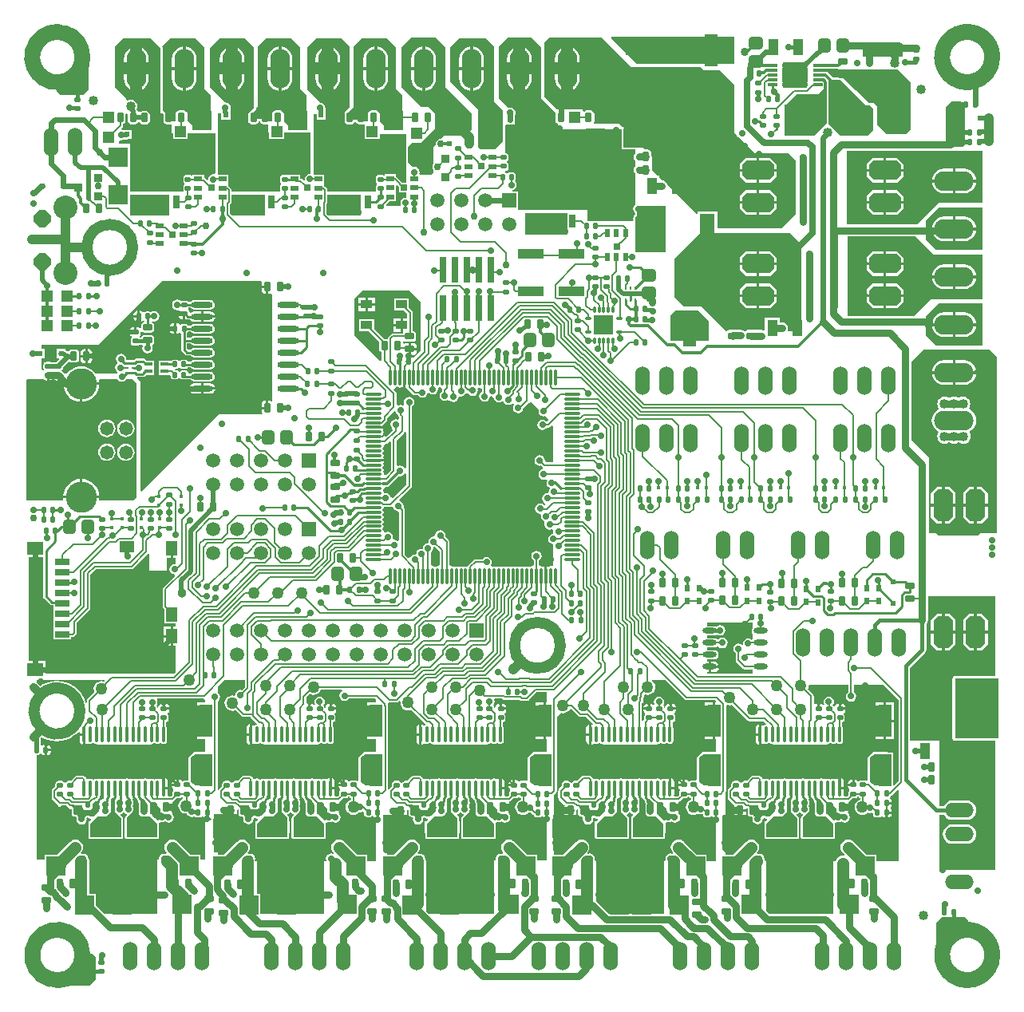
<source format=gtl>
G04 Layer_Physical_Order=1*
G04 Layer_Color=255*
%FSLAX24Y24*%
%MOIN*%
G70*
G01*
G75*
%ADD10C,0.0450*%
%ADD11C,0.0650*%
%ADD12R,0.0807X0.0807*%
%ADD13O,0.0315X0.0110*%
%ADD14O,0.0110X0.0315*%
%ADD15R,0.0157X0.0118*%
G04:AMPARAMS|DCode=16|XSize=22mil|YSize=24mil|CornerRadius=4.4mil|HoleSize=0mil|Usage=FLASHONLY|Rotation=0.000|XOffset=0mil|YOffset=0mil|HoleType=Round|Shape=RoundedRectangle|*
%AMROUNDEDRECTD16*
21,1,0.0220,0.0152,0,0,0.0*
21,1,0.0132,0.0240,0,0,0.0*
1,1,0.0088,0.0066,-0.0076*
1,1,0.0088,-0.0066,-0.0076*
1,1,0.0088,-0.0066,0.0076*
1,1,0.0088,0.0066,0.0076*
%
%ADD16ROUNDEDRECTD16*%
%ADD17R,0.0240X0.0240*%
G04:AMPARAMS|DCode=18|XSize=29.1mil|YSize=39.4mil|CornerRadius=5.8mil|HoleSize=0mil|Usage=FLASHONLY|Rotation=0.000|XOffset=0mil|YOffset=0mil|HoleType=Round|Shape=RoundedRectangle|*
%AMROUNDEDRECTD18*
21,1,0.0291,0.0277,0,0,0.0*
21,1,0.0175,0.0394,0,0,0.0*
1,1,0.0117,0.0087,-0.0139*
1,1,0.0117,-0.0087,-0.0139*
1,1,0.0117,-0.0087,0.0139*
1,1,0.0117,0.0087,0.0139*
%
%ADD18ROUNDEDRECTD18*%
G04:AMPARAMS|DCode=19|XSize=29.1mil|YSize=39.4mil|CornerRadius=5.8mil|HoleSize=0mil|Usage=FLASHONLY|Rotation=270.000|XOffset=0mil|YOffset=0mil|HoleType=Round|Shape=RoundedRectangle|*
%AMROUNDEDRECTD19*
21,1,0.0291,0.0277,0,0,270.0*
21,1,0.0175,0.0394,0,0,270.0*
1,1,0.0117,-0.0139,-0.0087*
1,1,0.0117,-0.0139,0.0087*
1,1,0.0117,0.0139,0.0087*
1,1,0.0117,0.0139,-0.0087*
%
%ADD19ROUNDEDRECTD19*%
G04:AMPARAMS|DCode=20|XSize=22mil|YSize=24mil|CornerRadius=4.4mil|HoleSize=0mil|Usage=FLASHONLY|Rotation=270.000|XOffset=0mil|YOffset=0mil|HoleType=Round|Shape=RoundedRectangle|*
%AMROUNDEDRECTD20*
21,1,0.0220,0.0152,0,0,270.0*
21,1,0.0132,0.0240,0,0,270.0*
1,1,0.0088,-0.0076,-0.0066*
1,1,0.0088,-0.0076,0.0066*
1,1,0.0088,0.0076,0.0066*
1,1,0.0088,0.0076,-0.0066*
%
%ADD20ROUNDEDRECTD20*%
%ADD21R,0.0128X0.0106*%
%ADD22R,0.0354X0.0157*%
%ADD23R,0.1102X0.0394*%
%ADD24C,0.0394*%
%ADD25R,0.0360X0.0320*%
%ADD26R,0.0240X0.0240*%
%ADD27R,0.0790X0.0790*%
%ADD28R,0.0790X0.0790*%
%ADD29R,0.0236X0.0335*%
%ADD30R,0.0335X0.0236*%
%ADD31R,0.0433X0.0669*%
G04:AMPARAMS|DCode=32|XSize=52mil|YSize=60mil|CornerRadius=13mil|HoleSize=0mil|Usage=FLASHONLY|Rotation=270.000|XOffset=0mil|YOffset=0mil|HoleType=Round|Shape=RoundedRectangle|*
%AMROUNDEDRECTD32*
21,1,0.0520,0.0340,0,0,270.0*
21,1,0.0260,0.0600,0,0,270.0*
1,1,0.0260,-0.0170,-0.0130*
1,1,0.0260,-0.0170,0.0130*
1,1,0.0260,0.0170,0.0130*
1,1,0.0260,0.0170,-0.0130*
%
%ADD32ROUNDEDRECTD32*%
%ADD33R,0.0551X0.1339*%
%ADD34R,0.0118X0.0157*%
%ADD35O,0.0138X0.0669*%
%ADD36R,0.2055X0.1220*%
%ADD37R,0.0250X0.0250*%
%ADD38R,0.0591X0.0453*%
%ADD39R,0.0669X0.0551*%
%ADD40R,0.0453X0.0591*%
%ADD41R,0.0591X0.0315*%
%ADD42C,0.0500*%
%ADD43C,0.0600*%
G04:AMPARAMS|DCode=44|XSize=52mil|YSize=60mil|CornerRadius=13mil|HoleSize=0mil|Usage=FLASHONLY|Rotation=0.000|XOffset=0mil|YOffset=0mil|HoleType=Round|Shape=RoundedRectangle|*
%AMROUNDEDRECTD44*
21,1,0.0520,0.0340,0,0,0.0*
21,1,0.0260,0.0600,0,0,0.0*
1,1,0.0260,0.0130,-0.0170*
1,1,0.0260,-0.0130,-0.0170*
1,1,0.0260,-0.0130,0.0170*
1,1,0.0260,0.0130,0.0170*
%
%ADD44ROUNDEDRECTD44*%
%ADD45R,0.0480X0.0480*%
%ADD46R,0.0480X0.0480*%
%ADD47R,0.1260X0.0630*%
%ADD48R,0.0630X0.1260*%
%ADD49R,0.0200X0.0280*%
G04:AMPARAMS|DCode=50|XSize=40mil|YSize=40mil|CornerRadius=20mil|HoleSize=0mil|Usage=FLASHONLY|Rotation=0.000|XOffset=0mil|YOffset=0mil|HoleType=Round|Shape=RoundedRectangle|*
%AMROUNDEDRECTD50*
21,1,0.0400,0.0000,0,0,0.0*
21,1,0.0000,0.0400,0,0,0.0*
1,1,0.0400,0.0000,0.0000*
1,1,0.0400,0.0000,0.0000*
1,1,0.0400,0.0000,0.0000*
1,1,0.0400,0.0000,0.0000*
%
%ADD50ROUNDEDRECTD50*%
G04:AMPARAMS|DCode=51|XSize=40mil|YSize=40mil|CornerRadius=20mil|HoleSize=0mil|Usage=FLASHONLY|Rotation=90.000|XOffset=0mil|YOffset=0mil|HoleType=Round|Shape=RoundedRectangle|*
%AMROUNDEDRECTD51*
21,1,0.0400,0.0000,0,0,90.0*
21,1,0.0000,0.0400,0,0,90.0*
1,1,0.0400,0.0000,0.0000*
1,1,0.0400,0.0000,0.0000*
1,1,0.0400,0.0000,0.0000*
1,1,0.0400,0.0000,0.0000*
%
%ADD51ROUNDEDRECTD51*%
%ADD52R,0.0295X0.1102*%
%ADD53R,0.1673X0.0465*%
%ADD54R,0.0280X0.0560*%
%ADD55R,0.1970X0.1700*%
%ADD56R,0.1299X0.0354*%
%ADD57R,0.0354X0.1299*%
%ADD58O,0.0709X0.0118*%
%ADD59O,0.0118X0.0709*%
%ADD60R,0.0402X0.0118*%
G04:AMPARAMS|DCode=61|XSize=105mil|YSize=105mil|CornerRadius=26.3mil|HoleSize=0mil|Usage=FLASHONLY|Rotation=0.000|XOffset=0mil|YOffset=0mil|HoleType=Round|Shape=RoundedRectangle|*
%AMROUNDEDRECTD61*
21,1,0.1050,0.0525,0,0,0.0*
21,1,0.0525,0.1050,0,0,0.0*
1,1,0.0525,0.0263,-0.0263*
1,1,0.0525,-0.0263,-0.0263*
1,1,0.0525,-0.0263,0.0263*
1,1,0.0525,0.0263,0.0263*
%
%ADD61ROUNDEDRECTD61*%
%ADD62O,0.0906X0.0236*%
%ADD63O,0.0591X0.0236*%
%ADD64R,0.0472X0.0354*%
%ADD65R,0.0110X0.0157*%
%ADD66R,0.0551X0.0197*%
%ADD67R,0.0250X0.0250*%
%ADD68C,0.0080*%
%ADD69C,0.0120*%
%ADD70C,0.0070*%
%ADD71C,0.0240*%
%ADD72C,0.0100*%
%ADD73C,0.0200*%
%ADD74C,0.0160*%
%ADD75C,0.0290*%
%ADD76C,0.0500*%
%ADD77C,0.0300*%
%ADD78C,0.0150*%
%ADD79C,0.0250*%
%ADD80C,0.0220*%
%ADD81C,0.0400*%
%ADD82C,0.0320*%
%ADD83C,0.0140*%
%ADD84O,0.0825X0.1650*%
%ADD85C,0.0591*%
%ADD86R,0.0591X0.0591*%
%ADD87O,0.0600X0.1200*%
G04:AMPARAMS|DCode=88|XSize=133mil|YSize=83mil|CornerRadius=0mil|HoleSize=0mil|Usage=FLASHONLY|Rotation=180.000|XOffset=0mil|YOffset=0mil|HoleType=Round|Shape=Octagon|*
%AMOCTAGOND88*
4,1,8,-0.0665,0.0208,-0.0665,-0.0208,-0.0458,-0.0415,0.0458,-0.0415,0.0665,-0.0208,0.0665,0.0208,0.0458,0.0415,-0.0458,0.0415,-0.0665,0.0208,0.0*
%
%ADD88OCTAGOND88*%

G04:AMPARAMS|DCode=89|XSize=133mil|YSize=83mil|CornerRadius=0mil|HoleSize=0mil|Usage=FLASHONLY|Rotation=270.000|XOffset=0mil|YOffset=0mil|HoleType=Round|Shape=Octagon|*
%AMOCTAGOND89*
4,1,8,-0.0208,-0.0665,0.0208,-0.0665,0.0415,-0.0458,0.0415,0.0458,0.0208,0.0665,-0.0208,0.0665,-0.0415,0.0458,-0.0415,-0.0458,-0.0208,-0.0665,0.0*
%
%ADD89OCTAGOND89*%

%ADD90C,0.1305*%
%ADD91C,0.0580*%
%ADD92C,0.1000*%
%ADD93P,0.0758X8X292.5*%
%ADD94O,0.1650X0.0825*%
%ADD95O,0.1200X0.0600*%
%ADD96C,0.0300*%
%ADD97C,0.0290*%
%ADD98C,0.0250*%
%ADD99C,0.0380*%
%ADD100C,0.0400*%
%ADD101C,0.0340*%
G36*
X29780Y38720D02*
X25710D01*
X24636Y39794D01*
X24655Y39840D01*
X29780D01*
Y38720D01*
D02*
G37*
G36*
X36690Y38390D02*
X37150Y37930D01*
Y36800D01*
Y35980D01*
X36970Y35800D01*
X36110D01*
X35730Y36180D01*
Y36940D01*
X35570Y37100D01*
X35412D01*
X34350Y38162D01*
X33908D01*
X33680Y38390D01*
Y38470D01*
X33710Y38500D01*
X36368D01*
X36400Y38487D01*
X36470Y38478D01*
X36540Y38487D01*
X36572Y38500D01*
X36580D01*
X36690Y38390D01*
D02*
G37*
G36*
X2795Y38822D02*
Y37657D01*
X2558Y37420D01*
X1630D01*
X1457Y37593D01*
X1457Y37844D01*
X2745Y38847D01*
X2795Y38822D01*
D02*
G37*
G36*
X13700Y39440D02*
Y36920D01*
X13490Y36710D01*
Y36609D01*
X13490Y36609D01*
X13490D01*
D01*
Y36400D01*
Y36331D01*
X13499Y36281D01*
X13528Y36239D01*
X13570Y36211D01*
X13620Y36201D01*
X13795D01*
X13845Y36211D01*
X13888Y36239D01*
X13916Y36281D01*
X13919Y36299D01*
X13970D01*
X13974Y36281D01*
X14002Y36239D01*
X14045Y36210D01*
X14095Y36201D01*
X14270D01*
X14296Y36206D01*
X14341Y36173D01*
X14343Y36168D01*
Y35580D01*
X14963D01*
Y35800D01*
X16070D01*
Y33747D01*
X15917D01*
X15911Y33752D01*
X15910Y33757D01*
X15886Y33794D01*
X15886Y33794D01*
X15687Y33993D01*
X15650Y34018D01*
X15647Y34018D01*
Y34102D01*
X15173D01*
Y34091D01*
X15123Y34064D01*
X15110Y34072D01*
X15066Y34081D01*
X14914D01*
X14870Y34072D01*
X14832Y34047D01*
X14807Y34009D01*
X14798Y33965D01*
Y33833D01*
X14807Y33788D01*
X14832Y33751D01*
X14852Y33737D01*
X14852Y33737D01*
Y33682D01*
X14852Y33682D01*
X14832Y33668D01*
X14807Y33630D01*
X14798Y33586D01*
Y33454D01*
X14805Y33420D01*
X14785Y33385D01*
X14773Y33370D01*
X12787D01*
Y33448D01*
X12779Y33489D01*
X12756Y33524D01*
X12680Y33599D01*
X12645Y33623D01*
X12645Y33623D01*
Y34096D01*
X12220D01*
X12220Y36630D01*
X12330D01*
Y36400D01*
X12710D01*
Y36870D01*
X12689Y36891D01*
X12680Y36936D01*
X12674Y36945D01*
X12673Y36954D01*
X12625Y37025D01*
X12554Y37073D01*
X12496Y37084D01*
X11930Y37650D01*
Y39430D01*
X12300Y39800D01*
X13340D01*
X13700Y39440D01*
D02*
G37*
G36*
X9720Y39420D02*
Y36890D01*
X9610Y36780D01*
X9558Y36728D01*
X9518Y36701D01*
X9491Y36661D01*
X9480Y36650D01*
Y36611D01*
X9480Y36611D01*
X9480Y36611D01*
X9480Y36609D01*
Y36490D01*
Y36331D01*
X9489Y36281D01*
X9518Y36239D01*
X9560Y36211D01*
X9610Y36201D01*
X9785D01*
X9835Y36211D01*
X9878Y36239D01*
X9906Y36281D01*
X9916Y36331D01*
X9964Y36331D01*
X9974Y36281D01*
X10002Y36239D01*
X10045Y36211D01*
X10095Y36201D01*
X10270D01*
X10300Y36176D01*
Y35860D01*
X10353D01*
Y35580D01*
X10973D01*
Y35860D01*
X12080D01*
Y34149D01*
X12053Y34127D01*
X11969Y34110D01*
X11898Y34062D01*
X11851Y33991D01*
X11834Y33907D01*
X11843Y33862D01*
X11797Y33837D01*
X11725Y33909D01*
X11688Y33934D01*
X11645Y33942D01*
X11641Y33990D01*
Y34096D01*
X11166D01*
Y34096D01*
X11116Y34069D01*
X11111Y34073D01*
X11066Y34082D01*
X10914D01*
X10870Y34073D01*
X10832Y34048D01*
X10807Y34010D01*
X10798Y33966D01*
Y33834D01*
X10807Y33789D01*
X10832Y33751D01*
X10852Y33738D01*
X10853Y33737D01*
Y33683D01*
X10852Y33682D01*
X10832Y33669D01*
X10807Y33631D01*
X10798Y33587D01*
Y33455D01*
X10805Y33420D01*
X10786Y33386D01*
X10773Y33370D01*
X8771D01*
Y33458D01*
X8763Y33499D01*
X8740Y33534D01*
X8674Y33599D01*
X8639Y33623D01*
X8629Y33625D01*
Y34096D01*
X8200D01*
Y36650D01*
X8350D01*
Y36400D01*
X8730D01*
Y36490D01*
Y36844D01*
X8739Y36890D01*
X8723Y36974D01*
X8675Y37045D01*
X8604Y37093D01*
X8520Y37109D01*
X8512Y37108D01*
X7860Y37760D01*
X7860Y39400D01*
X8260Y39800D01*
X9340Y39800D01*
X9720Y39420D01*
D02*
G37*
G36*
X5800Y39390D02*
X5800Y36650D01*
X5903D01*
X5935Y36611D01*
X5934Y36609D01*
Y36331D01*
X5944Y36281D01*
X5972Y36239D01*
X6015Y36211D01*
X6065Y36201D01*
X6240D01*
X6270Y36176D01*
Y35820D01*
X6333D01*
Y35580D01*
X6953D01*
Y35820D01*
X8090D01*
Y34142D01*
X8051Y34110D01*
X8018Y34117D01*
X7934Y34100D01*
X7863Y34053D01*
X7815Y33982D01*
X7799Y33898D01*
X7800Y33889D01*
X7754Y33864D01*
X7699Y33919D01*
X7663Y33944D01*
X7625Y33951D01*
Y34096D01*
X7150D01*
Y34078D01*
X7142Y34072D01*
X7100Y34056D01*
X7075Y34073D01*
X7031Y34082D01*
X6879D01*
X6834Y34073D01*
X6797Y34048D01*
X6771Y34010D01*
X6762Y33966D01*
Y33834D01*
X6771Y33789D01*
X6797Y33751D01*
X6817Y33738D01*
X6817Y33737D01*
Y33683D01*
X6817Y33682D01*
X6797Y33669D01*
X6771Y33631D01*
X6762Y33587D01*
Y33455D01*
X6769Y33420D01*
X6751Y33386D01*
X6738Y33370D01*
X4540D01*
Y35380D01*
X4060D01*
Y35493D01*
X4110Y35531D01*
X4160Y35521D01*
X4244Y35537D01*
X4288Y35567D01*
X4390D01*
X4456Y35580D01*
X4457Y35580D01*
X4600D01*
Y35960D01*
X4220D01*
Y35960D01*
X4220Y35960D01*
X4191Y35970D01*
X4176Y36024D01*
X4212Y36060D01*
X4212Y36060D01*
X4236Y36096D01*
X4244Y36139D01*
X4244Y36139D01*
Y36206D01*
X4270Y36211D01*
X4312Y36239D01*
X4341Y36281D01*
X4351Y36331D01*
Y36609D01*
X4387Y36640D01*
X4412D01*
X4450Y36599D01*
Y36331D01*
X4460Y36281D01*
X4488Y36239D01*
X4530Y36211D01*
X4580Y36201D01*
X4755D01*
X4805Y36211D01*
X4848Y36239D01*
X4876Y36281D01*
X4879Y36297D01*
X4931D01*
X4934Y36281D01*
X4962Y36239D01*
X5005Y36211D01*
X5055Y36201D01*
X5230D01*
X5280Y36211D01*
X5322Y36239D01*
X5351Y36281D01*
X5360Y36331D01*
Y36360D01*
Y36609D01*
X5360Y36611D01*
X5351Y36659D01*
X5322Y36701D01*
X5280Y36729D01*
X5230Y36739D01*
X5055D01*
X5005Y36729D01*
X4984Y36715D01*
X4954Y36705D01*
X4917Y36723D01*
X4821Y36819D01*
X4807Y36840D01*
X4823Y36880D01*
X4832Y36950D01*
X4823Y37020D01*
X4796Y37086D01*
X4753Y37143D01*
X4696Y37186D01*
X4630Y37213D01*
X4560Y37222D01*
X4490Y37213D01*
X4445Y37195D01*
X4380Y37260D01*
X3890Y37750D01*
X3890Y39440D01*
X4250Y39800D01*
X5390D01*
X5800Y39390D01*
D02*
G37*
G36*
X21720Y39400D02*
X21720Y37260D01*
X22309Y36671D01*
X22310Y36608D01*
X22310Y36608D01*
Y36608D01*
Y36331D01*
X22319Y36281D01*
X22348Y36239D01*
X22390Y36210D01*
X22400Y36209D01*
Y36000D01*
X25082D01*
Y35165D01*
X25650D01*
Y35005D01*
X25635Y34995D01*
X25587Y34924D01*
X25571Y34840D01*
X25572Y34835D01*
X25571Y34830D01*
X25587Y34746D01*
X25635Y34675D01*
X25650Y34665D01*
Y34455D01*
X25635Y34445D01*
X25587Y34374D01*
X25571Y34290D01*
X25587Y34206D01*
X25635Y34135D01*
X25650Y34125D01*
Y32838D01*
X25615Y32815D01*
X25567Y32744D01*
X25551Y32660D01*
X25567Y32576D01*
X25615Y32505D01*
X25650Y32482D01*
Y32426D01*
X25615Y32403D01*
X25567Y32331D01*
X25551Y32248D01*
X25560Y32200D01*
X25521Y32150D01*
X23630D01*
Y32620D01*
X20758D01*
X20745Y32665D01*
X20745D01*
Y33395D01*
X20497D01*
X20493Y33445D01*
X20554Y33457D01*
X20625Y33505D01*
X20673Y33576D01*
X20689Y33660D01*
X20673Y33744D01*
X20637Y33797D01*
X20615Y33842D01*
X20640Y33880D01*
X20649Y33924D01*
Y34076D01*
X20640Y34120D01*
X20615Y34158D01*
X20577Y34183D01*
X20533Y34192D01*
X20401D01*
X20357Y34183D01*
X20319Y34158D01*
X20307Y34140D01*
X20250D01*
X20238Y34158D01*
X20200Y34183D01*
X20200Y34183D01*
Y34258D01*
X20216D01*
X20260Y34267D01*
X20298Y34292D01*
X20323Y34330D01*
X20332Y34374D01*
Y34506D01*
X20323Y34550D01*
X20298Y34588D01*
X20278Y34602D01*
X20278Y34602D01*
Y34657D01*
X20278Y34657D01*
X20298Y34671D01*
X20323Y34708D01*
X20332Y34753D01*
Y34885D01*
X20323Y34929D01*
X20298Y34967D01*
X20260Y34992D01*
X20216Y35001D01*
X20200D01*
Y36152D01*
X20230Y36190D01*
X20401D01*
X20420Y36186D01*
X20439Y36190D01*
X20610D01*
Y36361D01*
X20614Y36380D01*
Y36476D01*
Y36583D01*
X20623Y36596D01*
X20623Y36599D01*
X20639Y36680D01*
X20623Y36764D01*
X20575Y36835D01*
X20504Y36883D01*
X20420Y36899D01*
X20340Y36883D01*
X19930Y37294D01*
Y39440D01*
X20300Y39810D01*
X21310D01*
X21720Y39400D01*
D02*
G37*
G36*
X15650Y39410D02*
Y37660D01*
X15890Y37420D01*
Y36170D01*
X15750Y36030D01*
X15260D01*
X14970Y36320D01*
X14965Y36326D01*
X14966Y36331D01*
Y36608D01*
X14954Y36670D01*
X14919Y36723D01*
X14867Y36758D01*
X14805Y36770D01*
X14630D01*
X14569Y36758D01*
X14516Y36723D01*
X14481Y36670D01*
X14469Y36608D01*
Y36331D01*
X14460Y36320D01*
X14071D01*
X14069Y36323D01*
X14067Y36328D01*
X14065Y36338D01*
X14059Y36347D01*
X14055Y36356D01*
X14048Y36363D01*
X14043Y36371D01*
X14034Y36377D01*
X14027Y36384D01*
X14018Y36388D01*
X14009Y36393D01*
X14000Y36395D01*
X13990Y36399D01*
X13980D01*
X13970Y36401D01*
X13919D01*
X13910Y36399D01*
X13900D01*
X13890Y36395D01*
X13880Y36393D01*
X13872Y36388D01*
X13863Y36384D01*
X13856Y36377D01*
X13847Y36371D01*
X13842Y36363D01*
X13835Y36356D01*
X13831Y36347D01*
X13825Y36338D01*
X13823Y36328D01*
X13821Y36323D01*
X13819Y36320D01*
X13600D01*
X13595Y36325D01*
X13591Y36341D01*
Y36661D01*
X13860Y36930D01*
Y39440D01*
X14210Y39790D01*
X15270D01*
X15650Y39410D01*
D02*
G37*
G36*
X11650D02*
Y37660D01*
X11890Y37420D01*
Y36170D01*
X11750Y36030D01*
X11260D01*
X10970Y36320D01*
X10965Y36326D01*
X10966Y36331D01*
Y36609D01*
X10954Y36670D01*
X10919Y36723D01*
X10867Y36758D01*
X10805Y36770D01*
X10630D01*
X10569Y36758D01*
X10516Y36723D01*
X10481Y36670D01*
X10469Y36609D01*
Y36331D01*
X10460Y36320D01*
X10071D01*
X10070Y36321D01*
X10064Y36351D01*
X10060Y36361D01*
X10058Y36370D01*
X10053Y36379D01*
X10049Y36388D01*
X10042Y36395D01*
X10036Y36403D01*
X10028Y36409D01*
X10021Y36416D01*
X10011Y36420D01*
X10003Y36426D01*
X9993Y36428D01*
X9984Y36431D01*
X9974D01*
X9964Y36433D01*
X9916Y36433D01*
X9906Y36431D01*
X9896D01*
X9887Y36428D01*
X9877Y36426D01*
X9869Y36420D01*
X9859Y36416D01*
X9852Y36409D01*
X9844Y36404D01*
X9838Y36395D01*
X9831Y36388D01*
X9827Y36379D01*
X9822Y36370D01*
X9820Y36361D01*
X9816Y36351D01*
X9810Y36321D01*
X9809Y36320D01*
X9600D01*
X9582Y36338D01*
X9581Y36341D01*
Y36601D01*
X9582Y36601D01*
X9581Y36602D01*
Y36609D01*
X9582Y36611D01*
Y36614D01*
X9591Y36628D01*
X9614Y36643D01*
X9621Y36650D01*
X9630Y36656D01*
X9792Y36818D01*
X9814Y36851D01*
X9822Y36890D01*
Y36892D01*
X9860Y36930D01*
Y39440D01*
X10210Y39790D01*
X11270D01*
X11650Y39410D01*
D02*
G37*
G36*
X7650D02*
Y37660D01*
X7890Y37420D01*
Y36170D01*
X7750Y36030D01*
X7260D01*
X6970Y36320D01*
X6946D01*
X6936Y36331D01*
Y36609D01*
X6924Y36670D01*
X6889Y36723D01*
X6837Y36758D01*
X6775Y36770D01*
X6600D01*
X6539Y36758D01*
X6486Y36723D01*
X6451Y36670D01*
X6439Y36609D01*
Y36331D01*
X6430Y36320D01*
X6041D01*
X6040Y36321D01*
X6036Y36341D01*
Y36601D01*
X6036Y36601D01*
X6036Y36602D01*
Y36609D01*
X6035Y36615D01*
X6035Y36616D01*
X6035Y36631D01*
X6033Y36636D01*
X6032Y36641D01*
X6025Y36654D01*
X6019Y36668D01*
X6016Y36672D01*
X6013Y36676D01*
X5982Y36715D01*
X5978Y36718D01*
X5975Y36722D01*
X5963Y36730D01*
X5951Y36740D01*
X5946Y36741D01*
X5942Y36744D01*
X5927Y36747D01*
X5913Y36751D01*
X5902Y36800D01*
X5902Y39390D01*
X5894Y39429D01*
X5876Y39456D01*
X6210Y39790D01*
X7270D01*
X7650Y39410D01*
D02*
G37*
G36*
X34155Y38048D02*
X34202D01*
X34470Y37780D01*
X35280Y36970D01*
X35450D01*
X35570Y36850D01*
Y35960D01*
X35330Y35720D01*
X34200D01*
X33710Y36210D01*
Y36700D01*
Y37606D01*
X33711Y37608D01*
X33721Y37659D01*
Y37963D01*
X33713Y38006D01*
X33731Y38035D01*
X33743Y38050D01*
X34146D01*
X34155Y38048D01*
D02*
G37*
G36*
X33640Y37613D02*
X33639Y37606D01*
Y36700D01*
Y36229D01*
X33620Y36210D01*
X33130Y35720D01*
X31880D01*
Y36950D01*
X32380Y37450D01*
X33260D01*
X33540Y37730D01*
X33640D01*
Y37613D01*
D02*
G37*
G36*
X17710Y39420D02*
Y38410D01*
Y37750D01*
X18060Y37400D01*
X18820Y36640D01*
Y35990D01*
X18540Y35710D01*
X17650D01*
X17532Y35592D01*
X17520Y35594D01*
X17434Y35577D01*
X17361Y35529D01*
X17313Y35456D01*
X17296Y35370D01*
X17298Y35358D01*
X17200Y35260D01*
Y34650D01*
Y34543D01*
X17179Y34512D01*
X17162Y34426D01*
X17179Y34340D01*
X17200Y34309D01*
Y34180D01*
X17100Y34080D01*
X16680D01*
X16619Y34141D01*
X16631Y34200D01*
X16614Y34284D01*
X16567Y34355D01*
X16496Y34403D01*
X16412Y34419D01*
X16353Y34407D01*
X16141Y34619D01*
Y35241D01*
X16320Y35420D01*
X16696D01*
X16746Y35470D01*
X16799Y35523D01*
X16810D01*
Y35534D01*
X17280Y36004D01*
Y36630D01*
X17000Y36910D01*
X16720D01*
X16140Y37490D01*
X15870Y37760D01*
Y39430D01*
X16260Y39820D01*
X17310D01*
X17710Y39420D01*
D02*
G37*
G36*
X39419Y36939D02*
Y36565D01*
Y35344D01*
X39321Y35246D01*
X38622D01*
Y36929D01*
X38691Y36998D01*
X38829Y37136D01*
X39222D01*
X39419Y36939D01*
D02*
G37*
G36*
X19740Y39440D02*
Y37120D01*
X20090Y36770D01*
Y35480D01*
X19770Y35160D01*
X19142D01*
X19060Y35242D01*
Y36810D01*
X17910Y37960D01*
Y39420D01*
X18290Y39800D01*
X19380D01*
X19740Y39440D01*
D02*
G37*
G36*
X40140Y32910D02*
X38300D01*
X37400Y32010D01*
X34460D01*
Y35100D01*
X35376D01*
X35400Y35095D01*
X35424Y35100D01*
X36346D01*
X36370Y35095D01*
X36394Y35100D01*
X37526D01*
X37550Y35095D01*
X37574Y35100D01*
X38822D01*
X38848Y35095D01*
X38875Y35100D01*
X40140D01*
Y32910D01*
D02*
G37*
G36*
X15704Y33652D02*
X15716Y33635D01*
X15727Y33618D01*
X15729Y33617D01*
X15729Y33616D01*
X15764Y33583D01*
Y33357D01*
X16070D01*
Y33152D01*
X16042Y33129D01*
X15958Y33113D01*
X15887Y33065D01*
X15839Y32994D01*
X15823Y32910D01*
X15839Y32830D01*
X15838Y32818D01*
X15817Y32780D01*
X15248D01*
X15228Y32830D01*
X15375Y32978D01*
X15647D01*
Y33352D01*
Y33615D01*
X15696Y33652D01*
X15704Y33652D01*
D02*
G37*
G36*
X10170Y32390D02*
X8794D01*
X8717Y32467D01*
Y32845D01*
X8740Y32868D01*
X8763Y32903D01*
X8771Y32944D01*
Y33260D01*
X10170D01*
Y32390D01*
D02*
G37*
G36*
X14180Y32380D02*
X12820D01*
X12747Y32453D01*
Y32875D01*
X12756Y32884D01*
X12779Y32918D01*
X12787Y32959D01*
Y33260D01*
X14180D01*
Y32380D01*
D02*
G37*
G36*
X6160D02*
X4550D01*
Y33238D01*
X4560Y33240D01*
X6160D01*
Y32380D01*
D02*
G37*
G36*
X25480Y38570D02*
X25850D01*
X28360Y38570D01*
X28470Y38460D01*
X29150Y38460D01*
X29770Y37840D01*
Y35850D01*
X29885Y35735D01*
X29887Y35721D01*
X29941Y35640D01*
X30023Y35586D01*
X30037Y35583D01*
X30630Y34990D01*
X32030D01*
X32350Y34670D01*
Y32450D01*
X31740Y31840D01*
X29066D01*
Y32560D01*
X28236D01*
Y32459D01*
X28190Y32440D01*
X26982Y33648D01*
X26971Y33706D01*
X26917Y33787D01*
X26836Y33841D01*
X26778Y33852D01*
X26645Y33985D01*
Y34055D01*
X26575D01*
X26330Y34300D01*
X26330Y34840D01*
X26321Y34849D01*
Y34979D01*
X26309Y35040D01*
X26274Y35093D01*
X26221Y35128D01*
X26160Y35140D01*
X26030D01*
X25184Y35986D01*
Y36000D01*
X25177Y36039D01*
X25155Y36072D01*
X25121Y36094D01*
X25082Y36102D01*
X25068D01*
X24950Y36220D01*
X23939Y36220D01*
X23915Y36264D01*
X23919Y36270D01*
X23931Y36331D01*
Y36608D01*
X23919Y36670D01*
X23884Y36723D01*
X23831Y36758D01*
X23770Y36770D01*
X23595D01*
X23533Y36758D01*
X23500Y36735D01*
X23450Y36760D01*
Y36813D01*
X22770D01*
Y36810D01*
X22370D01*
X21840Y37340D01*
Y39620D01*
X22030Y39810D01*
X24240D01*
X25480Y38570D01*
D02*
G37*
G36*
X22790Y31570D02*
X21030D01*
Y32480D01*
X22790D01*
Y31570D01*
D02*
G37*
G36*
X40140Y32710D02*
X40140Y30940D01*
X38210Y30940D01*
X37780Y31370D01*
Y32190D01*
X38300Y32710D01*
X40140Y32710D01*
D02*
G37*
G36*
X26920Y32690D02*
Y30860D01*
X25630D01*
Y32186D01*
X25630Y32186D01*
Y32197D01*
X25631Y32209D01*
X25630Y32211D01*
Y32214D01*
X25630Y32215D01*
Y32280D01*
X25635Y32304D01*
X25666Y32351D01*
X25690Y32367D01*
X25695Y32372D01*
X25700Y32375D01*
X25704Y32381D01*
X25709Y32386D01*
X25712Y32393D01*
X25716Y32399D01*
X25717Y32405D01*
X25720Y32412D01*
Y32419D01*
X25721Y32426D01*
Y32482D01*
X25720Y32489D01*
Y32496D01*
X25717Y32502D01*
X25716Y32509D01*
X25712Y32515D01*
X25709Y32521D01*
X25704Y32526D01*
X25700Y32532D01*
X25695Y32536D01*
X25690Y32541D01*
X25666Y32556D01*
X25635Y32604D01*
X25630Y32628D01*
Y32692D01*
X25635Y32716D01*
X25666Y32764D01*
X25690Y32779D01*
X25695Y32784D01*
X25700Y32788D01*
X25704Y32794D01*
X25709Y32799D01*
X25710Y32800D01*
X26920D01*
Y32690D01*
D02*
G37*
G36*
X38090Y30740D02*
X40140Y30740D01*
Y28900D01*
X37960Y28900D01*
X37260Y28200D01*
X34500D01*
Y31510D01*
X37320D01*
X38090Y30740D01*
D02*
G37*
G36*
X32580Y31170D02*
Y27910D01*
X32220Y27550D01*
X32033D01*
X32004Y27600D01*
X32020Y27680D01*
X32001Y27776D01*
X31947Y27857D01*
X31866Y27911D01*
X31770Y27930D01*
X31675D01*
Y28115D01*
X31042D01*
Y27606D01*
X30998Y27583D01*
X30986Y27591D01*
X30890Y27610D01*
X30625D01*
X30619Y27611D01*
X30485D01*
X30480Y27612D01*
X30475Y27611D01*
X30341D01*
X30280Y27599D01*
X30227Y27564D01*
X30219Y27552D01*
X30146Y27601D01*
X30050Y27620D01*
X29708D01*
X29664Y27611D01*
X29561D01*
X29500Y27599D01*
X29447Y27564D01*
X29437Y27563D01*
X28420Y28580D01*
X27680Y28580D01*
X27260Y29000D01*
Y30580D01*
X28330Y31650D01*
X32100D01*
X32580Y31170D01*
D02*
G37*
G36*
X28700Y27990D02*
Y27150D01*
X27100D01*
Y27650D01*
X27100Y28220D01*
X27290Y28410D01*
X28280Y28410D01*
X28700Y27990D01*
D02*
G37*
G36*
X16670Y28780D02*
Y27180D01*
Y26730D01*
X16386Y26446D01*
X16336Y26451D01*
X16330Y26460D01*
X16282Y26492D01*
X16226Y26503D01*
X16210D01*
Y26280D01*
X16110D01*
Y26503D01*
X16101D01*
X16089Y26508D01*
X16064Y26535D01*
X16071Y26554D01*
X16160D01*
Y26802D01*
Y27051D01*
X16071D01*
X16010Y27039D01*
X15996Y27030D01*
X15946Y27057D01*
Y27089D01*
X15938Y27129D01*
X15964Y27147D01*
X15984Y27154D01*
X16021Y27129D01*
X16071Y27120D01*
X16349D01*
X16399Y27129D01*
X16441Y27158D01*
X16469Y27200D01*
X16479Y27250D01*
Y27425D01*
X16469Y27475D01*
X16441Y27518D01*
X16399Y27546D01*
X16349Y27556D01*
X16337D01*
Y28327D01*
X16328Y28370D01*
X16304Y28406D01*
X16304Y28406D01*
X16185Y28525D01*
Y28920D01*
X15572D01*
Y28426D01*
X15967D01*
X16112Y28280D01*
Y28084D01*
X15928D01*
Y27807D01*
Y27493D01*
X15934Y27483D01*
X15917Y27450D01*
X15518D01*
X15518Y27450D01*
X15475Y27441D01*
X15438Y27417D01*
X15438Y27417D01*
X15341Y27319D01*
X15316Y27283D01*
X15311Y27254D01*
X15307Y27240D01*
X15258Y27218D01*
X15250Y27219D01*
X15168D01*
X14728Y27659D01*
Y28054D01*
X14115D01*
Y27560D01*
X14510D01*
X14950Y27120D01*
X14944Y27089D01*
Y26811D01*
X14954Y26761D01*
X14982Y26719D01*
X15025Y26691D01*
X15050Y26686D01*
Y26310D01*
X14970D01*
X14300Y26980D01*
X13900Y27380D01*
Y28890D01*
X14250Y29240D01*
X16210D01*
X16670Y28780D01*
D02*
G37*
G36*
X40140Y28710D02*
X40140Y26940D01*
X38210Y26940D01*
X37780Y27370D01*
Y28190D01*
X38300Y28710D01*
X40140Y28710D01*
D02*
G37*
G36*
X1160Y25500D02*
X1186D01*
X1242Y25511D01*
X1285Y25540D01*
X1360D01*
X1408Y25508D01*
X1464Y25497D01*
X1490D01*
Y25710D01*
X1590D01*
Y25497D01*
X1616D01*
X1672Y25508D01*
X1714Y25536D01*
X1728Y25531D01*
X1756Y25490D01*
X1749Y25412D01*
X2500D01*
X3251D01*
X3244Y25490D01*
X3278Y25540D01*
X4010D01*
X4035Y25503D01*
X4106Y25456D01*
X4190Y25439D01*
X4274Y25456D01*
X4345Y25503D01*
X4370Y25540D01*
X4640D01*
X4820Y25360D01*
Y20610D01*
X4680Y20470D01*
X3287D01*
X3245Y20520D01*
X3251Y20580D01*
X2500D01*
X1749D01*
X1755Y20520D01*
X1713Y20470D01*
X220D01*
X210Y25505D01*
X245Y25540D01*
X935D01*
X978Y25511D01*
X1034Y25500D01*
X1060D01*
Y25713D01*
X1160D01*
Y25500D01*
D02*
G37*
G36*
X16046Y25177D02*
X16058Y25179D01*
X16113Y25156D01*
X16349Y24921D01*
X16349Y24921D01*
X16385Y24896D01*
X16428Y24888D01*
X16428Y24888D01*
X16556D01*
X16585Y24845D01*
X16656Y24797D01*
X16740Y24781D01*
X16824Y24797D01*
X16895Y24845D01*
X16943Y24916D01*
X16948Y24946D01*
X16987Y24960D01*
X17035Y24969D01*
X17096Y24927D01*
X17180Y24911D01*
X17264Y24927D01*
X17335Y24975D01*
X17383Y25046D01*
X17399Y25130D01*
X17393Y25161D01*
X17424Y25208D01*
X17472Y25233D01*
X17520Y25208D01*
X17520Y25208D01*
X17566Y25139D01*
X17564Y25124D01*
X17558Y25090D01*
Y25037D01*
X17525Y25015D01*
X17477Y24944D01*
X17461Y24860D01*
X17477Y24776D01*
X17525Y24705D01*
X17596Y24657D01*
X17680Y24641D01*
X17764Y24657D01*
X17785Y24671D01*
X17885Y24665D01*
X17956Y24617D01*
X18040Y24601D01*
X18124Y24617D01*
X18195Y24665D01*
X18243Y24736D01*
X18249Y24768D01*
X18270Y24821D01*
X18336Y24826D01*
X18360Y24821D01*
X18444Y24837D01*
X18515Y24885D01*
X18550Y24938D01*
X18573Y24957D01*
X18646Y24967D01*
X18647Y24966D01*
X18663Y24963D01*
X18695Y24915D01*
X18766Y24867D01*
X18850Y24851D01*
X18934Y24867D01*
X19005Y24915D01*
X19053Y24986D01*
X19069Y25070D01*
X19055Y25140D01*
X19068Y25161D01*
X19082Y25177D01*
X19116Y25204D01*
X19145Y25198D01*
X19150Y25199D01*
X19230Y25142D01*
Y25015D01*
X19185Y24985D01*
X19137Y24914D01*
X19121Y24830D01*
X19137Y24746D01*
X19185Y24675D01*
X19256Y24627D01*
X19340Y24611D01*
X19424Y24627D01*
X19495Y24675D01*
X19543Y24746D01*
X19549Y24778D01*
X19570Y24831D01*
X19636Y24836D01*
X19660Y24831D01*
X19728Y24763D01*
X19737Y24716D01*
X19785Y24645D01*
X19856Y24597D01*
X19940Y24581D01*
X20024Y24597D01*
X20054Y24617D01*
X20132Y24607D01*
X20147Y24591D01*
X20185Y24535D01*
X20256Y24487D01*
X20340Y24471D01*
X20424Y24487D01*
X20477Y24523D01*
X20552Y24519D01*
X20576Y24512D01*
X20587Y24494D01*
X20583Y24487D01*
X20547Y24434D01*
X20531Y24350D01*
X20547Y24266D01*
X20595Y24195D01*
X20666Y24147D01*
X20750Y24131D01*
X20834Y24147D01*
X20905Y24195D01*
X20953Y24266D01*
X20967Y24338D01*
X21193Y24564D01*
X21193Y24564D01*
X21285Y24581D01*
X21291Y24579D01*
X21602Y24268D01*
X21591Y24210D01*
X21607Y24126D01*
X21655Y24055D01*
X21726Y24007D01*
X21810Y23991D01*
X21868Y24002D01*
X22017Y23853D01*
X21967Y23790D01*
X21919Y23795D01*
X21848Y23843D01*
X21764Y23859D01*
X21680Y23843D01*
X21609Y23795D01*
X21562Y23724D01*
X21545Y23640D01*
X21562Y23556D01*
X21609Y23485D01*
X21680Y23437D01*
X21764Y23421D01*
X21848Y23437D01*
X21919Y23485D01*
X21948Y23528D01*
X21990D01*
X21990Y23528D01*
X22033Y23536D01*
X22069Y23561D01*
X22140Y23631D01*
X22220Y23598D01*
X22220Y22075D01*
X21932D01*
X21869Y22149D01*
X21869Y22150D01*
X21853Y22234D01*
X21805Y22305D01*
X21734Y22353D01*
X21650Y22369D01*
X21566Y22353D01*
X21495Y22305D01*
X21447Y22234D01*
X21431Y22150D01*
X21447Y22066D01*
X21495Y21995D01*
X21566Y21947D01*
X21650Y21931D01*
X21701Y21941D01*
X21758Y21884D01*
X21758Y21884D01*
X21785Y21866D01*
X21787Y21829D01*
X21776Y21782D01*
X21726Y21773D01*
X21655Y21725D01*
X21607Y21654D01*
X21591Y21570D01*
X21607Y21486D01*
X21655Y21415D01*
X21726Y21367D01*
X21810Y21351D01*
X21894Y21367D01*
X21906Y21375D01*
X21963Y21318D01*
X21947Y21294D01*
X21931Y21210D01*
X21947Y21126D01*
X21995Y21055D01*
X22066Y21007D01*
X22071Y20995D01*
X22037Y20944D01*
X22023Y20870D01*
X22001Y20830D01*
X21970Y20799D01*
X21886Y20783D01*
X21815Y20735D01*
X21767Y20664D01*
X21751Y20580D01*
X21767Y20496D01*
X21815Y20425D01*
X21851Y20401D01*
X21871Y20318D01*
X21825Y20295D01*
X21754Y20343D01*
X21670Y20359D01*
X21586Y20343D01*
X21515Y20295D01*
X21467Y20224D01*
X21451Y20140D01*
X21467Y20056D01*
X21515Y19985D01*
X21586Y19937D01*
X21646Y19925D01*
X21671Y19918D01*
X21706Y19846D01*
X21701Y19820D01*
X21717Y19736D01*
X21765Y19665D01*
X21836Y19617D01*
X21851Y19533D01*
X21841Y19480D01*
X21857Y19396D01*
X21905Y19325D01*
X21976Y19277D01*
X22060Y19261D01*
X22140Y19277D01*
X22145Y19277D01*
X22212Y19241D01*
X22219Y19231D01*
X22211Y19190D01*
X22220Y19144D01*
Y19099D01*
X22136Y19083D01*
X22065Y19035D01*
X22017Y18964D01*
X22001Y18880D01*
X22017Y18796D01*
X22065Y18725D01*
X22136Y18677D01*
X22220Y18661D01*
Y18626D01*
X22211Y18580D01*
X22220Y18534D01*
Y17783D01*
X22156Y17739D01*
X22140Y17736D01*
X22098Y17744D01*
X22048Y17734D01*
X22032Y17724D01*
X22016Y17727D01*
X21963Y17763D01*
X21951Y17765D01*
Y17317D01*
X21851D01*
Y17765D01*
X21839Y17763D01*
X21787Y17727D01*
X21770Y17724D01*
X21755Y17734D01*
X21704Y17744D01*
X21700Y17743D01*
X21620Y17800D01*
Y17975D01*
X21665Y18005D01*
X21713Y18076D01*
X21729Y18160D01*
X21713Y18244D01*
X21665Y18315D01*
X21594Y18363D01*
X21510Y18379D01*
X21426Y18363D01*
X21355Y18315D01*
X21307Y18244D01*
X21291Y18160D01*
X21307Y18076D01*
X21355Y18005D01*
X21395Y17978D01*
Y17800D01*
X21315Y17743D01*
X21311Y17744D01*
X21260Y17734D01*
X21218Y17706D01*
X21207D01*
X21164Y17734D01*
X21114Y17744D01*
X21063Y17734D01*
X21021Y17706D01*
X21010D01*
X20967Y17734D01*
X20917Y17744D01*
X20867Y17734D01*
X20824Y17706D01*
X20813D01*
X20770Y17734D01*
X20720Y17744D01*
X20670Y17734D01*
X20627Y17706D01*
X20616D01*
X20574Y17734D01*
X20523Y17744D01*
X20473Y17734D01*
X20425Y17709D01*
X20377Y17734D01*
X20326Y17744D01*
X20276Y17734D01*
X20233Y17706D01*
X20223D01*
X20180Y17734D01*
X20130Y17744D01*
X20079Y17734D01*
X20031Y17709D01*
X19983Y17734D01*
X19933Y17744D01*
X19882Y17734D01*
X19840Y17706D01*
X19829D01*
X19786Y17734D01*
X19736Y17744D01*
X19685Y17734D01*
X19662Y17722D01*
X19609Y17777D01*
X19620Y17803D01*
X19633Y17821D01*
X19649Y17905D01*
X19633Y17989D01*
X19585Y18060D01*
X19514Y18108D01*
X19430Y18124D01*
X19346Y18108D01*
X19275Y18060D01*
X19250Y18022D01*
X18957D01*
X18957Y18022D01*
X18914Y18014D01*
X18877Y17989D01*
X18877Y17989D01*
X18672Y17784D01*
X18605Y17734D01*
X18555Y17744D01*
X18504Y17734D01*
X18456Y17709D01*
X18408Y17734D01*
X18358Y17744D01*
X18308Y17734D01*
X18265Y17706D01*
X18254D01*
X18211Y17734D01*
X18161Y17744D01*
X18111Y17734D01*
X18063Y17709D01*
X18015Y17734D01*
X17964Y17744D01*
X17959Y17743D01*
X17879Y17800D01*
Y18753D01*
X17871Y18796D01*
X17847Y18832D01*
X17847Y18832D01*
X17709Y18969D01*
X17719Y19020D01*
X17703Y19104D01*
X17655Y19175D01*
X17584Y19223D01*
X17500Y19239D01*
X17416Y19223D01*
X17345Y19175D01*
X17297Y19104D01*
X17286Y19048D01*
X17231Y18990D01*
X17208Y18977D01*
X17136Y18963D01*
X17065Y18915D01*
X17017Y18844D01*
X17001Y18760D01*
X16931Y18700D01*
X16896Y18693D01*
X16825Y18645D01*
X16777Y18574D01*
X16761Y18490D01*
X16735Y18464D01*
X16710Y18469D01*
X16626Y18453D01*
X16555Y18405D01*
X16507Y18334D01*
X16491Y18250D01*
X16414Y18226D01*
X16346Y18213D01*
X16275Y18165D01*
X16236Y18106D01*
X16149Y18079D01*
X16007Y18221D01*
Y20095D01*
X16007Y20095D01*
X15999Y20138D01*
X15974Y20174D01*
X15959Y20189D01*
X15969Y20240D01*
X15953Y20324D01*
X15905Y20395D01*
X15834Y20443D01*
X15809Y20447D01*
X15783Y20534D01*
X16269Y21021D01*
X16269Y21021D01*
X16294Y21057D01*
X16302Y21100D01*
X16302Y21100D01*
Y24406D01*
X16345Y24435D01*
X16393Y24506D01*
X16409Y24590D01*
X16393Y24674D01*
X16345Y24745D01*
X16274Y24793D01*
X16190Y24809D01*
X16106Y24793D01*
X16035Y24745D01*
X15987Y24674D01*
X15971Y24590D01*
X15986Y24514D01*
X15959Y24481D01*
X15926Y24454D01*
X15850Y24469D01*
X15766Y24453D01*
X15747Y24440D01*
X15667Y24483D01*
Y24940D01*
X15667Y24940D01*
X15659Y24983D01*
X15634Y25020D01*
X15634Y25020D01*
X15544Y25110D01*
X15547Y25127D01*
X15602Y25198D01*
X15652Y25208D01*
X15695Y25236D01*
X15706D01*
X15748Y25208D01*
X15799Y25198D01*
X15849Y25208D01*
X15864Y25218D01*
X15881Y25215D01*
X15934Y25179D01*
X15946Y25177D01*
Y25625D01*
X16046D01*
Y25177D01*
D02*
G37*
G36*
X10034Y29600D02*
X10024Y29549D01*
Y29460D01*
X10272D01*
Y29410D01*
X10322D01*
Y29110D01*
X10360D01*
X10421Y29122D01*
X10430Y29128D01*
X10480Y29101D01*
Y24659D01*
X10430Y24632D01*
X10421Y24638D01*
X10360Y24650D01*
X10322D01*
Y24350D01*
X10272D01*
Y24300D01*
X10024D01*
Y24211D01*
X10036Y24150D01*
X10056Y24120D01*
X10029Y24070D01*
X8240D01*
X5026Y20856D01*
X4980Y20875D01*
X4980Y25440D01*
X4829Y25591D01*
X4850Y25641D01*
X5085D01*
X5132Y25650D01*
X5172Y25677D01*
X5192Y25707D01*
X5207Y25722D01*
X5553D01*
Y26019D01*
X5553D01*
Y26037D01*
X5553D01*
Y26334D01*
X5217D01*
X5171Y26380D01*
X5132Y26406D01*
X5085Y26415D01*
X4810D01*
X4763Y26406D01*
X4724Y26380D01*
X4692Y26348D01*
X4409D01*
X4377Y26387D01*
X4379Y26398D01*
X4363Y26482D01*
X4315Y26553D01*
X4244Y26601D01*
X4160Y26617D01*
X4076Y26601D01*
X4005Y26553D01*
X3957Y26482D01*
X3941Y26398D01*
X3957Y26314D01*
X3999Y26252D01*
X4004Y26196D01*
X3985Y26183D01*
X3937Y26112D01*
X3921Y26028D01*
X3937Y25944D01*
X3985Y25873D01*
X4007Y25859D01*
X4014Y25797D01*
X3999Y25780D01*
X3092D01*
X3013Y25876D01*
X2903Y25966D01*
X2778Y26033D01*
X2642Y26074D01*
X2500Y26088D01*
X2358Y26074D01*
X2222Y26033D01*
X2097Y25966D01*
X1987Y25876D01*
X1908Y25780D01*
X1787D01*
X1699Y25869D01*
X1689Y25875D01*
Y25935D01*
X1698Y25941D01*
X1723Y25979D01*
X1732Y26023D01*
Y26036D01*
X1955Y26259D01*
X1999Y26278D01*
X2027Y26263D01*
X2045Y26251D01*
X2095Y26241D01*
X2270D01*
X2320Y26251D01*
X2362Y26279D01*
X2391Y26321D01*
X2400Y26371D01*
Y26649D01*
X2391Y26699D01*
X2362Y26741D01*
X2320Y26769D01*
X2270Y26779D01*
X2095D01*
X2045Y26769D01*
X2002Y26741D01*
X1976Y26701D01*
X1974Y26703D01*
X1897Y26718D01*
X1873Y26743D01*
X1850Y26758D01*
Y26810D01*
X1470D01*
Y26637D01*
X1467Y26620D01*
X1470Y26603D01*
Y26430D01*
X1571D01*
X1590Y26384D01*
X1477Y26271D01*
X1464D01*
X1424Y26263D01*
X1231D01*
X1230Y26263D01*
X1186Y26272D01*
X1034D01*
X990Y26263D01*
X952Y26238D01*
X927Y26200D01*
X918Y26156D01*
Y26024D01*
X927Y25980D01*
X936Y25966D01*
X922Y25908D01*
X920Y25906D01*
X909Y25901D01*
X830Y25980D01*
Y26430D01*
X977D01*
Y26810D01*
X830D01*
Y27000D01*
X3220D01*
X5520Y29300D01*
X5870Y29650D01*
X10007D01*
X10034Y29600D01*
D02*
G37*
G36*
X15643Y24191D02*
X15647Y24166D01*
X15695Y24095D01*
X15738Y24066D01*
Y24055D01*
X15738Y24055D01*
X15746Y24012D01*
X15765Y23984D01*
X15760Y23924D01*
X15754Y23896D01*
X15703Y23867D01*
X15640Y23879D01*
X15556Y23863D01*
X15485Y23815D01*
X15437Y23744D01*
X15421Y23660D01*
X15437Y23576D01*
X15485Y23505D01*
X15490Y23409D01*
X15230Y23149D01*
X15147Y23179D01*
X15142Y23206D01*
X15106Y23259D01*
X15103Y23275D01*
X15113Y23291D01*
X15123Y23341D01*
X15113Y23391D01*
X15103Y23407D01*
X15106Y23423D01*
X15142Y23476D01*
X15144Y23488D01*
X14696D01*
Y23588D01*
X15144D01*
X15142Y23600D01*
X15107Y23651D01*
X15113Y23656D01*
X15240Y23782D01*
X15240Y23782D01*
X15264Y23819D01*
X15273Y23862D01*
Y23934D01*
X15556Y24217D01*
X15643Y24191D01*
D02*
G37*
G36*
X15443Y22931D02*
Y21751D01*
X15229Y21538D01*
X15173Y21561D01*
X15153Y21575D01*
X15142Y21632D01*
X15106Y21684D01*
X15103Y21701D01*
X15113Y21716D01*
X15123Y21766D01*
X15113Y21817D01*
X15085Y21859D01*
Y21870D01*
X15113Y21913D01*
X15123Y21963D01*
X15113Y22014D01*
X15103Y22029D01*
X15106Y22045D01*
X15142Y22098D01*
X15144Y22110D01*
X14696D01*
Y22210D01*
X15144D01*
X15142Y22222D01*
X15106Y22275D01*
X15103Y22291D01*
X15113Y22306D01*
X15123Y22357D01*
X15113Y22407D01*
X15085Y22450D01*
Y22461D01*
X15113Y22503D01*
X15123Y22554D01*
X15113Y22604D01*
X15085Y22647D01*
Y22658D01*
X15113Y22700D01*
X15123Y22751D01*
X15122Y22755D01*
X15179Y22835D01*
X15187D01*
X15187Y22835D01*
X15230Y22844D01*
X15267Y22868D01*
X15363Y22964D01*
X15443Y22931D01*
D02*
G37*
G36*
X16078Y23325D02*
Y21850D01*
X15998Y21826D01*
X15965Y21875D01*
X15894Y21923D01*
X15810Y21939D01*
X15747Y21927D01*
X15667Y21972D01*
Y22994D01*
X15974Y23301D01*
X15974Y23301D01*
X15999Y23337D01*
X16078Y23325D01*
D02*
G37*
G36*
Y21590D02*
Y21146D01*
X15506Y20574D01*
X15494Y20575D01*
X15424Y20606D01*
X15413Y20664D01*
X15365Y20735D01*
X15294Y20783D01*
X15210Y20799D01*
X15153Y20788D01*
X15142Y20844D01*
X15106Y20897D01*
X15103Y20913D01*
X15113Y20929D01*
X15123Y20979D01*
X15192Y21043D01*
X15266D01*
X15317Y21053D01*
X15360Y21082D01*
X15784Y21506D01*
X15810Y21501D01*
X15894Y21517D01*
X15965Y21565D01*
X15998Y21614D01*
X16078Y21590D01*
D02*
G37*
G36*
X15542Y20184D02*
X15547Y20156D01*
X15595Y20085D01*
X15666Y20037D01*
X15750Y20021D01*
X15783Y19994D01*
Y18836D01*
X15703Y18796D01*
X15664Y18823D01*
X15580Y18839D01*
X15562Y18836D01*
X15560Y18836D01*
X15500Y18905D01*
X15509Y18950D01*
X15493Y19034D01*
X15445Y19105D01*
X15374Y19153D01*
X15290Y19169D01*
X15206Y19153D01*
X15192Y19143D01*
X15120Y19191D01*
X15123Y19207D01*
X15113Y19258D01*
X15085Y19300D01*
Y19311D01*
X15113Y19354D01*
X15123Y19404D01*
X15113Y19454D01*
X15085Y19497D01*
Y19508D01*
X15113Y19551D01*
X15123Y19601D01*
X15113Y19651D01*
X15085Y19694D01*
Y19705D01*
X15113Y19747D01*
X15123Y19798D01*
X15113Y19848D01*
X15085Y19891D01*
Y19902D01*
X15113Y19944D01*
X15123Y19995D01*
X15113Y20045D01*
X15085Y20088D01*
Y20098D01*
X15113Y20141D01*
X15123Y20191D01*
X15141Y20213D01*
X15415D01*
X15415Y20213D01*
X15453Y20220D01*
X15459Y20221D01*
X15542Y20184D01*
D02*
G37*
G36*
X40750Y26480D02*
X40750Y19110D01*
X40030D01*
X39930Y19010D01*
X38310D01*
X38210Y19110D01*
X37900D01*
Y22250D01*
Y22300D01*
X37700Y22500D01*
X37170Y23030D01*
Y26280D01*
X37670Y26780D01*
X40450D01*
X40750Y26480D01*
D02*
G37*
G36*
X17458Y18363D02*
Y17800D01*
X17378Y17743D01*
X17374Y17744D01*
X17323Y17734D01*
X17281Y17706D01*
X17270D01*
X17227Y17734D01*
X17177Y17744D01*
X17172Y17743D01*
X17092Y17800D01*
Y18306D01*
X17135Y18335D01*
X17183Y18406D01*
X17199Y18490D01*
X17194Y18515D01*
X17220Y18541D01*
X17271Y18551D01*
X17458Y18363D01*
D02*
G37*
G36*
X30551Y15162D02*
X30519Y15113D01*
X30504Y15040D01*
X30519Y14967D01*
X30551Y14918D01*
Y14686D01*
X30520Y14672D01*
X30502Y14668D01*
X30501Y14668D01*
X30434Y14713D01*
X30350Y14729D01*
X30266Y14713D01*
X30195Y14665D01*
X30147Y14594D01*
X30131Y14510D01*
X30136Y14484D01*
X30090Y14457D01*
X30035Y14494D01*
X29951Y14511D01*
X29867Y14494D01*
X29796Y14446D01*
X29748Y14375D01*
X29732Y14291D01*
X29748Y14207D01*
X29796Y14136D01*
X29843Y14105D01*
Y13804D01*
X29843Y13804D01*
X29851Y13761D01*
X29876Y13725D01*
X30140Y13461D01*
X30140Y13461D01*
X30176Y13436D01*
X30219Y13428D01*
X30219Y13428D01*
X30545D01*
X30551Y13418D01*
Y13238D01*
X28642D01*
Y13318D01*
X28697D01*
Y13540D01*
Y13762D01*
X28642D01*
Y13848D01*
X28924D01*
X28998Y13863D01*
X29060Y13904D01*
X29101Y13967D01*
X29116Y14040D01*
X29101Y14113D01*
X29060Y14176D01*
X28998Y14217D01*
X28924Y14232D01*
X28642D01*
Y14348D01*
X28924D01*
X28998Y14363D01*
X29060Y14404D01*
X29111Y14391D01*
X29117Y14382D01*
X29188Y14335D01*
X29272Y14318D01*
X29356Y14335D01*
X29427Y14382D01*
X29474Y14454D01*
X29491Y14537D01*
X29474Y14621D01*
X29427Y14692D01*
X29356Y14740D01*
X29272Y14757D01*
X29188Y14740D01*
X29117Y14692D01*
X29113Y14686D01*
X29060Y14676D01*
X28998Y14717D01*
X28924Y14732D01*
X28642D01*
Y14848D01*
X28924D01*
X28998Y14863D01*
X29034Y14887D01*
X29052D01*
X29096Y14857D01*
X29180Y14841D01*
X29264Y14857D01*
X29335Y14905D01*
X29383Y14976D01*
X29399Y15060D01*
X29383Y15144D01*
X29335Y15215D01*
X29264Y15263D01*
X29180Y15279D01*
X29096Y15263D01*
X29025Y15215D01*
X29018Y15204D01*
X28998Y15217D01*
X28924Y15232D01*
X28642D01*
Y15394D01*
X30551D01*
Y15162D01*
D02*
G37*
G36*
X626Y18124D02*
X909D01*
Y16480D01*
X918Y16433D01*
X945Y16393D01*
X1195Y16143D01*
X1234Y16117D01*
X1281Y16108D01*
X1352D01*
Y15536D01*
Y15103D01*
Y14670D01*
X2083D01*
Y14785D01*
X2131D01*
X2131Y14785D01*
X2174Y14793D01*
X2211Y14818D01*
X2271Y14878D01*
X2271Y14878D01*
X2295Y14914D01*
X2303Y14957D01*
X2303Y14957D01*
Y15370D01*
X2846Y15912D01*
X2846Y15912D01*
X2870Y15948D01*
X2878Y15991D01*
X2878Y15991D01*
Y17392D01*
X3110Y17623D01*
X4597D01*
X4597Y17623D01*
X4640Y17631D01*
X4676Y17655D01*
X5297Y18276D01*
X5302Y18276D01*
X5347Y18261D01*
Y18107D01*
X5347Y18106D01*
Y17614D01*
X5352Y17586D01*
X5368Y17563D01*
X5391Y17548D01*
X5418Y17542D01*
X6009D01*
X6036Y17548D01*
X6059Y17563D01*
X6075Y17586D01*
X6080Y17614D01*
Y18084D01*
X6225D01*
Y18480D01*
X6325D01*
Y18084D01*
X6424D01*
Y17841D01*
X6407Y17827D01*
X6324Y17811D01*
X6252Y17763D01*
X6205Y17692D01*
X6188Y17608D01*
X6205Y17524D01*
X6252Y17453D01*
X6324Y17406D01*
X6407Y17389D01*
X6411Y17387D01*
X6413Y17334D01*
X5938Y16858D01*
X5914Y16822D01*
X5905Y16779D01*
X5905Y16779D01*
Y16052D01*
X5905Y16052D01*
X5914Y16009D01*
X5938Y15973D01*
X5978Y15932D01*
Y15359D01*
X6424D01*
Y15214D01*
X6325D01*
Y14818D01*
Y14423D01*
X6424D01*
Y13304D01*
X6379Y13260D01*
X1011D01*
Y13371D01*
X576D01*
Y13421D01*
X526D01*
Y13796D01*
X321D01*
Y18124D01*
X526D01*
Y18499D01*
X626D01*
Y18124D01*
D02*
G37*
G36*
X3462Y13000D02*
X3481Y12955D01*
X3448Y12922D01*
X3424Y12932D01*
X3340Y12943D01*
X3256Y12932D01*
X3179Y12900D01*
X3112Y12848D01*
X3060Y12781D01*
X3028Y12704D01*
X3017Y12620D01*
X3028Y12536D01*
X3049Y12487D01*
X2771Y12209D01*
X2746Y12173D01*
X2738Y12130D01*
X2738Y12130D01*
Y12041D01*
X2688Y12035D01*
X2677Y12079D01*
X2602Y12262D01*
X2498Y12430D01*
X2370Y12580D01*
X2220Y12708D01*
X2052Y12812D01*
X1869Y12887D01*
X1677Y12933D01*
X1480Y12949D01*
X1283Y12933D01*
X1091Y12887D01*
X908Y12812D01*
X779Y12732D01*
X656Y12856D01*
X646Y12863D01*
Y13000D01*
X3462Y13000D01*
D02*
G37*
G36*
X27691Y12171D02*
X27691Y12171D01*
X27727Y12146D01*
X27770Y12138D01*
X28975D01*
X29020Y12093D01*
Y12043D01*
X28980D01*
Y11924D01*
X29060D01*
Y10624D01*
X28980D01*
Y10504D01*
X29020D01*
Y9992D01*
X28480D01*
X28441Y9984D01*
X28408Y9962D01*
X28228Y9782D01*
X28206Y9749D01*
X28198Y9710D01*
Y8826D01*
X28148Y8789D01*
X28136Y8791D01*
X27984D01*
X27940Y8782D01*
X27902Y8757D01*
X27848Y8767D01*
X27840Y8779D01*
X27792Y8811D01*
X27736Y8822D01*
X27710D01*
Y8609D01*
X27660D01*
Y8559D01*
X27437D01*
Y8543D01*
X27448Y8487D01*
X27480Y8439D01*
X27492Y8432D01*
X27502Y8378D01*
X27477Y8340D01*
X27468Y8296D01*
Y8196D01*
X27397Y8126D01*
X27291D01*
X27251Y8176D01*
X27256Y8202D01*
Y8418D01*
X27084D01*
Y8468D01*
X27034D01*
Y8896D01*
X27018Y8893D01*
X26962Y8855D01*
X26900Y8853D01*
X26882Y8865D01*
X26828Y8875D01*
X26773Y8865D01*
X26731Y8836D01*
X26716Y8830D01*
X26683D01*
X26669Y8836D01*
X26626Y8865D01*
X26572Y8875D01*
X26518Y8865D01*
X26511Y8860D01*
X26377D01*
X26370Y8865D01*
X26316Y8875D01*
X26262Y8865D01*
X26255Y8860D01*
X26121D01*
X26114Y8865D01*
X26060Y8875D01*
X26006Y8865D01*
X25999Y8860D01*
X25865D01*
X25858Y8865D01*
X25804Y8875D01*
X25750Y8865D01*
X25743Y8860D01*
X25609D01*
X25602Y8865D01*
X25548Y8875D01*
X25494Y8865D01*
X25487Y8860D01*
X25353D01*
X25346Y8865D01*
X25292Y8875D01*
X25238Y8865D01*
X25231Y8860D01*
X25097D01*
X25091Y8865D01*
X25036Y8875D01*
X24982Y8865D01*
X24975Y8860D01*
X24841D01*
X24835Y8865D01*
X24780Y8875D01*
X24726Y8865D01*
X24719Y8860D01*
X24586D01*
X24579Y8865D01*
X24525Y8875D01*
X24470Y8865D01*
X24464Y8860D01*
X24330D01*
X24323Y8865D01*
X24269Y8875D01*
X24223Y8866D01*
X24214Y8865D01*
X24208Y8860D01*
X24172Y8836D01*
X24157Y8830D01*
X24124D01*
X24110Y8836D01*
X24074Y8860D01*
X24067Y8865D01*
X24013Y8875D01*
X23959Y8865D01*
X23917Y8837D01*
X23916Y8837D01*
X23892Y8842D01*
X23865Y8853D01*
X23860Y8876D01*
X23836Y8912D01*
X23836Y8912D01*
X23799Y8949D01*
X23762Y8974D01*
X23719Y8982D01*
X23719Y8982D01*
X23462D01*
X23461Y8982D01*
X23419Y8974D01*
X23382Y8949D01*
X23202Y8769D01*
X23094D01*
X23050Y8760D01*
X23012Y8735D01*
X22990Y8703D01*
X22964Y8700D01*
X22937Y8703D01*
X22915Y8735D01*
X22878Y8760D01*
X22833Y8769D01*
X22681D01*
X22637Y8760D01*
X22599Y8735D01*
X22574Y8697D01*
X22565Y8653D01*
Y8553D01*
X22448Y8436D01*
X22424Y8400D01*
X22415Y8357D01*
X22415Y8357D01*
Y8078D01*
X22415Y8078D01*
X22424Y8035D01*
X22448Y7999D01*
X22679Y7768D01*
X22679Y7768D01*
X22689Y7761D01*
X22693Y7740D01*
X22681Y7679D01*
Y7590D01*
X22929D01*
Y7490D01*
X22681D01*
Y7401D01*
X22688Y7365D01*
X23171D01*
X23178Y7401D01*
Y7561D01*
X23228Y7586D01*
X23247Y7572D01*
Y7401D01*
X23257Y7351D01*
X23285Y7309D01*
X23327Y7281D01*
X23377Y7271D01*
X23413D01*
X23451Y7221D01*
X23441Y7170D01*
X23457Y7086D01*
X23505Y7015D01*
X23576Y6967D01*
X23660Y6951D01*
X23744Y6967D01*
X23815Y7015D01*
X23863Y7086D01*
X23879Y7170D01*
X23873Y7203D01*
X23917Y7232D01*
X23953Y7207D01*
X24037Y7191D01*
X24056Y7195D01*
X24081Y7148D01*
X24001Y7069D01*
X23938D01*
Y6574D01*
X23952D01*
Y6410D01*
X23957Y6383D01*
X23973Y6360D01*
X23996Y6344D01*
X24023Y6339D01*
X25303D01*
X25331Y6344D01*
X25354Y6360D01*
X25369Y6383D01*
X25375Y6410D01*
Y6574D01*
X25377D01*
Y7069D01*
X25375D01*
Y7220D01*
X25369Y7247D01*
X25354Y7270D01*
X25281Y7344D01*
X25295Y7391D01*
X25325Y7397D01*
X25389Y7440D01*
X25412Y7445D01*
X25431D01*
X25453Y7440D01*
X25518Y7397D01*
X25546Y7392D01*
X25560Y7344D01*
X25487Y7270D01*
X25471Y7247D01*
X25466Y7220D01*
Y7069D01*
X25458D01*
Y6574D01*
X25466D01*
Y6410D01*
X25471Y6383D01*
X25487Y6360D01*
X25510Y6344D01*
X25537Y6339D01*
X26817D01*
X26844Y6344D01*
X26868Y6360D01*
X26883Y6383D01*
X26889Y6410D01*
Y6574D01*
X26897D01*
Y7022D01*
X26908Y7033D01*
X26947Y7055D01*
X27017Y7041D01*
X27101Y7057D01*
X27145Y7087D01*
X27203Y7047D01*
X27287Y7031D01*
X27371Y7047D01*
X27442Y7095D01*
X27490Y7166D01*
X27506Y7250D01*
X27490Y7334D01*
X27442Y7405D01*
X27438Y7408D01*
X27425Y7476D01*
X27434Y7490D01*
X27447Y7551D01*
Y7640D01*
X27198D01*
Y7740D01*
X27447D01*
Y7829D01*
X27442Y7852D01*
X27443Y7894D01*
X27478Y7908D01*
X27487Y7910D01*
X27523Y7934D01*
X27636Y8048D01*
X27736D01*
X27780Y8057D01*
X27818Y8082D01*
X27833Y8104D01*
X27887D01*
X27902Y8082D01*
X27940Y8057D01*
X27958Y8053D01*
Y7980D01*
X27909Y7960D01*
X27842Y7908D01*
X27790Y7841D01*
X27758Y7764D01*
X27747Y7680D01*
X27758Y7596D01*
X27790Y7519D01*
X27842Y7452D01*
X27909Y7400D01*
X27953Y7382D01*
X27986Y7368D01*
X28070Y7357D01*
X28154Y7368D01*
X28162Y7372D01*
X28187Y7382D01*
X28231Y7400D01*
X28248Y7413D01*
X28286Y7387D01*
X28370Y7371D01*
X28408Y7378D01*
X28438Y7376D01*
D01*
X28458Y7374D01*
X28467Y7330D01*
X28492Y7292D01*
X28530Y7267D01*
X28574Y7258D01*
X28706D01*
X28750Y7267D01*
X28788Y7292D01*
X28841Y7280D01*
X28847Y7270D01*
X28895Y7238D01*
X28951Y7227D01*
X29020D01*
Y5430D01*
X28622D01*
Y5678D01*
X28222D01*
X27670Y6229D01*
X27664Y6234D01*
X27664Y6236D01*
X27630Y6269D01*
X27625Y6264D01*
X27604Y6281D01*
X27526Y6313D01*
X27442Y6324D01*
X27359Y6313D01*
X27281Y6281D01*
X27214Y6229D01*
X27163Y6162D01*
X27130Y6085D01*
X27119Y6001D01*
X27130Y5918D01*
X27163Y5840D01*
X27208Y5781D01*
X27205Y5766D01*
X27160Y5731D01*
X27117Y5739D01*
X27033Y5723D01*
X26962Y5675D01*
X26915Y5604D01*
X26898Y5520D01*
X26906Y5480D01*
X26873Y5430D01*
X26827D01*
Y3210D01*
X24540D01*
X24007Y3743D01*
Y5430D01*
X23968D01*
X23934Y5480D01*
X23942Y5520D01*
X23926Y5604D01*
X23878Y5675D01*
X23807Y5723D01*
X23723Y5739D01*
X23681Y5731D01*
X23635Y5766D01*
X23632Y5781D01*
X23678Y5840D01*
X23710Y5918D01*
X23721Y6001D01*
X23710Y6085D01*
X23678Y6162D01*
X23626Y6229D01*
X23560Y6281D01*
X23482Y6313D01*
X23398Y6324D01*
X23315Y6313D01*
X23237Y6281D01*
X23170Y6229D01*
X22618Y5678D01*
X22240D01*
Y5836D01*
X22221Y5855D01*
Y7365D01*
X22240D01*
Y8191D01*
X22325Y8276D01*
X22325Y8276D01*
X22349Y8313D01*
X22358Y8356D01*
Y11450D01*
X22390D01*
X22547Y11607D01*
X22620Y11597D01*
X22704Y11608D01*
X22781Y11640D01*
X22848Y11692D01*
X22900Y11759D01*
X22902Y11765D01*
X22961Y11776D01*
X23257Y11481D01*
X23257Y11481D01*
X23293Y11456D01*
X23336Y11448D01*
X23336Y11448D01*
X23586D01*
X23867Y11168D01*
X23835Y11129D01*
X23823Y11137D01*
X23807Y11140D01*
Y10712D01*
Y10284D01*
X23823Y10287D01*
X23879Y10325D01*
X23941Y10327D01*
X23959Y10315D01*
X24013Y10305D01*
X24067Y10315D01*
X24110Y10344D01*
X24124Y10350D01*
X24157D01*
X24172Y10344D01*
X24214Y10315D01*
X24246Y10309D01*
X24269Y10305D01*
X24271Y10300D01*
X26569D01*
X26572Y10305D01*
X26594Y10309D01*
X26626Y10315D01*
X26669Y10344D01*
X26683Y10350D01*
X26716D01*
X26731Y10344D01*
X26773Y10315D01*
X26828Y10305D01*
X26882Y10315D01*
X26928Y10346D01*
X26931Y10350D01*
X26981D01*
X26983Y10346D01*
X27029Y10315D01*
X27084Y10305D01*
X27138Y10315D01*
X27184Y10346D01*
X27214Y10392D01*
X27225Y10446D01*
Y10978D01*
X27214Y11032D01*
X27196Y11060D01*
Y11230D01*
X27230Y11237D01*
X27268Y11262D01*
X27293Y11300D01*
X27302Y11344D01*
Y11476D01*
X27293Y11520D01*
X27268Y11558D01*
X27280Y11611D01*
X27290Y11617D01*
X27322Y11665D01*
X27333Y11721D01*
Y11737D01*
X27110D01*
Y11787D01*
X27060D01*
Y12000D01*
X27034D01*
X26978Y11989D01*
X26930Y11957D01*
X26898Y11909D01*
X26887Y11853D01*
Y11839D01*
X26837Y11812D01*
X26832Y11815D01*
Y11856D01*
X26824Y11900D01*
X26798Y11938D01*
X26798Y11942D01*
X26834Y11996D01*
X26851Y12080D01*
X26834Y12164D01*
X26786Y12235D01*
X26715Y12283D01*
X26631Y12299D01*
X26548Y12283D01*
X26476Y12235D01*
X26429Y12164D01*
X26412Y12080D01*
X26429Y11996D01*
X26447Y11969D01*
X26445Y11967D01*
X26397Y11960D01*
X26384Y11963D01*
X26342Y11991D01*
X26286Y12002D01*
X26260D01*
Y11789D01*
X26210D01*
Y11739D01*
X25987D01*
Y11723D01*
X25999Y11667D01*
X26030Y11619D01*
X26042Y11612D01*
X26052Y11558D01*
X26027Y11520D01*
X26018Y11476D01*
Y11344D01*
X25981Y11307D01*
X25966Y11285D01*
X25916Y11300D01*
Y12011D01*
X25935Y12030D01*
X25935Y12030D01*
X25959Y12066D01*
X25968Y12109D01*
Y12216D01*
X25982Y12237D01*
X25991Y12280D01*
X25991Y12280D01*
Y12360D01*
X26032Y12393D01*
X26066Y12378D01*
X26150Y12367D01*
X26234Y12378D01*
X26311Y12410D01*
X26378Y12462D01*
X26430Y12529D01*
X26462Y12606D01*
X26473Y12690D01*
X26462Y12774D01*
X26430Y12851D01*
X26378Y12918D01*
X26337Y12950D01*
X26354Y13000D01*
X26861D01*
X27691Y12171D01*
D02*
G37*
G36*
X21950Y12043D02*
X21910D01*
Y11924D01*
X21990D01*
Y10624D01*
X21910D01*
Y10504D01*
X21950D01*
Y9992D01*
X21410D01*
X21371Y9984D01*
X21338Y9962D01*
X21158Y9782D01*
X21136Y9749D01*
X21128Y9710D01*
Y8807D01*
X21114Y8795D01*
X21081Y8775D01*
X21080Y8774D01*
X21046Y8781D01*
X20894D01*
X20850Y8772D01*
X20812Y8747D01*
X20758Y8757D01*
X20750Y8769D01*
X20702Y8801D01*
X20646Y8812D01*
X20620D01*
Y8599D01*
X20570D01*
Y8549D01*
X20347D01*
Y8533D01*
X20358Y8477D01*
X20390Y8429D01*
X20402Y8422D01*
X20412Y8368D01*
X20387Y8330D01*
X20378Y8286D01*
Y8186D01*
X20317Y8126D01*
X20205D01*
X20165Y8176D01*
X20170Y8202D01*
Y8418D01*
X19998D01*
Y8468D01*
X19948D01*
Y8896D01*
X19932Y8893D01*
X19876Y8855D01*
X19814Y8853D01*
X19796Y8865D01*
X19742Y8875D01*
X19687Y8865D01*
X19645Y8836D01*
X19630Y8830D01*
X19597D01*
X19583Y8836D01*
X19540Y8865D01*
X19531Y8866D01*
D01*
X19486Y8875D01*
X19432Y8865D01*
X19425Y8860D01*
X19291D01*
X19284Y8865D01*
X19230Y8875D01*
X19176Y8865D01*
X19169Y8860D01*
X19035D01*
X19028Y8865D01*
X18974Y8875D01*
X18920Y8865D01*
X18913Y8860D01*
X18779D01*
X18772Y8865D01*
X18718Y8875D01*
X18664Y8865D01*
X18657Y8860D01*
X18523D01*
X18516Y8865D01*
X18462Y8875D01*
X18408Y8865D01*
X18401Y8860D01*
X18267D01*
X18260Y8865D01*
X18206Y8875D01*
X18152Y8865D01*
X18145Y8860D01*
X18011D01*
X18005Y8865D01*
X17950Y8875D01*
X17896Y8865D01*
X17889Y8860D01*
X17755D01*
X17749Y8865D01*
X17694Y8875D01*
X17640Y8865D01*
X17633Y8860D01*
X17500D01*
X17493Y8865D01*
X17439Y8875D01*
X17384Y8865D01*
X17378Y8860D01*
X17244D01*
X17237Y8865D01*
X17183Y8875D01*
X17128Y8865D01*
X17086Y8836D01*
X17071Y8830D01*
X17038D01*
X17024Y8836D01*
X16981Y8865D01*
X16972Y8866D01*
X16971Y8866D01*
X16927Y8875D01*
X16873Y8865D01*
X16831Y8837D01*
X16830Y8837D01*
X16806Y8842D01*
X16779Y8853D01*
X16774Y8876D01*
X16750Y8912D01*
X16750Y8912D01*
X16713Y8949D01*
X16676Y8974D01*
X16633Y8982D01*
X16633Y8982D01*
X16376D01*
X16376Y8982D01*
X16333Y8974D01*
X16296Y8949D01*
X16116Y8769D01*
X16008D01*
X15964Y8760D01*
X15926Y8735D01*
X15904Y8703D01*
X15878Y8700D01*
X15851Y8703D01*
X15829Y8735D01*
X15792Y8760D01*
X15747Y8769D01*
X15595D01*
X15551Y8760D01*
X15513Y8735D01*
X15488Y8697D01*
X15479Y8653D01*
Y8553D01*
X15362Y8436D01*
X15352Y8422D01*
X15302Y8437D01*
Y11910D01*
X15298Y11932D01*
Y11988D01*
X15298Y11988D01*
X15293Y12013D01*
X15306Y12030D01*
X15330Y12050D01*
X15332Y12051D01*
X15366Y12044D01*
X15667D01*
X15667Y12044D01*
X15710Y12053D01*
X15746Y12077D01*
X15787Y12118D01*
X15834Y12095D01*
X15827Y12040D01*
X15838Y11956D01*
X15870Y11879D01*
X15922Y11812D01*
X15989Y11760D01*
X16066Y11728D01*
X16150Y11717D01*
X16234Y11728D01*
X16275Y11745D01*
X16859Y11161D01*
X16859Y11161D01*
X16864Y11158D01*
X16866Y11143D01*
X16860Y11100D01*
X16855Y11097D01*
X16793Y11100D01*
X16737Y11137D01*
X16721Y11140D01*
Y10712D01*
Y10284D01*
X16737Y10287D01*
X16793Y10325D01*
X16855Y10327D01*
X16873Y10315D01*
X16927Y10305D01*
X16981Y10315D01*
X17024Y10344D01*
X17038Y10350D01*
X17071D01*
X17086Y10344D01*
X17128Y10315D01*
X17160Y10309D01*
X17183Y10305D01*
X17185Y10300D01*
X19483D01*
X19486Y10305D01*
X19508Y10309D01*
X19540Y10315D01*
X19583Y10344D01*
X19597Y10350D01*
X19630D01*
X19645Y10344D01*
X19687Y10315D01*
X19742Y10305D01*
X19796Y10315D01*
X19842Y10346D01*
X19845Y10350D01*
X19895D01*
X19897Y10346D01*
X19943Y10315D01*
X19998Y10305D01*
X20052Y10315D01*
X20098Y10346D01*
X20128Y10392D01*
X20139Y10446D01*
Y10978D01*
X20128Y11032D01*
X20110Y11060D01*
Y11230D01*
X20145Y11237D01*
X20182Y11262D01*
X20208Y11300D01*
X20216Y11344D01*
Y11476D01*
X20208Y11520D01*
X20182Y11558D01*
X20194Y11611D01*
X20204Y11617D01*
X20236Y11665D01*
X20247Y11721D01*
Y11737D01*
X20024D01*
Y11787D01*
X19974D01*
Y12000D01*
X19948D01*
X19892Y11989D01*
X19844Y11957D01*
X19813Y11909D01*
X19801Y11853D01*
Y11838D01*
X19751Y11811D01*
X19746Y11815D01*
Y11856D01*
X19738Y11900D01*
X19713Y11937D01*
X19753Y11996D01*
X19769Y12080D01*
X19753Y12164D01*
X19743Y12179D01*
X19766Y12223D01*
X20082D01*
X20114Y12191D01*
X20114Y12191D01*
X20150Y12166D01*
X20193Y12158D01*
X20193Y12158D01*
X20453D01*
X20453Y12158D01*
X20471Y12161D01*
X20554D01*
X20572Y12158D01*
X20807D01*
X20818Y12147D01*
X20818Y12147D01*
X20855Y12122D01*
X20898Y12114D01*
X20898Y12114D01*
X21115D01*
X21115Y12114D01*
X21158Y12122D01*
X21195Y12147D01*
X21521Y12473D01*
X21950D01*
Y12043D01*
D02*
G37*
G36*
X36630Y12168D02*
Y8759D01*
X36452Y8580D01*
X36406Y8600D01*
Y9966D01*
X36217D01*
X36189Y9984D01*
X36150Y9992D01*
X35610D01*
X35571Y9984D01*
X35538Y9962D01*
X35358Y9782D01*
X35336Y9749D01*
X35328Y9710D01*
Y8796D01*
X35292Y8773D01*
X35279Y8770D01*
X35260Y8782D01*
X35216Y8791D01*
X35064D01*
X35020Y8782D01*
X34982Y8757D01*
X34928Y8767D01*
X34920Y8779D01*
X34872Y8811D01*
X34816Y8822D01*
X34790D01*
Y8609D01*
X34740D01*
Y8559D01*
X34517D01*
Y8543D01*
X34528Y8487D01*
X34560Y8439D01*
X34572Y8432D01*
X34582Y8378D01*
X34557Y8340D01*
X34548Y8296D01*
Y8196D01*
X34477Y8126D01*
X34380D01*
X34339Y8176D01*
X34344Y8202D01*
Y8418D01*
X34172D01*
Y8468D01*
X34122D01*
Y8896D01*
X34106Y8893D01*
X34050Y8855D01*
X33988Y8853D01*
X33970Y8865D01*
X33916Y8875D01*
X33862Y8865D01*
X33819Y8836D01*
X33805Y8830D01*
X33772D01*
X33757Y8836D01*
X33715Y8865D01*
X33696Y8868D01*
D01*
X33660Y8875D01*
X33606Y8865D01*
X33599Y8860D01*
X33465D01*
X33459Y8865D01*
X33404Y8875D01*
X33350Y8865D01*
X33343Y8860D01*
X33210D01*
X33203Y8865D01*
X33149Y8875D01*
X33094Y8865D01*
X33088Y8860D01*
X32954D01*
X32947Y8865D01*
X32893Y8875D01*
X32838Y8865D01*
X32832Y8860D01*
X32698D01*
X32691Y8865D01*
X32637Y8875D01*
X32583Y8865D01*
X32576Y8860D01*
X32442D01*
X32435Y8865D01*
X32381Y8875D01*
X32327Y8865D01*
X32320Y8860D01*
X32186D01*
X32179Y8865D01*
X32125Y8875D01*
X32071Y8865D01*
X32064Y8860D01*
X31930D01*
X31923Y8865D01*
X31869Y8875D01*
X31815Y8865D01*
X31808Y8860D01*
X31674D01*
X31667Y8865D01*
X31613Y8875D01*
X31559Y8865D01*
X31552Y8860D01*
X31418D01*
X31411Y8865D01*
X31357Y8875D01*
X31303Y8865D01*
X31296Y8860D01*
X31260Y8836D01*
X31246Y8830D01*
X31213D01*
X31198Y8836D01*
X31162Y8860D01*
X31155Y8865D01*
X31147Y8866D01*
X31101Y8875D01*
X31047Y8865D01*
X31006Y8837D01*
X31005Y8837D01*
X30981Y8842D01*
X30954Y8853D01*
X30949Y8876D01*
X30925Y8912D01*
X30925Y8912D01*
X30887Y8949D01*
X30851Y8974D01*
X30808Y8982D01*
X30808Y8982D01*
X30550D01*
X30550Y8982D01*
X30507Y8974D01*
X30471Y8949D01*
X30291Y8769D01*
X30183D01*
X30138Y8760D01*
X30101Y8735D01*
X30079Y8703D01*
X30052Y8700D01*
X30025Y8703D01*
X30004Y8735D01*
X29966Y8760D01*
X29922Y8769D01*
X29770D01*
X29725Y8760D01*
X29688Y8735D01*
X29662Y8697D01*
X29654Y8653D01*
Y8553D01*
X29536Y8436D01*
X29512Y8400D01*
X29504Y8357D01*
X29504Y8357D01*
Y8078D01*
X29504Y8078D01*
X29512Y8035D01*
X29536Y7999D01*
X29768Y7768D01*
X29768Y7768D01*
X29777Y7761D01*
X29782Y7740D01*
X29769Y7679D01*
Y7590D01*
X30018D01*
X30267D01*
Y7621D01*
X30279Y7631D01*
X30279Y7631D01*
X30335D01*
Y7401D01*
X30345Y7351D01*
X30374Y7309D01*
X30416Y7281D01*
X30466Y7271D01*
X30498D01*
X30539Y7221D01*
X30531Y7180D01*
X30547Y7096D01*
X30595Y7025D01*
X30666Y6977D01*
X30750Y6961D01*
X30834Y6977D01*
X30905Y7025D01*
X30953Y7096D01*
X30969Y7180D01*
X30966Y7198D01*
X31011Y7228D01*
X31042Y7207D01*
X31126Y7191D01*
X31145Y7195D01*
X31169Y7148D01*
X31089Y7069D01*
X31026D01*
Y6574D01*
X31040D01*
Y6410D01*
X31046Y6383D01*
X31061Y6360D01*
X31084Y6344D01*
X31112Y6339D01*
X32392D01*
X32419Y6344D01*
X32442Y6360D01*
X32458Y6383D01*
X32463Y6410D01*
Y6574D01*
X32465D01*
Y7069D01*
X32463D01*
Y7220D01*
X32458Y7247D01*
X32442Y7270D01*
X32369Y7344D01*
X32384Y7391D01*
X32414Y7397D01*
X32485Y7445D01*
X32490Y7452D01*
X32540D01*
X32545Y7445D01*
X32616Y7397D01*
X32636Y7394D01*
X32650Y7346D01*
X32575Y7270D01*
X32560Y7247D01*
X32554Y7220D01*
Y7069D01*
X32546D01*
Y6574D01*
X32554D01*
Y6410D01*
X32560Y6383D01*
X32575Y6360D01*
X32598Y6344D01*
X32626Y6339D01*
X33906D01*
X33933Y6344D01*
X33956Y6360D01*
X33972Y6383D01*
X33977Y6410D01*
Y6574D01*
X33985D01*
Y7022D01*
X33997Y7033D01*
X34035Y7055D01*
X34106Y7041D01*
X34190Y7057D01*
X34233Y7087D01*
X34292Y7047D01*
X34376Y7031D01*
X34460Y7047D01*
X34531Y7095D01*
X34578Y7166D01*
X34595Y7250D01*
X34578Y7334D01*
X34578Y7335D01*
X34573Y7341D01*
X34531Y7405D01*
X34527Y7408D01*
X34514Y7476D01*
X34523Y7490D01*
X34535Y7551D01*
Y7640D01*
X34286D01*
Y7740D01*
X34535D01*
Y7829D01*
X34530Y7854D01*
X34525Y7891D01*
X34566Y7910D01*
X34567Y7910D01*
X34603Y7934D01*
X34716Y8048D01*
X34816D01*
X34860Y8057D01*
X34898Y8082D01*
X34913Y8104D01*
X34967D01*
X34982Y8082D01*
X35020Y8057D01*
X35028Y8055D01*
Y7988D01*
X34959Y7960D01*
X34892Y7908D01*
X34840Y7841D01*
X34808Y7764D01*
X34797Y7680D01*
X34808Y7596D01*
X34840Y7519D01*
X34892Y7452D01*
X34949Y7408D01*
X34959Y7400D01*
X35036Y7368D01*
X35120Y7357D01*
X35204Y7368D01*
X35281Y7400D01*
X35344Y7449D01*
X35346Y7447D01*
X35430Y7431D01*
X35514Y7447D01*
X35518Y7450D01*
X35550Y7433D01*
X35568D01*
Y7423D01*
Y7374D01*
X35576Y7335D01*
D01*
X35577Y7330D01*
X35602Y7292D01*
X35640Y7267D01*
X35684Y7258D01*
X35816D01*
X35860Y7267D01*
X35898Y7292D01*
X35951Y7280D01*
X35957Y7270D01*
X36005Y7238D01*
X36061Y7227D01*
X36077D01*
Y7450D01*
X36127D01*
Y7500D01*
X36340D01*
Y7526D01*
X36329Y7582D01*
X36311Y7609D01*
X36301Y7645D01*
X36311Y7681D01*
X36329Y7708D01*
X36340Y7764D01*
Y7790D01*
X36127D01*
Y7890D01*
X36340D01*
Y7916D01*
X36329Y7972D01*
X36297Y8020D01*
X36286Y8027D01*
X36277Y8082D01*
X36302Y8120D01*
X36305Y8134D01*
X36316Y8136D01*
X36352Y8161D01*
X36357Y8169D01*
X36598Y8409D01*
X36644Y8390D01*
X36644Y5430D01*
X35711D01*
Y5678D01*
X35311D01*
X34759Y6229D01*
X34753Y6234D01*
X34752Y6238D01*
X34720Y6270D01*
X34714Y6264D01*
X34692Y6281D01*
X34614Y6313D01*
X34531Y6324D01*
X34447Y6313D01*
X34369Y6281D01*
X34303Y6229D01*
X34251Y6162D01*
X34219Y6085D01*
X34208Y6001D01*
X34219Y5918D01*
X34251Y5840D01*
X34303Y5773D01*
X34381Y5695D01*
X34357Y5647D01*
X34316Y5653D01*
X34232Y5642D01*
X34154Y5610D01*
X34088Y5558D01*
X34036Y5491D01*
X34011Y5430D01*
X33916D01*
Y3210D01*
X31238D01*
X31096Y3352D01*
Y5430D01*
X31056D01*
X31023Y5480D01*
X31031Y5520D01*
X31014Y5604D01*
X30967Y5675D01*
X30896Y5723D01*
X30812Y5739D01*
X30769Y5731D01*
X30724Y5766D01*
X30721Y5781D01*
X30766Y5840D01*
X30799Y5918D01*
X30810Y6001D01*
X30799Y6085D01*
X30766Y6162D01*
X30715Y6229D01*
X30648Y6281D01*
X30570Y6313D01*
X30487Y6324D01*
X30403Y6313D01*
X30325Y6281D01*
X30259Y6229D01*
X29707Y5678D01*
X29420D01*
Y5775D01*
X29391D01*
X29260Y5906D01*
Y7314D01*
X29311Y7365D01*
X29420D01*
Y8297D01*
X29428Y8336D01*
Y11922D01*
X29469Y11949D01*
X29496Y11938D01*
X29580Y11927D01*
X29664Y11938D01*
X29685Y11947D01*
X30332Y11301D01*
X30332Y11301D01*
X30368Y11276D01*
X30411Y11268D01*
X31009D01*
X31109Y11168D01*
X31106Y11152D01*
X31089Y11117D01*
X31047Y11109D01*
X31029Y11097D01*
X30967Y11100D01*
X30911Y11137D01*
X30895Y11140D01*
Y10712D01*
Y10284D01*
X30911Y10287D01*
X30967Y10325D01*
X31029Y10327D01*
X31047Y10315D01*
X31101Y10305D01*
X31155Y10315D01*
X31198Y10344D01*
X31213Y10350D01*
X31246D01*
X31260Y10344D01*
X31303Y10315D01*
X31335Y10309D01*
X31357Y10305D01*
X31360Y10300D01*
X33658D01*
X33660Y10305D01*
X33683Y10309D01*
X33715Y10315D01*
X33757Y10344D01*
X33772Y10350D01*
X33805D01*
X33819Y10344D01*
X33862Y10315D01*
X33916Y10305D01*
X33970Y10315D01*
X34016Y10346D01*
X34019Y10350D01*
X34069D01*
X34072Y10346D01*
X34118Y10315D01*
X34172Y10305D01*
X34226Y10315D01*
X34272Y10346D01*
X34303Y10392D01*
X34314Y10446D01*
Y10978D01*
X34303Y11032D01*
X34284Y11060D01*
Y11231D01*
X34310Y11237D01*
X34348Y11262D01*
X34373Y11300D01*
X34382Y11344D01*
Y11476D01*
X34373Y11520D01*
X34348Y11558D01*
X34360Y11611D01*
X34370Y11617D01*
X34402Y11665D01*
X34413Y11721D01*
Y11737D01*
X34190D01*
Y11787D01*
X34140D01*
Y12000D01*
X34114D01*
X34058Y11989D01*
X34010Y11957D01*
X33978Y11909D01*
X33970Y11870D01*
X33920D01*
X33913Y11900D01*
X33888Y11938D01*
X33887Y11943D01*
X33923Y11996D01*
X33939Y12080D01*
X33923Y12164D01*
X33875Y12235D01*
X33804Y12283D01*
X33720Y12299D01*
X33636Y12283D01*
X33565Y12235D01*
X33517Y12164D01*
X33501Y12080D01*
X33517Y11996D01*
X33535Y11970D01*
X33534Y11968D01*
X33490Y11961D01*
X33473Y11963D01*
X33432Y11991D01*
X33376Y12002D01*
X33350D01*
Y11789D01*
X33250D01*
Y12002D01*
X33224D01*
X33168Y11991D01*
X33142Y11973D01*
X33092Y12000D01*
Y12320D01*
X33092Y12320D01*
X33084Y12363D01*
X33059Y12399D01*
X33059Y12399D01*
X32841Y12617D01*
X32862Y12666D01*
X32873Y12750D01*
X32895Y12776D01*
X34534Y12776D01*
Y12487D01*
X34491Y12458D01*
X34443Y12387D01*
X34426Y12303D01*
X34443Y12219D01*
X34491Y12148D01*
X34562Y12101D01*
X34646Y12084D01*
X34730Y12101D01*
X34801Y12148D01*
X34848Y12219D01*
X34865Y12303D01*
X34848Y12387D01*
X34801Y12458D01*
X34758Y12487D01*
Y12776D01*
X36022D01*
X36630Y12168D01*
D02*
G37*
G36*
X40790Y10548D02*
X38990D01*
Y10698D01*
Y13048D01*
X40790D01*
Y10548D01*
D02*
G37*
G36*
X7660Y12168D02*
Y12043D01*
X7324D01*
Y11924D01*
X7830D01*
Y10624D01*
X7324D01*
Y10504D01*
X7660D01*
Y9992D01*
X7250D01*
X7211Y9984D01*
X7178Y9962D01*
X6998Y9782D01*
X6976Y9749D01*
X6968Y9710D01*
Y8792D01*
X6967Y8791D01*
X6834D01*
X6790Y8782D01*
X6752Y8757D01*
X6697Y8766D01*
X6690Y8777D01*
X6642Y8809D01*
X6586Y8820D01*
X6560D01*
Y8607D01*
X6510D01*
Y8557D01*
X6287D01*
Y8541D01*
X6298Y8485D01*
X6330Y8437D01*
X6340Y8431D01*
X6352Y8378D01*
X6327Y8340D01*
X6318Y8296D01*
Y8196D01*
X6247Y8126D01*
X6146D01*
X6105Y8176D01*
X6110Y8202D01*
Y8418D01*
X5938D01*
Y8468D01*
X5888D01*
Y8896D01*
X5872Y8893D01*
X5816Y8855D01*
X5754Y8853D01*
X5736Y8865D01*
X5682Y8875D01*
X5628Y8865D01*
X5585Y8836D01*
X5570Y8830D01*
X5537D01*
X5523Y8836D01*
X5480Y8865D01*
X5426Y8875D01*
X5372Y8865D01*
X5365Y8860D01*
X5231D01*
X5224Y8865D01*
X5170Y8875D01*
X5116Y8865D01*
X5109Y8860D01*
X4975D01*
X4968Y8865D01*
X4914Y8875D01*
X4860Y8865D01*
X4853Y8860D01*
X4719D01*
X4712Y8865D01*
X4658Y8875D01*
X4604Y8865D01*
X4597Y8860D01*
X4463D01*
X4457Y8865D01*
X4402Y8875D01*
X4348Y8865D01*
X4341Y8860D01*
X4207D01*
X4201Y8865D01*
X4146Y8875D01*
X4092Y8865D01*
X4085Y8860D01*
X3952D01*
X3945Y8865D01*
X3891Y8875D01*
X3836Y8865D01*
X3830Y8860D01*
X3696D01*
X3689Y8865D01*
X3635Y8875D01*
X3580Y8865D01*
X3574Y8860D01*
X3440D01*
X3433Y8865D01*
X3379Y8875D01*
X3325Y8865D01*
X3318Y8860D01*
X3184D01*
X3177Y8865D01*
X3123Y8875D01*
X3069Y8865D01*
X3026Y8836D01*
X3011Y8830D01*
X2978D01*
X2964Y8836D01*
X2921Y8865D01*
X2867Y8875D01*
X2813Y8865D01*
X2771Y8837D01*
X2771Y8837D01*
X2746Y8842D01*
X2719Y8853D01*
X2715Y8876D01*
X2690Y8912D01*
X2690Y8912D01*
X2653Y8949D01*
X2617Y8974D01*
X2574Y8982D01*
X2574Y8982D01*
X2316D01*
X2316Y8982D01*
X2273Y8974D01*
X2236Y8949D01*
X2056Y8769D01*
X1948D01*
X1904Y8760D01*
X1866Y8735D01*
X1845Y8703D01*
X1818Y8700D01*
X1791Y8703D01*
X1770Y8735D01*
X1732Y8760D01*
X1687Y8769D01*
X1535D01*
X1491Y8760D01*
X1453Y8735D01*
X1428Y8697D01*
X1419Y8653D01*
Y8553D01*
X1302Y8436D01*
X1278Y8400D01*
X1269Y8357D01*
X1269Y8357D01*
Y8078D01*
X1269Y8078D01*
X1278Y8035D01*
X1302Y7999D01*
X1533Y7768D01*
X1533Y7768D01*
X1543Y7761D01*
X1547Y7740D01*
X1539Y7700D01*
X1926Y7700D01*
X2054Y7572D01*
X2082Y7586D01*
X2101Y7572D01*
Y7401D01*
X2111Y7351D01*
X2139Y7309D01*
X2182Y7281D01*
X2232Y7271D01*
X2263D01*
X2301Y7221D01*
X2291Y7170D01*
X2307Y7086D01*
X2355Y7015D01*
X2426Y6967D01*
X2510Y6951D01*
X2594Y6967D01*
X2665Y7015D01*
X2713Y7086D01*
X2729Y7170D01*
X2721Y7212D01*
X2761Y7238D01*
X2808Y7207D01*
X2891Y7191D01*
X2910Y7195D01*
X2935Y7148D01*
X2855Y7069D01*
X2792D01*
Y6574D01*
X2806D01*
Y6410D01*
X2812Y6383D01*
X2827Y6360D01*
X2850Y6344D01*
X2877Y6339D01*
X4157D01*
X4185Y6344D01*
X4208Y6360D01*
X4223Y6383D01*
X4229Y6410D01*
Y6574D01*
X4231D01*
Y7069D01*
X4229D01*
Y7220D01*
X4223Y7247D01*
X4208Y7270D01*
X4135Y7344D01*
X4149Y7391D01*
X4180Y7397D01*
X4251Y7445D01*
X4301D01*
X4372Y7397D01*
X4400Y7392D01*
X4414Y7344D01*
X4341Y7270D01*
X4325Y7247D01*
X4320Y7220D01*
Y7069D01*
X4312D01*
Y6574D01*
X4320D01*
Y6410D01*
X4325Y6383D01*
X4341Y6360D01*
X4364Y6344D01*
X4391Y6339D01*
X5671D01*
X5699Y6344D01*
X5722Y6360D01*
X5737Y6383D01*
X5743Y6410D01*
Y6574D01*
X5751D01*
Y7022D01*
X5762Y7033D01*
X5801Y7055D01*
X5871Y7041D01*
X5955Y7057D01*
X5999Y7087D01*
X6058Y7047D01*
X6141Y7031D01*
X6225Y7047D01*
X6296Y7095D01*
X6344Y7166D01*
X6361Y7250D01*
X6344Y7334D01*
X6296Y7405D01*
X6292Y7408D01*
X6280Y7476D01*
X6289Y7490D01*
X6301Y7551D01*
Y7640D01*
X6052D01*
Y7740D01*
X6301D01*
Y7829D01*
X6296Y7853D01*
X6294Y7893D01*
X6332Y7909D01*
X6337Y7910D01*
X6373Y7934D01*
X6486Y8048D01*
X6586D01*
X6630Y8057D01*
X6668Y8082D01*
X6670Y8084D01*
X6727Y8087D01*
X6740Y8071D01*
X6730Y8018D01*
X6709Y8010D01*
X6642Y7958D01*
X6590Y7891D01*
X6558Y7814D01*
X6547Y7730D01*
X6558Y7646D01*
X6590Y7569D01*
X6642Y7502D01*
X6709Y7450D01*
X6752Y7433D01*
X6786Y7418D01*
X6870Y7407D01*
X6914Y7413D01*
X6917Y7396D01*
X6965Y7325D01*
X7036Y7277D01*
X7120Y7261D01*
X7204Y7277D01*
X7227Y7293D01*
X7232Y7292D01*
X7270Y7267D01*
X7314Y7258D01*
X7446D01*
X7485Y7266D01*
X7496Y7263D01*
X7510Y7253D01*
X7536Y7274D01*
X7589Y7270D01*
X7637Y7238D01*
X7660Y7234D01*
Y5470D01*
X7476D01*
Y5678D01*
X7076D01*
X6525Y6229D01*
X6518Y6234D01*
X6518Y6236D01*
X6485Y6269D01*
X6479Y6264D01*
X6458Y6281D01*
X6380Y6313D01*
X6296Y6324D01*
X6213Y6313D01*
X6135Y6281D01*
X6068Y6229D01*
X6017Y6162D01*
X5985Y6085D01*
X5974Y6001D01*
X5985Y5918D01*
X6017Y5840D01*
X6062Y5781D01*
X6059Y5766D01*
X6014Y5731D01*
X5971Y5739D01*
X5888Y5723D01*
X5816Y5675D01*
X5769Y5604D01*
X5752Y5520D01*
X5754Y5509D01*
X5723Y5470D01*
X5671D01*
Y3210D01*
X3458D01*
X3103Y3566D01*
Y4065D01*
X2851D01*
Y5470D01*
X2826D01*
X2794Y5509D01*
X2797Y5520D01*
X2780Y5604D01*
X2732Y5675D01*
X2661Y5723D01*
X2577Y5739D01*
X2535Y5731D01*
X2490Y5766D01*
X2487Y5781D01*
X2532Y5840D01*
X2564Y5918D01*
X2575Y6001D01*
X2564Y6085D01*
X2532Y6162D01*
X2481Y6229D01*
X2414Y6281D01*
X2336Y6313D01*
X2252Y6324D01*
X2169Y6313D01*
X2091Y6281D01*
X2024Y6229D01*
X1472Y5678D01*
X966D01*
Y5470D01*
X646D01*
X646Y9868D01*
X706D01*
X750Y9877D01*
X788Y9902D01*
X842Y9892D01*
X849Y9880D01*
X897Y9848D01*
X953Y9837D01*
X969D01*
Y10060D01*
Y10283D01*
X953D01*
X897Y10272D01*
X863Y10249D01*
X818Y10268D01*
X813Y10271D01*
Y10562D01*
X854Y10602D01*
X908Y10568D01*
X1091Y10493D01*
X1283Y10447D01*
X1480Y10431D01*
X1677Y10447D01*
X1869Y10493D01*
X2052Y10568D01*
X2220Y10672D01*
X2370Y10800D01*
X2392Y10825D01*
X2439Y10808D01*
Y10762D01*
X2611D01*
Y10712D01*
X2661D01*
Y10284D01*
X2677Y10287D01*
X2733Y10325D01*
X2795Y10327D01*
X2813Y10315D01*
X2867Y10305D01*
X2921Y10315D01*
X2964Y10344D01*
X2978Y10350D01*
X3011D01*
X3026Y10344D01*
X3069Y10315D01*
X3101Y10309D01*
X3123Y10305D01*
X3125Y10300D01*
X5424D01*
X5426Y10305D01*
X5448Y10309D01*
X5480Y10315D01*
X5523Y10344D01*
X5537Y10350D01*
X5570D01*
X5585Y10344D01*
X5628Y10315D01*
X5682Y10305D01*
X5736Y10315D01*
X5782Y10346D01*
X5785Y10350D01*
X5835D01*
X5838Y10346D01*
X5884Y10315D01*
X5938Y10305D01*
X5992Y10315D01*
X6038Y10346D01*
X6069Y10392D01*
X6079Y10446D01*
Y10978D01*
X6069Y11032D01*
X6050Y11060D01*
Y11234D01*
X6065Y11237D01*
X6103Y11262D01*
X6128Y11300D01*
X6137Y11344D01*
Y11476D01*
X6128Y11520D01*
X6103Y11558D01*
X6114Y11611D01*
X6124Y11617D01*
X6156Y11665D01*
X6167Y11721D01*
Y11737D01*
X5944D01*
Y11787D01*
X5894D01*
Y12000D01*
X5868D01*
X5812Y11989D01*
X5765Y11957D01*
X5733Y11909D01*
X5722Y11853D01*
Y11838D01*
X5672Y11811D01*
X5667Y11815D01*
Y11856D01*
X5658Y11900D01*
X5643Y11922D01*
X5673Y11966D01*
X5689Y12050D01*
X5673Y12134D01*
X5656Y12159D01*
X5679Y12203D01*
X7610D01*
X7660Y12168D01*
D02*
G37*
G36*
X9343Y12700D02*
X9205Y12562D01*
X9154Y12572D01*
X9070Y12555D01*
X8999Y12508D01*
X8951Y12437D01*
X8938Y12368D01*
X8902Y12339D01*
X8888Y12333D01*
X8810Y12343D01*
X8726Y12332D01*
X8649Y12300D01*
X8582Y12248D01*
X8530Y12181D01*
X8498Y12104D01*
X8487Y12020D01*
X8498Y11936D01*
X8530Y11859D01*
X8582Y11792D01*
X8649Y11740D01*
X8726Y11708D01*
X8810Y11697D01*
X8894Y11708D01*
X8943Y11729D01*
X9194Y11477D01*
X9194Y11477D01*
X9230Y11453D01*
X9273Y11444D01*
X9273Y11444D01*
X9579D01*
X9581Y11432D01*
X9605Y11396D01*
X9835Y11167D01*
X9815Y11115D01*
X9781Y11109D01*
X9763Y11097D01*
X9701Y11100D01*
X9646Y11137D01*
X9630Y11140D01*
Y10712D01*
Y10284D01*
X9646Y10287D01*
X9701Y10325D01*
X9763Y10327D01*
X9781Y10315D01*
X9836Y10305D01*
X9890Y10315D01*
X9933Y10344D01*
X9947Y10350D01*
X9980D01*
X9994Y10344D01*
X10037Y10315D01*
X10069Y10309D01*
X10091Y10305D01*
X10094Y10300D01*
X12392D01*
X12395Y10305D01*
X12417Y10309D01*
X12449Y10315D01*
X12492Y10344D01*
X12506Y10350D01*
X12539D01*
X12553Y10344D01*
X12596Y10315D01*
X12651Y10305D01*
X12705Y10315D01*
X12751Y10346D01*
X12753Y10350D01*
X12803D01*
X12806Y10346D01*
X12852Y10315D01*
X12906Y10305D01*
X12961Y10315D01*
X13007Y10346D01*
X13037Y10392D01*
X13048Y10446D01*
Y10978D01*
X13037Y11032D01*
X13019Y11060D01*
Y11230D01*
X13050Y11237D01*
X13088Y11262D01*
X13113Y11300D01*
X13122Y11344D01*
Y11476D01*
X13113Y11520D01*
X13088Y11558D01*
X13100Y11611D01*
X13110Y11617D01*
X13142Y11665D01*
X13153Y11721D01*
Y11737D01*
X12930D01*
Y11787D01*
X12880D01*
Y12000D01*
X12854D01*
X12798Y11989D01*
X12750Y11957D01*
X12718Y11909D01*
X12707Y11853D01*
Y11844D01*
X12657Y11818D01*
X12655Y11819D01*
Y11856D01*
X12646Y11900D01*
X12621Y11938D01*
X12620Y11942D01*
X12657Y11996D01*
X12673Y12080D01*
X12657Y12164D01*
X12609Y12235D01*
X12538Y12283D01*
X12454Y12299D01*
X12370Y12283D01*
X12299Y12235D01*
X12252Y12164D01*
X12235Y12080D01*
X12252Y11996D01*
X12270Y11969D01*
X12268Y11967D01*
X12220Y11960D01*
X12207Y11963D01*
X12165Y11991D01*
X12109Y12002D01*
X12083D01*
Y11789D01*
X11983D01*
Y12002D01*
X11957D01*
X11941Y11999D01*
X11891Y12040D01*
Y12253D01*
X12046Y12407D01*
X12116Y12378D01*
X12200Y12367D01*
X12284Y12378D01*
X12361Y12410D01*
X12428Y12462D01*
X12480Y12529D01*
X12500Y12578D01*
X13386D01*
X13402Y12528D01*
X13345Y12490D01*
X13297Y12419D01*
X13281Y12335D01*
X13297Y12251D01*
X13345Y12180D01*
X13416Y12132D01*
X13500Y12116D01*
X13584Y12132D01*
X13655Y12180D01*
X13684Y12223D01*
X14767D01*
X14810Y12180D01*
Y12043D01*
X14424D01*
Y11924D01*
X14930D01*
Y10624D01*
X14424D01*
Y10504D01*
X14810D01*
Y9992D01*
X14350D01*
X14311Y9984D01*
X14278Y9962D01*
X14098Y9782D01*
X14076Y9749D01*
X14068Y9710D01*
Y8786D01*
X14051Y8774D01*
X14021Y8762D01*
X13990Y8782D01*
X13946Y8791D01*
X13794D01*
X13750Y8782D01*
X13712Y8757D01*
X13657Y8766D01*
X13650Y8777D01*
X13602Y8809D01*
X13546Y8820D01*
X13520D01*
Y8607D01*
X13470D01*
Y8557D01*
X13247D01*
Y8541D01*
X13258Y8485D01*
X13290Y8437D01*
X13300Y8431D01*
X13312Y8378D01*
X13287Y8340D01*
X13278Y8296D01*
Y8196D01*
X13207Y8126D01*
X13114D01*
X13073Y8176D01*
X13079Y8202D01*
Y8418D01*
X12906D01*
Y8468D01*
X12856D01*
Y8896D01*
X12840Y8893D01*
X12785Y8855D01*
X12723Y8853D01*
X12705Y8865D01*
X12651Y8875D01*
X12596Y8865D01*
X12553Y8836D01*
X12539Y8830D01*
X12506D01*
X12492Y8836D01*
X12449Y8865D01*
X12395Y8875D01*
X12340Y8865D01*
X12334Y8860D01*
X12200D01*
X12193Y8865D01*
X12139Y8875D01*
X12084Y8865D01*
X12078Y8860D01*
X11944D01*
X11937Y8865D01*
X11883Y8875D01*
X11829Y8865D01*
X11822Y8860D01*
X11688D01*
X11681Y8865D01*
X11627Y8875D01*
X11573Y8865D01*
X11566Y8860D01*
X11432D01*
X11425Y8865D01*
X11371Y8875D01*
X11317Y8865D01*
X11310Y8860D01*
X11176D01*
X11169Y8865D01*
X11115Y8875D01*
X11061Y8865D01*
X11054Y8860D01*
X10920D01*
X10913Y8865D01*
X10859Y8875D01*
X10805Y8865D01*
X10798Y8860D01*
X10664D01*
X10657Y8865D01*
X10603Y8875D01*
X10549Y8865D01*
X10542Y8860D01*
X10408D01*
X10402Y8865D01*
X10347Y8875D01*
X10293Y8865D01*
X10286Y8860D01*
X10152D01*
X10146Y8865D01*
X10091Y8875D01*
X10037Y8865D01*
X9994Y8836D01*
X9980Y8830D01*
X9947D01*
X9933Y8836D01*
X9890Y8865D01*
X9836Y8875D01*
X9781Y8865D01*
X9740Y8837D01*
X9739Y8837D01*
X9715Y8842D01*
X9688Y8853D01*
X9683Y8876D01*
X9659Y8912D01*
X9659Y8912D01*
X9622Y8949D01*
X9585Y8974D01*
X9542Y8982D01*
X9542Y8982D01*
X9284D01*
X9284Y8982D01*
X9241Y8974D01*
X9205Y8949D01*
X9025Y8769D01*
X8917D01*
X8873Y8760D01*
X8835Y8735D01*
X8813Y8703D01*
X8787Y8700D01*
X8760Y8703D01*
X8738Y8735D01*
X8700Y8760D01*
X8656Y8769D01*
X8504D01*
X8460Y8760D01*
X8422Y8735D01*
X8397Y8697D01*
X8388Y8653D01*
Y8553D01*
X8271Y8436D01*
X8248Y8402D01*
X8244Y8401D01*
X8198Y8415D01*
Y12090D01*
X8235Y12115D01*
X8283Y12186D01*
X8299Y12270D01*
X8283Y12354D01*
X8235Y12425D01*
X8190Y12455D01*
Y12722D01*
X8468Y13000D01*
X9343D01*
Y12700D01*
D02*
G37*
G36*
X36150Y8590D02*
X35620D01*
X35540Y8670D01*
X35430Y8780D01*
Y9710D01*
X35610Y9890D01*
X36150D01*
Y8590D01*
D02*
G37*
G36*
X29020D02*
X28490D01*
X28410Y8670D01*
X28300Y8780D01*
Y9710D01*
X28480Y9890D01*
X29020D01*
Y8590D01*
D02*
G37*
G36*
X21950D02*
X21420D01*
X21340Y8670D01*
X21230Y8780D01*
Y9710D01*
X21410Y9890D01*
X21950D01*
Y8590D01*
D02*
G37*
G36*
X14890D02*
X14360D01*
X14280Y8670D01*
X14170Y8780D01*
Y9710D01*
X14350Y9890D01*
X14890D01*
Y8590D01*
D02*
G37*
G36*
X7790D02*
X7260D01*
X7180Y8670D01*
X7122Y8728D01*
X7122Y8731D01*
X7090Y8779D01*
X7070Y8792D01*
Y9710D01*
X7250Y9890D01*
X7790D01*
Y8590D01*
D02*
G37*
G36*
X10400Y8068D02*
X10396Y8049D01*
Y8046D01*
X10385Y8035D01*
X10364Y8031D01*
X10283Y7977D01*
X10229Y7896D01*
X10210Y7800D01*
X10229Y7704D01*
X10234Y7697D01*
X10205Y7505D01*
X10030Y7330D01*
X9921Y7278D01*
X9909Y7283D01*
X9896Y7290D01*
X9891Y7290D01*
X9886Y7292D01*
X9873D01*
X9816Y7304D01*
X9794Y7318D01*
X9758Y7333D01*
X9718D01*
X9703Y7327D01*
X9681Y7318D01*
X9681Y7318D01*
X9638Y7289D01*
X9610Y7261D01*
X9594Y7224D01*
Y7224D01*
Y7184D01*
X9595Y7180D01*
X9586Y7136D01*
X9576Y7120D01*
X9384D01*
X9374Y7136D01*
X9365Y7180D01*
X9369Y7201D01*
Y7206D01*
X9370Y7211D01*
X9369Y7226D01*
Y7241D01*
X9367Y7245D01*
X9366Y7250D01*
X9359Y7263D01*
X9354Y7277D01*
X9350Y7281D01*
X9348Y7285D01*
X9307Y7335D01*
X9303Y7339D01*
X9300Y7343D01*
X9287Y7351D01*
X9276Y7361D01*
X9271Y7362D01*
X9267Y7365D01*
X9252Y7368D01*
X9238Y7372D01*
X9233Y7372D01*
X9228Y7373D01*
X9210D01*
X9190Y7377D01*
X9181Y7382D01*
X9176Y7391D01*
X9171Y7411D01*
Y7572D01*
X9170Y7579D01*
X9170Y7587D01*
X9166Y7599D01*
X9164Y7611D01*
X9159Y7617D01*
X9157Y7625D01*
X9148Y7634D01*
X9142Y7644D01*
X9140Y7645D01*
Y7750D01*
X9141Y7751D01*
X9513D01*
Y7724D01*
X9524Y7668D01*
X9556Y7620D01*
X9604Y7588D01*
X9660Y7577D01*
X9792D01*
X9848Y7588D01*
X9896Y7620D01*
X9928Y7668D01*
X9939Y7724D01*
Y7814D01*
X10012Y7887D01*
X10020D01*
X10073Y7898D01*
X10117Y7928D01*
X10180Y7990D01*
X10189Y7996D01*
X10219Y8041D01*
X10229Y8094D01*
Y8104D01*
X10251Y8136D01*
X10252Y8142D01*
X10280Y8170D01*
X10400D01*
Y8068D01*
D02*
G37*
G36*
X31676Y8111D02*
X31674Y8108D01*
X31662Y8049D01*
Y8037D01*
X31630Y8031D01*
X31549Y7977D01*
X31495Y7896D01*
X31476Y7800D01*
X31495Y7704D01*
X31508Y7685D01*
X31500Y7634D01*
X31495Y7626D01*
X31476Y7530D01*
X31481Y7505D01*
X31481Y7505D01*
X31306Y7330D01*
X31200Y7280D01*
X31188Y7285D01*
X31174Y7292D01*
X31169Y7293D01*
X31165Y7295D01*
X31150D01*
X31135Y7296D01*
X31130Y7295D01*
X31127D01*
X31082Y7304D01*
X31067Y7313D01*
X31067Y7313D01*
X31030Y7328D01*
X30991D01*
X30954Y7313D01*
X30954Y7313D01*
X30909Y7283D01*
X30909Y7283D01*
X30881Y7255D01*
D01*
X30881Y7255D01*
X30872Y7233D01*
X30866Y7218D01*
Y7218D01*
Y7182D01*
X30856Y7136D01*
X30846Y7120D01*
X30654D01*
X30644Y7136D01*
X30635Y7180D01*
X30639Y7201D01*
Y7206D01*
X30640Y7211D01*
X30639Y7226D01*
Y7241D01*
X30637Y7245D01*
X30636Y7250D01*
X30629Y7263D01*
X30624Y7277D01*
X30620Y7281D01*
X30618Y7285D01*
X30577Y7335D01*
X30573Y7339D01*
X30570Y7343D01*
X30557Y7351D01*
X30546Y7361D01*
X30541Y7362D01*
X30537Y7365D01*
X30522Y7368D01*
X30508Y7372D01*
X30503Y7372D01*
X30498Y7373D01*
X30476D01*
X30456Y7377D01*
X30447Y7382D01*
X30441Y7391D01*
X30437Y7411D01*
Y7631D01*
X30429Y7670D01*
X30416Y7691D01*
Y7750D01*
X30416Y7751D01*
X30779D01*
Y7694D01*
X30790Y7638D01*
X30822Y7590D01*
X30870Y7558D01*
X30926Y7547D01*
X31058D01*
X31114Y7558D01*
X31162Y7590D01*
X31193Y7638D01*
X31205Y7694D01*
Y7814D01*
X31278Y7887D01*
X31286D01*
X31338Y7898D01*
X31383Y7928D01*
X31446Y7990D01*
X31455Y7996D01*
X31484Y8041D01*
X31495Y8094D01*
Y8104D01*
X31505Y8119D01*
X31556Y8170D01*
X31676D01*
Y8111D01*
D02*
G37*
G36*
X24577Y8068D02*
X24573Y8049D01*
Y8046D01*
X24562Y8035D01*
X24542Y8031D01*
X24461Y7977D01*
X24406Y7896D01*
X24387Y7800D01*
X24406Y7704D01*
X24411Y7697D01*
X24382Y7505D01*
X24207Y7330D01*
X24106Y7282D01*
X24099Y7285D01*
X24086Y7292D01*
X24081Y7293D01*
X24076Y7295D01*
X24061D01*
X24046Y7296D01*
X24041Y7295D01*
X24038D01*
X23993Y7304D01*
X23973Y7317D01*
X23973Y7317D01*
X23937Y7332D01*
X23897D01*
X23860Y7317D01*
X23816Y7287D01*
X23788Y7259D01*
X23773Y7222D01*
Y7183D01*
X23775Y7170D01*
X23766Y7126D01*
X23763Y7120D01*
X23557D01*
X23554Y7126D01*
X23545Y7170D01*
X23551Y7201D01*
Y7204D01*
X23552Y7207D01*
X23551Y7224D01*
Y7241D01*
X23550Y7243D01*
X23550Y7246D01*
X23542Y7262D01*
X23536Y7277D01*
X23534Y7279D01*
X23532Y7282D01*
X23494Y7332D01*
X23489Y7337D01*
X23485Y7343D01*
X23474Y7350D01*
X23465Y7359D01*
X23458Y7361D01*
X23452Y7365D01*
X23439Y7367D01*
X23427Y7372D01*
X23420Y7371D01*
X23413Y7373D01*
X23388D01*
X23367Y7377D01*
X23359Y7382D01*
X23353Y7391D01*
X23349Y7411D01*
Y7572D01*
X23347Y7579D01*
X23348Y7586D01*
X23343Y7598D01*
X23341Y7611D01*
X23337Y7617D01*
X23335Y7624D01*
X23326Y7633D01*
X23319Y7644D01*
X23317Y7645D01*
Y7750D01*
X23318Y7751D01*
X23690D01*
Y7694D01*
X23702Y7638D01*
X23733Y7590D01*
X23781Y7558D01*
X23837Y7547D01*
X23969D01*
X24025Y7558D01*
X24073Y7590D01*
X24105Y7638D01*
X24116Y7694D01*
Y7814D01*
X24189Y7887D01*
X24197D01*
X24250Y7898D01*
X24295Y7928D01*
X24357Y7990D01*
X24366Y7996D01*
X24396Y8041D01*
X24406Y8094D01*
Y8104D01*
X24428Y8136D01*
X24429Y8142D01*
X24457Y8170D01*
X24577D01*
Y8068D01*
D02*
G37*
G36*
X17501Y8111D02*
X17499Y8108D01*
X17487Y8049D01*
Y8037D01*
X17456Y8031D01*
X17375Y7977D01*
X17320Y7896D01*
X17301Y7800D01*
X17320Y7704D01*
X17334Y7685D01*
X17326Y7634D01*
X17320Y7626D01*
X17301Y7530D01*
X17306Y7505D01*
X17306Y7505D01*
X17190Y7389D01*
X17165Y7372D01*
X17116Y7323D01*
X17016Y7275D01*
X17014Y7277D01*
X17000Y7283D01*
X16987Y7290D01*
X16982Y7290D01*
X16978Y7292D01*
X16965D01*
X16907Y7304D01*
X16878Y7323D01*
X16841Y7338D01*
X16802D01*
X16765Y7323D01*
D01*
X16765Y7323D01*
X16724Y7296D01*
X16710Y7282D01*
X16696Y7268D01*
X16696Y7268D01*
D01*
X16694Y7261D01*
X16681Y7231D01*
Y7231D01*
Y7191D01*
Y7191D01*
X16681Y7191D01*
X16685Y7170D01*
X16676Y7126D01*
X16673Y7120D01*
X16467D01*
X16464Y7126D01*
X16455Y7170D01*
X16459Y7191D01*
Y7196D01*
X16460Y7201D01*
X16459Y7216D01*
Y7231D01*
X16457Y7235D01*
X16456Y7240D01*
X16449Y7253D01*
X16444Y7267D01*
X16440Y7271D01*
X16438Y7275D01*
X16397Y7325D01*
X16393Y7329D01*
X16390Y7333D01*
X16377Y7341D01*
X16366Y7351D01*
X16361Y7352D01*
X16357Y7355D01*
X16342Y7358D01*
X16328Y7362D01*
X16323Y7362D01*
X16318Y7363D01*
X16300D01*
X16280Y7367D01*
X16271Y7372D01*
X16266Y7381D01*
X16261Y7401D01*
Y7562D01*
X16260Y7569D01*
X16260Y7577D01*
X16256Y7589D01*
X16254Y7601D01*
X16249Y7607D01*
X16247Y7615D01*
X16241Y7621D01*
Y7750D01*
X16242Y7751D01*
X16604D01*
Y7694D01*
X16616Y7638D01*
X16647Y7590D01*
X16695Y7558D01*
X16751Y7547D01*
X16883D01*
X16939Y7558D01*
X16987Y7590D01*
X17019Y7638D01*
X17030Y7694D01*
Y7814D01*
X17103Y7887D01*
X17111D01*
X17164Y7898D01*
X17209Y7928D01*
X17271Y7990D01*
X17280Y7996D01*
X17310Y8041D01*
X17320Y8094D01*
Y8104D01*
X17330Y8119D01*
X17381Y8170D01*
X17501D01*
Y8111D01*
D02*
G37*
G36*
X3441D02*
X3439Y8108D01*
X3428Y8049D01*
Y8037D01*
X3396Y8031D01*
X3315Y7977D01*
X3261Y7896D01*
X3242Y7800D01*
X3261Y7704D01*
X3274Y7685D01*
X3266Y7634D01*
X3261Y7626D01*
X3242Y7530D01*
X3246Y7505D01*
X3246Y7505D01*
X3071Y7330D01*
X2966Y7280D01*
X2953Y7285D01*
X2940Y7292D01*
X2935Y7293D01*
X2930Y7295D01*
X2915D01*
X2900Y7296D01*
X2896Y7295D01*
X2892D01*
X2847Y7304D01*
X2818Y7323D01*
X2818Y7323D01*
X2781Y7338D01*
X2741D01*
X2705Y7323D01*
X2705Y7323D01*
X2664Y7296D01*
X2636Y7268D01*
X2621Y7231D01*
Y7231D01*
Y7192D01*
X2625Y7170D01*
X2616Y7126D01*
X2613Y7120D01*
X2407D01*
X2404Y7126D01*
X2395Y7170D01*
X2401Y7201D01*
Y7204D01*
X2402Y7207D01*
X2401Y7224D01*
Y7241D01*
X2400Y7243D01*
X2400Y7246D01*
X2392Y7262D01*
X2386Y7277D01*
X2384Y7279D01*
X2382Y7282D01*
X2344Y7332D01*
X2339Y7337D01*
X2335Y7343D01*
X2324Y7350D01*
X2315Y7359D01*
X2308Y7361D01*
X2302Y7365D01*
X2289Y7367D01*
X2277Y7372D01*
X2270Y7371D01*
X2263Y7373D01*
X2242D01*
X2221Y7377D01*
X2213Y7382D01*
X2207Y7391D01*
X2203Y7411D01*
Y7572D01*
X2202Y7579D01*
X2202Y7586D01*
X2198Y7598D01*
X2195Y7611D01*
X2191Y7617D01*
X2189Y7624D01*
X2181Y7632D01*
Y7750D01*
X2182Y7751D01*
X2545D01*
Y7694D01*
X2556Y7638D01*
X2588Y7590D01*
X2635Y7558D01*
X2691Y7547D01*
X2823D01*
X2880Y7558D01*
X2927Y7590D01*
X2959Y7638D01*
X2970Y7694D01*
Y7814D01*
X3044Y7887D01*
X3051D01*
X3104Y7898D01*
X3149Y7928D01*
X3212Y7990D01*
X3220Y7996D01*
X3250Y8041D01*
X3261Y8094D01*
Y8104D01*
X3270Y8119D01*
X3321Y8170D01*
X3441D01*
Y8111D01*
D02*
G37*
G36*
X40679Y13150D02*
X38990D01*
X38951Y13143D01*
X38918Y13121D01*
X38896Y13088D01*
X38888Y13048D01*
Y10698D01*
Y10548D01*
X38896Y10509D01*
X38918Y10476D01*
X38951Y10454D01*
X38990Y10447D01*
X40679D01*
Y5049D01*
X38350D01*
Y7366D01*
X38523D01*
X38531Y7348D01*
X38595Y7265D01*
X38678Y7201D01*
X38776Y7160D01*
X38880Y7147D01*
X39480D01*
X39584Y7160D01*
X39682Y7201D01*
X39765Y7265D01*
X39829Y7348D01*
X39870Y7446D01*
X39883Y7550D01*
X39870Y7654D01*
X39829Y7752D01*
X39765Y7835D01*
X39682Y7899D01*
X39584Y7940D01*
X39480Y7953D01*
X38880D01*
X38776Y7940D01*
X38678Y7899D01*
X38595Y7835D01*
X38531Y7752D01*
X38523Y7734D01*
X38350D01*
Y9500D01*
X38350Y10463D01*
X37122Y10463D01*
Y13493D01*
X37745Y14115D01*
X37785Y14175D01*
X37787Y14186D01*
X37799Y14245D01*
Y15305D01*
X37850Y15382D01*
X37870Y15480D01*
Y16400D01*
Y16500D01*
X40679Y16500D01*
Y13150D01*
D02*
G37*
G36*
X33906Y7740D02*
X34038Y7608D01*
Y7551D01*
X34050Y7490D01*
X34085Y7437D01*
X34137Y7402D01*
X34199Y7390D01*
X34256D01*
X34256Y7390D01*
X34377D01*
X34427Y7388D01*
X34434Y7370D01*
X34436Y7366D01*
Y7290D01*
X34476Y7250D01*
X34429Y7150D01*
X34420Y7144D01*
X34376Y7135D01*
X34332Y7144D01*
X34290Y7171D01*
X34290Y7171D01*
X34253Y7187D01*
X34213D01*
X34177Y7171D01*
X34177Y7171D01*
X34150Y7154D01*
X34106Y7145D01*
X34055Y7155D01*
X34039D01*
X34023Y7156D01*
X34019Y7155D01*
X34015D01*
X34000Y7149D01*
X33985Y7143D01*
X33946Y7121D01*
X33936Y7113D01*
X33931Y7109D01*
X33773Y7267D01*
X33773Y7267D01*
X33773Y7267D01*
X33668Y7372D01*
X33635Y7394D01*
X33616Y7398D01*
X33616Y7830D01*
X33906D01*
Y7740D01*
D02*
G37*
G36*
X26817D02*
X26949Y7608D01*
Y7551D01*
X26961Y7490D01*
X26996Y7437D01*
X27049Y7402D01*
X27111Y7390D01*
X27167D01*
X27167Y7390D01*
X27289D01*
X27338Y7388D01*
X27346Y7370D01*
X27347Y7366D01*
Y7290D01*
X27387Y7250D01*
X27340Y7150D01*
X27331Y7144D01*
X27287Y7135D01*
X27243Y7144D01*
X27201Y7171D01*
X27201Y7171D01*
X27165Y7187D01*
X27125D01*
X27088Y7171D01*
X27088Y7171D01*
X27061Y7154D01*
X27017Y7145D01*
X26967Y7155D01*
X26950D01*
X26934Y7156D01*
X26931Y7155D01*
X26927D01*
X26912Y7149D01*
X26896Y7143D01*
X26857Y7121D01*
X26848Y7113D01*
X26842Y7109D01*
X26684Y7267D01*
X26684Y7267D01*
X26684Y7267D01*
X26579Y7372D01*
X26546Y7394D01*
X26527Y7398D01*
X26527Y7830D01*
X26817D01*
Y7740D01*
D02*
G37*
G36*
X19721D02*
X19863Y7598D01*
Y7561D01*
X19875Y7500D01*
X19910Y7447D01*
X19963Y7412D01*
X20024Y7400D01*
X20061D01*
X20071Y7390D01*
X20246D01*
X20251Y7377D01*
Y7290D01*
X20291Y7250D01*
X20241Y7143D01*
X20201Y7135D01*
X20157Y7144D01*
X20115Y7171D01*
X20115Y7171D01*
X20079Y7187D01*
X20039D01*
X20002Y7171D01*
X20002Y7171D01*
X19975Y7154D01*
X19931Y7145D01*
X19881Y7155D01*
X19864D01*
X19848Y7156D01*
X19845Y7155D01*
X19841D01*
X19826Y7149D01*
X19810Y7143D01*
X19772Y7121D01*
X19762Y7113D01*
X19755Y7109D01*
X19492Y7372D01*
X19459Y7394D01*
X19431Y7400D01*
X19431Y7830D01*
X19721D01*
Y7740D01*
D02*
G37*
G36*
X12630D02*
X12772Y7598D01*
Y7551D01*
X12784Y7490D01*
X12819Y7437D01*
X12872Y7402D01*
X12933Y7390D01*
X12980D01*
X12980Y7390D01*
X13160D01*
Y7290D01*
X13200Y7250D01*
X13150Y7143D01*
X13110Y7135D01*
X13066Y7144D01*
X13024Y7171D01*
X13024Y7171D01*
X12987Y7187D01*
X12948D01*
X12911Y7171D01*
X12911Y7171D01*
X12884Y7154D01*
X12840Y7145D01*
X12789Y7155D01*
X12773D01*
X12757Y7156D01*
X12753Y7155D01*
X12750D01*
X12735Y7149D01*
X12719Y7143D01*
X12680Y7121D01*
X12670Y7113D01*
X12665Y7109D01*
X12507Y7267D01*
X12507Y7267D01*
X12507Y7267D01*
X12402Y7372D01*
X12369Y7394D01*
X12340Y7400D01*
X12340Y7830D01*
X12630D01*
Y7740D01*
D02*
G37*
G36*
X5661D02*
X5803Y7598D01*
Y7551D01*
X5816Y7490D01*
X5851Y7437D01*
X5903Y7402D01*
X5965Y7390D01*
X6011D01*
X6011Y7390D01*
X6191D01*
Y7290D01*
X6231Y7250D01*
X6181Y7143D01*
X6141Y7135D01*
X6097Y7144D01*
X6056Y7171D01*
X6056Y7171D01*
X6019Y7187D01*
X5979D01*
X5942Y7171D01*
X5942Y7171D01*
X5916Y7154D01*
X5871Y7145D01*
X5821Y7155D01*
X5805D01*
X5788Y7156D01*
X5785Y7155D01*
X5781D01*
X5766Y7149D01*
X5751Y7143D01*
X5712Y7121D01*
X5702Y7113D01*
X5696Y7109D01*
X5539Y7267D01*
X5538Y7267D01*
X5538Y7267D01*
X5434Y7372D01*
X5400Y7394D01*
X5371Y7400D01*
X5371Y7830D01*
X5661D01*
Y7740D01*
D02*
G37*
G36*
X20812Y8072D02*
X20850Y8047D01*
X20858Y8045D01*
Y7982D01*
X20856Y7982D01*
X20779Y7950D01*
X20712Y7898D01*
X20660Y7831D01*
X20628Y7754D01*
X20617Y7670D01*
X20628Y7586D01*
X20660Y7509D01*
X20712Y7442D01*
X20779Y7390D01*
X20804Y7380D01*
X20856Y7358D01*
X20940Y7347D01*
X21024Y7358D01*
X21101Y7390D01*
X21168Y7442D01*
X21177Y7453D01*
X21240Y7441D01*
X21271Y7447D01*
X21347Y7371D01*
X21347Y7371D01*
X21383Y7346D01*
X21394Y7344D01*
X21397Y7330D01*
X21422Y7292D01*
X21460Y7267D01*
X21504Y7258D01*
X21636D01*
X21680Y7267D01*
X21718Y7292D01*
X21771Y7280D01*
X21777Y7270D01*
X21825Y7238D01*
X21881Y7227D01*
X21950D01*
Y5450D01*
X21536D01*
Y5678D01*
X21136D01*
X20584Y6229D01*
X20578Y6234D01*
X20577Y6247D01*
X20603Y6277D01*
X20576Y6304D01*
Y6299D01*
X20539Y6264D01*
X20518Y6281D01*
X20440Y6313D01*
X20356Y6324D01*
X20273Y6313D01*
X20195Y6281D01*
X20128Y6229D01*
X20077Y6162D01*
X20044Y6085D01*
X20033Y6001D01*
X20044Y5918D01*
X20077Y5840D01*
X20122Y5781D01*
X20119Y5766D01*
X20074Y5731D01*
X20031Y5739D01*
X19947Y5723D01*
X19876Y5675D01*
X19829Y5604D01*
X19812Y5520D01*
X19816Y5500D01*
X19775Y5450D01*
X19741D01*
Y3250D01*
X19701Y3210D01*
X17020D01*
X16921Y3309D01*
Y5450D01*
X16893D01*
X16852Y5500D01*
X16856Y5520D01*
X16840Y5604D01*
X16792Y5675D01*
X16721Y5723D01*
X16637Y5739D01*
X16595Y5731D01*
X16549Y5766D01*
X16546Y5781D01*
X16592Y5840D01*
X16624Y5918D01*
X16635Y6001D01*
X16624Y6085D01*
X16592Y6162D01*
X16540Y6229D01*
X16474Y6281D01*
X16396Y6313D01*
X16312Y6324D01*
X16229Y6313D01*
X16151Y6281D01*
X16084Y6229D01*
X15532Y5678D01*
X15260D01*
Y5768D01*
X15191D01*
X15111Y5848D01*
Y7358D01*
X16084D01*
X16091Y7391D01*
Y7550D01*
X16141Y7575D01*
X16160Y7562D01*
Y7391D01*
X16169Y7341D01*
X16198Y7299D01*
X16240Y7271D01*
X16290Y7261D01*
X16318D01*
X16359Y7211D01*
X16351Y7170D01*
X16367Y7086D01*
X16415Y7015D01*
X16486Y6967D01*
X16570Y6951D01*
X16654Y6967D01*
X16725Y7015D01*
X16773Y7086D01*
X16789Y7170D01*
X16781Y7211D01*
X16821Y7238D01*
X16867Y7207D01*
X16951Y7191D01*
X16958Y7192D01*
X16982Y7146D01*
X16905Y7069D01*
X16852D01*
Y6574D01*
X16856D01*
Y6410D01*
X16861Y6383D01*
X16877Y6360D01*
X16900Y6344D01*
X16927Y6339D01*
X18207D01*
X18235Y6344D01*
X18258Y6360D01*
X18273Y6383D01*
X18279Y6410D01*
Y6574D01*
X18291D01*
Y7069D01*
X18279D01*
Y7220D01*
X18273Y7247D01*
X18258Y7270D01*
X18191Y7337D01*
X18208Y7391D01*
X18239Y7397D01*
X18303Y7440D01*
X18326Y7445D01*
X18345D01*
X18367Y7440D01*
X18432Y7397D01*
X18459Y7392D01*
X18473Y7344D01*
X18400Y7270D01*
X18384Y7247D01*
X18379Y7220D01*
Y7069D01*
X18372D01*
Y6574D01*
X18379D01*
Y6410D01*
X18384Y6383D01*
X18400Y6360D01*
X18423Y6344D01*
X18450Y6339D01*
X19730D01*
X19757Y6344D01*
X19780Y6360D01*
X19796Y6383D01*
X19801Y6410D01*
Y6574D01*
X19811D01*
Y7022D01*
X19822Y7033D01*
X19861Y7055D01*
X19931Y7041D01*
X20015Y7057D01*
X20059Y7087D01*
X20117Y7047D01*
X20201Y7031D01*
X20285Y7047D01*
X20356Y7095D01*
X20404Y7166D01*
X20420Y7250D01*
X20404Y7334D01*
X20356Y7405D01*
X20345Y7413D01*
X20335Y7479D01*
X20348Y7500D01*
X20361Y7561D01*
Y7650D01*
X20112D01*
Y7750D01*
X20361D01*
Y7839D01*
X20358Y7852D01*
X20364Y7901D01*
X20364Y7902D01*
X20407Y7910D01*
X20443Y7934D01*
X20546Y8038D01*
X20646D01*
X20690Y8047D01*
X20728Y8072D01*
X20743Y8094D01*
X20797D01*
X20812Y8072D01*
D02*
G37*
G36*
X13712Y8082D02*
X13750Y8057D01*
X13758Y8055D01*
Y7984D01*
X13699Y7960D01*
X13632Y7908D01*
X13580Y7841D01*
X13548Y7764D01*
X13537Y7680D01*
X13548Y7596D01*
X13580Y7519D01*
X13632Y7452D01*
X13697Y7402D01*
X13699Y7400D01*
X13776Y7368D01*
X13860Y7357D01*
X13944Y7368D01*
X14021Y7400D01*
X14088Y7452D01*
X14102Y7470D01*
X14150Y7461D01*
X14234Y7477D01*
X14263Y7497D01*
X14308Y7467D01*
Y7402D01*
Y7384D01*
X14317Y7340D01*
X14342Y7302D01*
X14380Y7277D01*
X14424Y7268D01*
X14556D01*
X14600Y7277D01*
X14638Y7302D01*
X14692Y7292D01*
X14699Y7280D01*
X14747Y7248D01*
X14803Y7237D01*
X14810D01*
Y5410D01*
X14445D01*
Y5678D01*
X14045D01*
X13911Y5812D01*
X13493Y6229D01*
X13487Y6234D01*
X13482Y6238D01*
X13452Y6268D01*
X13448Y6264D01*
X13426Y6281D01*
X13349Y6313D01*
X13265Y6324D01*
X13181Y6313D01*
X13104Y6281D01*
X13037Y6229D01*
X12985Y6162D01*
X12953Y6085D01*
X12942Y6001D01*
X12953Y5918D01*
X12985Y5840D01*
X13037Y5773D01*
X13044Y5766D01*
X13037Y5751D01*
X13015Y5724D01*
X12940Y5739D01*
X12856Y5723D01*
X12785Y5675D01*
X12737Y5604D01*
X12721Y5520D01*
X12733Y5460D01*
X12699Y5410D01*
X12650D01*
Y3210D01*
X9973D01*
Y4065D01*
X9830D01*
Y5410D01*
X9759D01*
X9753Y5457D01*
X9765Y5520D01*
X9749Y5604D01*
X9701Y5675D01*
X9630Y5723D01*
X9546Y5739D01*
X9504Y5731D01*
X9458Y5766D01*
X9455Y5781D01*
X9501Y5840D01*
X9533Y5918D01*
X9544Y6001D01*
X9533Y6085D01*
X9501Y6162D01*
X9449Y6229D01*
X9382Y6281D01*
X9305Y6313D01*
X9221Y6324D01*
X9137Y6313D01*
X9060Y6281D01*
X8993Y6229D01*
X8441Y5678D01*
X8190D01*
Y5785D01*
X8041D01*
Y7375D01*
X8381D01*
X8996Y7375D01*
X9001Y7401D01*
Y7560D01*
X9051Y7585D01*
X9070Y7572D01*
Y7401D01*
X9079Y7351D01*
X9108Y7309D01*
X9150Y7281D01*
X9200Y7271D01*
X9228D01*
X9269Y7221D01*
X9261Y7180D01*
X9277Y7096D01*
X9325Y7025D01*
X9396Y6977D01*
X9480Y6961D01*
X9564Y6977D01*
X9635Y7025D01*
X9683Y7096D01*
X9699Y7180D01*
X9694Y7204D01*
X9738Y7233D01*
X9776Y7207D01*
X9860Y7191D01*
X9866Y7192D01*
X9891Y7146D01*
X9814Y7069D01*
X9760D01*
Y6574D01*
X9765D01*
Y6410D01*
X9770Y6383D01*
X9786Y6360D01*
X9809Y6344D01*
X9836Y6339D01*
X11116D01*
X11143Y6344D01*
X11166Y6360D01*
X11182Y6383D01*
X11187Y6410D01*
Y6574D01*
X11200D01*
Y7069D01*
X11187D01*
Y7220D01*
X11182Y7247D01*
X11166Y7270D01*
X11100Y7337D01*
X11116Y7391D01*
X11148Y7397D01*
X11212Y7440D01*
X11235Y7445D01*
X11253D01*
X11276Y7440D01*
X11340Y7397D01*
X11369Y7392D01*
X11383Y7344D01*
X11310Y7270D01*
X11294Y7247D01*
X11289Y7220D01*
Y7069D01*
X11280D01*
Y6574D01*
X11289D01*
Y6410D01*
X11294Y6383D01*
X11310Y6360D01*
X11333Y6344D01*
X11360Y6339D01*
X12640D01*
X12667Y6344D01*
X12690Y6360D01*
X12706Y6383D01*
X12711Y6410D01*
Y6574D01*
X12720D01*
Y7022D01*
X12731Y7033D01*
X12770Y7055D01*
X12840Y7041D01*
X12924Y7057D01*
X12968Y7087D01*
X13026Y7047D01*
X13110Y7031D01*
X13194Y7047D01*
X13265Y7095D01*
X13313Y7166D01*
X13329Y7250D01*
X13313Y7334D01*
X13265Y7405D01*
X13261Y7408D01*
X13248Y7476D01*
X13257Y7490D01*
X13269Y7551D01*
Y7640D01*
X13021D01*
Y7740D01*
X13269D01*
Y7829D01*
X13257Y7890D01*
X13297Y7910D01*
X13333Y7934D01*
X13446Y8048D01*
X13546D01*
X13590Y8057D01*
X13628Y8082D01*
X13643Y8104D01*
X13697D01*
X13712Y8082D01*
D02*
G37*
G36*
X33045Y7940D02*
Y7491D01*
X33236Y7300D01*
X33294D01*
X33340Y7291D01*
X33343Y7291D01*
X33346Y7291D01*
X33392Y7300D01*
X33596D01*
X33701Y7195D01*
X33701Y7195D01*
X33701Y7195D01*
X33906Y6990D01*
Y6410D01*
X32626D01*
Y7220D01*
X32842Y7436D01*
X32855Y7445D01*
X32864Y7458D01*
X32886Y7480D01*
Y7491D01*
X32903Y7516D01*
X32919Y7600D01*
X32903Y7684D01*
X32886Y7709D01*
Y7766D01*
X32893Y7776D01*
X32909Y7860D01*
X32893Y7944D01*
X32886Y7954D01*
Y8028D01*
X32936Y8049D01*
X33045Y7940D01*
D02*
G37*
G36*
X32132Y8028D02*
Y7950D01*
X32127Y7944D01*
X32111Y7860D01*
X32127Y7776D01*
X32132Y7770D01*
Y7690D01*
X32127Y7684D01*
X32111Y7600D01*
X32127Y7516D01*
X32132Y7510D01*
Y7480D01*
X32392Y7220D01*
Y6410D01*
X31112D01*
Y6990D01*
X31422Y7300D01*
X31782D01*
X31809Y7327D01*
X31810Y7327D01*
X31881Y7375D01*
X31928Y7446D01*
X31928Y7447D01*
X31973Y7491D01*
Y7940D01*
X32082Y8049D01*
X32132Y8028D01*
D02*
G37*
G36*
X25956Y7940D02*
Y7491D01*
X26147Y7300D01*
X26205D01*
X26251Y7291D01*
X26254Y7291D01*
X26257Y7291D01*
X26303Y7300D01*
X26507D01*
X26612Y7195D01*
X26612Y7195D01*
X26612Y7195D01*
X26817Y6990D01*
Y6410D01*
X25537D01*
Y7220D01*
X25797Y7480D01*
Y7506D01*
X25804Y7516D01*
X25821Y7600D01*
X25804Y7684D01*
X25797Y7694D01*
Y7766D01*
X25804Y7776D01*
X25821Y7860D01*
X25804Y7944D01*
X25797Y7954D01*
Y8028D01*
X25847Y8049D01*
X25956Y7940D01*
D02*
G37*
G36*
X25043Y8028D02*
Y7950D01*
X25039Y7944D01*
X25022Y7860D01*
X25039Y7776D01*
X25043Y7770D01*
Y7690D01*
X25039Y7684D01*
X25022Y7600D01*
X25039Y7516D01*
X25043Y7510D01*
Y7480D01*
X25303Y7220D01*
Y6410D01*
X24023D01*
Y6990D01*
X24333Y7300D01*
X24693D01*
X24721Y7327D01*
X24721Y7327D01*
X24792Y7375D01*
X24840Y7446D01*
X24840Y7447D01*
X24884Y7491D01*
Y7940D01*
X24993Y8049D01*
X25043Y8028D01*
D02*
G37*
G36*
X18869Y7940D02*
Y7491D01*
X19060Y7300D01*
X19119D01*
X19165Y7291D01*
X19168Y7291D01*
X19171Y7291D01*
X19217Y7300D01*
X19420D01*
X19730Y6990D01*
Y6410D01*
X18450D01*
Y7220D01*
X18710Y7480D01*
Y7504D01*
X18718Y7516D01*
X18735Y7600D01*
X18718Y7684D01*
X18710Y7696D01*
Y7764D01*
X18718Y7776D01*
X18735Y7860D01*
X18718Y7944D01*
X18710Y7956D01*
Y8028D01*
X18760Y8049D01*
X18869Y7940D01*
D02*
G37*
G36*
X17947Y8028D02*
Y7915D01*
X17936Y7860D01*
X17947Y7805D01*
Y7655D01*
X17936Y7600D01*
X17947Y7545D01*
Y7480D01*
X18207Y7220D01*
Y6410D01*
X16927D01*
Y6990D01*
X17237Y7300D01*
X17597D01*
X17622Y7325D01*
X17635Y7327D01*
X17706Y7375D01*
X17754Y7446D01*
X17756Y7459D01*
X17788Y7491D01*
Y7940D01*
X17897Y8049D01*
X17947Y8028D01*
D02*
G37*
G36*
X11779Y7940D02*
Y7491D01*
X11970Y7300D01*
X12028D01*
X12074Y7291D01*
X12077Y7291D01*
X12080Y7291D01*
X12126Y7300D01*
X12330D01*
X12435Y7195D01*
X12435Y7195D01*
X12435Y7195D01*
X12640Y6990D01*
Y6410D01*
X11360D01*
Y7220D01*
X11620Y7480D01*
Y7506D01*
X11627Y7516D01*
X11643Y7600D01*
X11627Y7684D01*
X11620Y7694D01*
Y7766D01*
X11627Y7776D01*
X11643Y7860D01*
X11627Y7944D01*
X11620Y7954D01*
Y8028D01*
X11670Y8049D01*
X11779Y7940D01*
D02*
G37*
G36*
X10856Y8028D02*
Y7915D01*
X10845Y7860D01*
X10856Y7805D01*
Y7655D01*
X10845Y7600D01*
X10856Y7545D01*
Y7480D01*
X11116Y7220D01*
Y6410D01*
X9836D01*
Y6990D01*
X10146Y7300D01*
X10506D01*
X10531Y7325D01*
X10544Y7327D01*
X10615Y7375D01*
X10663Y7446D01*
X10665Y7459D01*
X10697Y7491D01*
Y7940D01*
X10806Y8049D01*
X10856Y8028D01*
D02*
G37*
G36*
X4811Y7940D02*
Y7491D01*
X5001Y7300D01*
X5059D01*
X5106Y7291D01*
X5109Y7291D01*
X5111Y7291D01*
X5158Y7300D01*
X5361D01*
X5466Y7195D01*
X5466Y7195D01*
X5466Y7195D01*
X5671Y6990D01*
Y6410D01*
X4391D01*
Y7220D01*
X4651Y7480D01*
Y7506D01*
X4658Y7516D01*
X4675Y7600D01*
X4658Y7684D01*
X4651Y7694D01*
Y7766D01*
X4658Y7776D01*
X4675Y7860D01*
X4658Y7944D01*
X4651Y7954D01*
Y8028D01*
X4701Y8049D01*
X4811Y7940D01*
D02*
G37*
G36*
X3897Y8028D02*
Y7950D01*
X3893Y7944D01*
X3876Y7860D01*
X3893Y7776D01*
X3897Y7770D01*
Y7690D01*
X3893Y7684D01*
X3876Y7600D01*
X3893Y7516D01*
X3897Y7510D01*
Y7480D01*
X4157Y7220D01*
Y6410D01*
X2877D01*
Y6990D01*
X3187Y7300D01*
X3547D01*
X3575Y7327D01*
X3575Y7327D01*
X3646Y7375D01*
X3694Y7446D01*
X3694Y7447D01*
X3738Y7491D01*
Y7940D01*
X3847Y8049D01*
X3897Y8028D01*
D02*
G37*
G36*
X38475Y3090D02*
X38485Y3088D01*
X38617D01*
X38627Y3090D01*
X39400Y3090D01*
X39543Y2947D01*
X39543Y2656D01*
X38255Y1653D01*
X38205Y1678D01*
Y2843D01*
X38452Y3090D01*
X38475D01*
D02*
G37*
G36*
X2955Y1543D02*
X3091Y1407D01*
X3091Y453D01*
X2843Y205D01*
X1678D01*
X1653Y255D01*
X2656Y1543D01*
X2955Y1543D01*
D02*
G37*
%LPC*%
G36*
X13050Y39384D02*
Y38770D01*
X13317D01*
Y38932D01*
X13299Y39066D01*
X13248Y39191D01*
X13166Y39298D01*
X13058Y39380D01*
X13050Y39384D01*
D02*
G37*
G36*
X12550D02*
X12542Y39380D01*
X12434Y39298D01*
X12352Y39191D01*
X12301Y39066D01*
X12283Y38932D01*
Y38770D01*
X12550D01*
Y39384D01*
D02*
G37*
G36*
X13317Y38270D02*
X13050D01*
Y37656D01*
X13058Y37660D01*
X13166Y37742D01*
X13248Y37849D01*
X13299Y37974D01*
X13317Y38108D01*
Y38270D01*
D02*
G37*
G36*
X12550D02*
X12283D01*
Y38108D01*
X12301Y37974D01*
X12352Y37849D01*
X12434Y37742D01*
X12542Y37660D01*
X12550Y37656D01*
Y38270D01*
D02*
G37*
G36*
X9050Y39384D02*
Y38770D01*
X9317D01*
Y38932D01*
X9299Y39066D01*
X9248Y39191D01*
X9166Y39298D01*
X9058Y39380D01*
X9050Y39384D01*
D02*
G37*
G36*
X8550D02*
X8542Y39380D01*
X8434Y39298D01*
X8352Y39191D01*
X8301Y39066D01*
X8283Y38932D01*
Y38770D01*
X8550D01*
Y39384D01*
D02*
G37*
G36*
X9317Y38270D02*
X9050D01*
Y37656D01*
X9058Y37660D01*
X9166Y37742D01*
X9248Y37849D01*
X9299Y37974D01*
X9317Y38108D01*
Y38270D01*
D02*
G37*
G36*
X8550D02*
X8283D01*
Y38108D01*
X8301Y37974D01*
X8352Y37849D01*
X8434Y37742D01*
X8542Y37660D01*
X8550Y37656D01*
Y38270D01*
D02*
G37*
G36*
X5050Y39384D02*
Y38770D01*
X5317D01*
Y38932D01*
X5299Y39066D01*
X5248Y39191D01*
X5166Y39298D01*
X5058Y39380D01*
X5050Y39384D01*
D02*
G37*
G36*
X4550D02*
X4542Y39380D01*
X4434Y39298D01*
X4352Y39191D01*
X4301Y39066D01*
X4283Y38932D01*
Y38770D01*
X4550D01*
Y39384D01*
D02*
G37*
G36*
X5317Y38270D02*
X5050D01*
Y37656D01*
X5058Y37660D01*
X5166Y37742D01*
X5248Y37849D01*
X5299Y37974D01*
X5317Y38108D01*
Y38270D01*
D02*
G37*
G36*
X4550D02*
X4283D01*
Y38108D01*
X4301Y37974D01*
X4352Y37849D01*
X4434Y37742D01*
X4542Y37660D01*
X4550Y37656D01*
Y38270D01*
D02*
G37*
G36*
X21050Y39384D02*
Y38770D01*
X21317D01*
Y38932D01*
X21299Y39066D01*
X21248Y39191D01*
X21166Y39298D01*
X21058Y39380D01*
X21050Y39384D01*
D02*
G37*
G36*
X20550D02*
X20542Y39380D01*
X20434Y39298D01*
X20352Y39191D01*
X20301Y39066D01*
X20283Y38932D01*
Y38770D01*
X20550D01*
Y39384D01*
D02*
G37*
G36*
X21317Y38270D02*
X21050D01*
Y37656D01*
X21058Y37660D01*
X21166Y37742D01*
X21248Y37849D01*
X21299Y37974D01*
X21317Y38108D01*
Y38270D01*
D02*
G37*
G36*
X20550D02*
X20283D01*
Y38108D01*
X20301Y37974D01*
X20352Y37849D01*
X20434Y37742D01*
X20542Y37660D01*
X20550Y37656D01*
Y38270D01*
D02*
G37*
G36*
X14860Y39442D02*
Y38580D01*
X15317D01*
Y38932D01*
X15299Y39066D01*
X15248Y39191D01*
X15166Y39298D01*
X15058Y39380D01*
X14934Y39432D01*
X14860Y39442D01*
D02*
G37*
G36*
X14740D02*
X14666Y39432D01*
X14542Y39380D01*
X14434Y39298D01*
X14352Y39191D01*
X14301Y39066D01*
X14283Y38932D01*
Y38580D01*
X14740D01*
Y39442D01*
D02*
G37*
G36*
X15317Y38460D02*
X14860D01*
Y37598D01*
X14934Y37608D01*
X15058Y37660D01*
X15166Y37742D01*
X15248Y37849D01*
X15299Y37974D01*
X15317Y38108D01*
Y38460D01*
D02*
G37*
G36*
X14740D02*
X14283D01*
Y38108D01*
X14301Y37974D01*
X14352Y37849D01*
X14434Y37742D01*
X14542Y37660D01*
X14666Y37608D01*
X14740Y37598D01*
Y38460D01*
D02*
G37*
G36*
X10860Y39442D02*
Y38580D01*
X11317D01*
Y38932D01*
X11299Y39066D01*
X11248Y39191D01*
X11166Y39298D01*
X11058Y39380D01*
X10934Y39432D01*
X10860Y39442D01*
D02*
G37*
G36*
X10740D02*
X10666Y39432D01*
X10542Y39380D01*
X10434Y39298D01*
X10352Y39191D01*
X10301Y39066D01*
X10283Y38932D01*
Y38580D01*
X10740D01*
Y39442D01*
D02*
G37*
G36*
X11317Y38460D02*
X10860D01*
Y37598D01*
X10934Y37608D01*
X11058Y37660D01*
X11166Y37742D01*
X11248Y37849D01*
X11299Y37974D01*
X11317Y38108D01*
Y38460D01*
D02*
G37*
G36*
X10740D02*
X10283D01*
Y38108D01*
X10301Y37974D01*
X10352Y37849D01*
X10434Y37742D01*
X10542Y37660D01*
X10666Y37608D01*
X10740Y37598D01*
Y38460D01*
D02*
G37*
G36*
X6860Y39442D02*
Y38580D01*
X7317D01*
Y38932D01*
X7299Y39066D01*
X7248Y39191D01*
X7166Y39298D01*
X7058Y39380D01*
X6934Y39432D01*
X6860Y39442D01*
D02*
G37*
G36*
X6740D02*
X6666Y39432D01*
X6542Y39380D01*
X6434Y39298D01*
X6352Y39191D01*
X6301Y39066D01*
X6283Y38932D01*
Y38580D01*
X6740D01*
Y39442D01*
D02*
G37*
G36*
X7317Y38460D02*
X6860D01*
Y37598D01*
X6934Y37608D01*
X7058Y37660D01*
X7166Y37742D01*
X7248Y37849D01*
X7299Y37974D01*
X7317Y38108D01*
Y38460D01*
D02*
G37*
G36*
X6740D02*
X6283D01*
Y38108D01*
X6301Y37974D01*
X6352Y37849D01*
X6434Y37742D01*
X6542Y37660D01*
X6666Y37608D01*
X6740Y37598D01*
Y38460D01*
D02*
G37*
G36*
X16860Y39442D02*
Y38580D01*
X17317D01*
Y38932D01*
X17299Y39066D01*
X17248Y39191D01*
X17166Y39298D01*
X17058Y39380D01*
X16934Y39432D01*
X16860Y39442D01*
D02*
G37*
G36*
X16740D02*
X16666Y39432D01*
X16542Y39380D01*
X16434Y39298D01*
X16352Y39191D01*
X16301Y39066D01*
X16283Y38932D01*
Y38580D01*
X16740D01*
Y39442D01*
D02*
G37*
G36*
X17317Y38460D02*
X16860D01*
Y37598D01*
X16934Y37608D01*
X17058Y37660D01*
X17166Y37742D01*
X17248Y37849D01*
X17299Y37974D01*
X17317Y38108D01*
Y38460D01*
D02*
G37*
G36*
X16740D02*
X16283D01*
Y38108D01*
X16301Y37974D01*
X16352Y37849D01*
X16434Y37742D01*
X16542Y37660D01*
X16666Y37608D01*
X16740Y37598D01*
Y38460D01*
D02*
G37*
G36*
X18860Y39442D02*
Y38580D01*
X19317D01*
Y38932D01*
X19299Y39066D01*
X19248Y39191D01*
X19166Y39298D01*
X19058Y39380D01*
X18934Y39432D01*
X18860Y39442D01*
D02*
G37*
G36*
X18740D02*
X18666Y39432D01*
X18542Y39380D01*
X18434Y39298D01*
X18352Y39191D01*
X18301Y39066D01*
X18283Y38932D01*
Y38580D01*
X18740D01*
Y39442D01*
D02*
G37*
G36*
X19317Y38460D02*
X18860D01*
Y37598D01*
X18934Y37608D01*
X19058Y37660D01*
X19166Y37742D01*
X19248Y37849D01*
X19299Y37974D01*
X19317Y38108D01*
Y38460D01*
D02*
G37*
G36*
X18740D02*
X18283D01*
Y38108D01*
X18301Y37974D01*
X18352Y37849D01*
X18434Y37742D01*
X18542Y37660D01*
X18666Y37608D01*
X18740Y37598D01*
Y38460D01*
D02*
G37*
G36*
X36567Y34785D02*
X36120D01*
Y34330D01*
X36825D01*
Y34527D01*
X36567Y34785D01*
D02*
G37*
G36*
X36000D02*
X35552D01*
X35295Y34527D01*
Y34330D01*
X36000D01*
Y34785D01*
D02*
G37*
G36*
X39362Y34342D02*
X39010D01*
Y33885D01*
X39872D01*
X39862Y33959D01*
X39810Y34083D01*
X39728Y34190D01*
X39621Y34272D01*
X39496Y34324D01*
X39362Y34342D01*
D02*
G37*
G36*
X38890D02*
X38537D01*
X38404Y34324D01*
X38279Y34272D01*
X38172Y34190D01*
X38090Y34083D01*
X38038Y33959D01*
X38028Y33885D01*
X38890D01*
Y34342D01*
D02*
G37*
G36*
X36825Y34210D02*
X36120D01*
Y33755D01*
X36567D01*
X36825Y34012D01*
Y34210D01*
D02*
G37*
G36*
X36000D02*
X35295D01*
Y34012D01*
X35552Y33755D01*
X36000D01*
Y34210D01*
D02*
G37*
G36*
X39872Y33765D02*
X39010D01*
Y33308D01*
X39362D01*
X39496Y33326D01*
X39621Y33377D01*
X39728Y33459D01*
X39810Y33566D01*
X39862Y33691D01*
X39872Y33765D01*
D02*
G37*
G36*
X38890D02*
X38028D01*
X38038Y33691D01*
X38090Y33566D01*
X38172Y33459D01*
X38279Y33377D01*
X38404Y33326D01*
X38537Y33308D01*
X38890D01*
Y33765D01*
D02*
G37*
G36*
X36567Y33445D02*
X36120D01*
Y32990D01*
X36825D01*
Y33187D01*
X36567Y33445D01*
D02*
G37*
G36*
X36000D02*
X35552D01*
X35295Y33187D01*
Y32990D01*
X36000D01*
Y33445D01*
D02*
G37*
G36*
X36825Y32870D02*
X36120D01*
Y32415D01*
X36567D01*
X36825Y32673D01*
Y32870D01*
D02*
G37*
G36*
X36000D02*
X35295D01*
Y32673D01*
X35552Y32415D01*
X36000D01*
Y32870D01*
D02*
G37*
G36*
X23050Y39384D02*
Y38770D01*
X23317D01*
Y38932D01*
X23299Y39066D01*
X23248Y39191D01*
X23166Y39298D01*
X23058Y39380D01*
X23050Y39384D01*
D02*
G37*
G36*
X22550D02*
X22542Y39380D01*
X22434Y39298D01*
X22352Y39191D01*
X22301Y39066D01*
X22283Y38932D01*
Y38770D01*
X22550D01*
Y39384D01*
D02*
G37*
G36*
X23317Y38270D02*
X23050D01*
Y37656D01*
X23058Y37660D01*
X23166Y37742D01*
X23248Y37849D01*
X23299Y37974D01*
X23317Y38108D01*
Y38270D01*
D02*
G37*
G36*
X22550D02*
X22283D01*
Y38108D01*
X22301Y37974D01*
X22352Y37849D01*
X22434Y37742D01*
X22542Y37660D01*
X22550Y37656D01*
Y38270D01*
D02*
G37*
G36*
X31267Y34785D02*
X30820D01*
Y34330D01*
X31525D01*
Y34527D01*
X31267Y34785D01*
D02*
G37*
G36*
X30700D02*
X30252D01*
X29995Y34527D01*
Y34330D01*
X30700D01*
Y34785D01*
D02*
G37*
G36*
X31525Y34210D02*
X30820D01*
Y33755D01*
X31267D01*
X31525Y34012D01*
Y34210D01*
D02*
G37*
G36*
X30700D02*
X29995D01*
Y34012D01*
X30252Y33755D01*
X30700D01*
Y34210D01*
D02*
G37*
G36*
X31267Y33445D02*
X30820D01*
Y32990D01*
X31525D01*
Y33187D01*
X31267Y33445D01*
D02*
G37*
G36*
X30700D02*
X30252D01*
X29995Y33187D01*
Y32990D01*
X30700D01*
Y33445D01*
D02*
G37*
G36*
X31525Y32870D02*
X30820D01*
Y32415D01*
X31267D01*
X31525Y32673D01*
Y32870D01*
D02*
G37*
G36*
X30700D02*
X29995D01*
Y32673D01*
X30252Y32415D01*
X30700D01*
Y32870D01*
D02*
G37*
G36*
X39362Y32342D02*
X39010D01*
Y31885D01*
X39872D01*
X39862Y31959D01*
X39810Y32083D01*
X39728Y32190D01*
X39621Y32272D01*
X39496Y32324D01*
X39362Y32342D01*
D02*
G37*
G36*
X38890D02*
X38537D01*
X38404Y32324D01*
X38279Y32272D01*
X38172Y32190D01*
X38090Y32083D01*
X38038Y31959D01*
X38028Y31885D01*
X38890D01*
Y32342D01*
D02*
G37*
G36*
X39872Y31765D02*
X39010D01*
Y31308D01*
X39362D01*
X39496Y31326D01*
X39621Y31377D01*
X39728Y31459D01*
X39810Y31566D01*
X39862Y31691D01*
X39872Y31765D01*
D02*
G37*
G36*
X38890D02*
X38028D01*
X38038Y31691D01*
X38090Y31566D01*
X38172Y31459D01*
X38279Y31377D01*
X38404Y31326D01*
X38537Y31308D01*
X38890D01*
Y31765D01*
D02*
G37*
G36*
X36567Y30885D02*
X36120D01*
Y30430D01*
X36825D01*
Y30628D01*
X36567Y30885D01*
D02*
G37*
G36*
X36000D02*
X35552D01*
X35295Y30628D01*
Y30430D01*
X36000D01*
Y30885D01*
D02*
G37*
G36*
X39362Y30342D02*
X39010D01*
Y29885D01*
X39872D01*
X39862Y29959D01*
X39810Y30083D01*
X39728Y30190D01*
X39621Y30272D01*
X39496Y30324D01*
X39362Y30342D01*
D02*
G37*
G36*
X38890D02*
X38537D01*
X38404Y30324D01*
X38279Y30272D01*
X38172Y30190D01*
X38090Y30083D01*
X38038Y29959D01*
X38028Y29885D01*
X38890D01*
Y30342D01*
D02*
G37*
G36*
X36825Y30310D02*
X36120D01*
Y29855D01*
X36567D01*
X36825Y30113D01*
Y30310D01*
D02*
G37*
G36*
X36000D02*
X35295D01*
Y30113D01*
X35552Y29855D01*
X36000D01*
Y30310D01*
D02*
G37*
G36*
X39872Y29765D02*
X39010D01*
Y29308D01*
X39362D01*
X39496Y29325D01*
X39621Y29377D01*
X39728Y29459D01*
X39810Y29566D01*
X39862Y29691D01*
X39872Y29765D01*
D02*
G37*
G36*
X38890D02*
X38028D01*
X38038Y29691D01*
X38090Y29566D01*
X38172Y29459D01*
X38279Y29377D01*
X38404Y29325D01*
X38537Y29308D01*
X38890D01*
Y29765D01*
D02*
G37*
G36*
X36567Y29545D02*
X36120D01*
Y29090D01*
X36825D01*
Y29288D01*
X36567Y29545D01*
D02*
G37*
G36*
X36000D02*
X35552D01*
X35295Y29288D01*
Y29090D01*
X36000D01*
Y29545D01*
D02*
G37*
G36*
X36825Y28970D02*
X36120D01*
Y28515D01*
X36567D01*
X36825Y28772D01*
Y28970D01*
D02*
G37*
G36*
X36000D02*
X35295D01*
Y28772D01*
X35552Y28515D01*
X36000D01*
Y28970D01*
D02*
G37*
G36*
X31267Y30885D02*
X30820D01*
Y30430D01*
X31525D01*
Y30628D01*
X31267Y30885D01*
D02*
G37*
G36*
X30700D02*
X30252D01*
X29995Y30628D01*
Y30430D01*
X30700D01*
Y30885D01*
D02*
G37*
G36*
X31525Y30310D02*
X30820D01*
Y29855D01*
X31267D01*
X31525Y30113D01*
Y30310D01*
D02*
G37*
G36*
X30700D02*
X29995D01*
Y30113D01*
X30252Y29855D01*
X30700D01*
Y30310D01*
D02*
G37*
G36*
X31267Y29545D02*
X30820D01*
Y29090D01*
X31525D01*
Y29288D01*
X31267Y29545D01*
D02*
G37*
G36*
X30700D02*
X30252D01*
X29995Y29288D01*
Y29090D01*
X30700D01*
Y29545D01*
D02*
G37*
G36*
X31525Y28970D02*
X30820D01*
Y28515D01*
X31267D01*
X31525Y28772D01*
Y28970D01*
D02*
G37*
G36*
X30700D02*
X29995D01*
Y28772D01*
X30252Y28515D01*
X30700D01*
Y28970D01*
D02*
G37*
G36*
X14758Y28950D02*
X14472D01*
Y28723D01*
X14758D01*
Y28950D01*
D02*
G37*
G36*
X14372D02*
X14085D01*
Y28723D01*
X14372D01*
Y28950D01*
D02*
G37*
G36*
X14758Y28623D02*
X14472D01*
Y28396D01*
X14758D01*
Y28623D01*
D02*
G37*
G36*
X14372D02*
X14085D01*
Y28396D01*
X14372D01*
Y28623D01*
D02*
G37*
G36*
X15828Y28084D02*
X15542D01*
Y27857D01*
X15828D01*
Y28084D01*
D02*
G37*
G36*
Y27757D02*
X15542D01*
Y27530D01*
X15828D01*
Y27757D01*
D02*
G37*
G36*
X16349Y27051D02*
X16260D01*
Y26852D01*
X16510D01*
Y26890D01*
X16498Y26951D01*
X16463Y27004D01*
X16410Y27039D01*
X16349Y27051D01*
D02*
G37*
G36*
X16510Y26752D02*
X16260D01*
Y26554D01*
X16349D01*
X16410Y26566D01*
X16463Y26601D01*
X16498Y26653D01*
X16510Y26715D01*
Y26752D01*
D02*
G37*
G36*
X39362Y28342D02*
X39010D01*
Y27885D01*
X39872D01*
X39862Y27959D01*
X39810Y28083D01*
X39728Y28190D01*
X39621Y28272D01*
X39496Y28324D01*
X39362Y28342D01*
D02*
G37*
G36*
X38890D02*
X38537D01*
X38404Y28324D01*
X38279Y28272D01*
X38172Y28190D01*
X38090Y28083D01*
X38038Y27959D01*
X38028Y27885D01*
X38890D01*
Y28342D01*
D02*
G37*
G36*
X39872Y27765D02*
X39010D01*
Y27308D01*
X39362D01*
X39496Y27325D01*
X39621Y27377D01*
X39728Y27459D01*
X39810Y27566D01*
X39862Y27691D01*
X39872Y27765D01*
D02*
G37*
G36*
X38890D02*
X38028D01*
X38038Y27691D01*
X38090Y27566D01*
X38172Y27459D01*
X38279Y27377D01*
X38404Y27325D01*
X38537Y27308D01*
X38890D01*
Y27765D01*
D02*
G37*
G36*
X3251Y25312D02*
X2550D01*
Y24611D01*
X2648Y24621D01*
X2789Y24664D01*
X2920Y24733D01*
X3035Y24828D01*
X3129Y24942D01*
X3199Y25073D01*
X3242Y25215D01*
X3251Y25312D01*
D02*
G37*
G36*
X2450D02*
X1749D01*
X1758Y25215D01*
X1801Y25073D01*
X1871Y24942D01*
X1965Y24828D01*
X2080Y24733D01*
X2211Y24664D01*
X2352Y24621D01*
X2450Y24611D01*
Y25312D01*
D02*
G37*
G36*
X4360Y23855D02*
X4266Y23843D01*
X4178Y23807D01*
X4103Y23749D01*
X4046Y23674D01*
X4009Y23586D01*
X3997Y23492D01*
X4009Y23398D01*
X4046Y23311D01*
X4103Y23235D01*
X4178Y23178D01*
X4266Y23141D01*
X4360Y23129D01*
X4454Y23141D01*
X4542Y23178D01*
X4617Y23235D01*
X4674Y23311D01*
X4711Y23398D01*
X4723Y23492D01*
X4711Y23586D01*
X4674Y23674D01*
X4617Y23749D01*
X4542Y23807D01*
X4454Y23843D01*
X4360Y23855D01*
D02*
G37*
G36*
X3570D02*
X3476Y23843D01*
X3388Y23807D01*
X3313Y23749D01*
X3256Y23674D01*
X3219Y23586D01*
X3207Y23492D01*
X3219Y23398D01*
X3256Y23311D01*
X3313Y23235D01*
X3388Y23178D01*
X3476Y23141D01*
X3570Y23129D01*
X3664Y23141D01*
X3752Y23178D01*
X3827Y23235D01*
X3884Y23311D01*
X3921Y23398D01*
X3933Y23492D01*
X3921Y23586D01*
X3884Y23674D01*
X3827Y23749D01*
X3752Y23807D01*
X3664Y23843D01*
X3570Y23855D01*
D02*
G37*
G36*
X4360Y22863D02*
X4266Y22851D01*
X4178Y22814D01*
X4103Y22757D01*
X4046Y22682D01*
X4009Y22594D01*
X3997Y22500D01*
X4009Y22406D01*
X4046Y22318D01*
X4103Y22243D01*
X4178Y22186D01*
X4266Y22149D01*
X4360Y22137D01*
X4454Y22149D01*
X4542Y22186D01*
X4617Y22243D01*
X4674Y22318D01*
X4711Y22406D01*
X4723Y22500D01*
X4711Y22594D01*
X4674Y22682D01*
X4617Y22757D01*
X4542Y22814D01*
X4454Y22851D01*
X4360Y22863D01*
D02*
G37*
G36*
X3570D02*
X3476Y22851D01*
X3388Y22814D01*
X3313Y22757D01*
X3256Y22682D01*
X3219Y22594D01*
X3207Y22500D01*
X3219Y22406D01*
X3256Y22318D01*
X3313Y22243D01*
X3388Y22186D01*
X3476Y22149D01*
X3570Y22137D01*
X3664Y22149D01*
X3752Y22186D01*
X3827Y22243D01*
X3884Y22318D01*
X3921Y22406D01*
X3933Y22500D01*
X3921Y22594D01*
X3884Y22682D01*
X3827Y22757D01*
X3752Y22814D01*
X3664Y22851D01*
X3570Y22863D01*
D02*
G37*
G36*
X2550Y21381D02*
Y20680D01*
X3251D01*
X3242Y20778D01*
X3199Y20919D01*
X3129Y21050D01*
X3035Y21165D01*
X2920Y21259D01*
X2789Y21329D01*
X2648Y21372D01*
X2550Y21381D01*
D02*
G37*
G36*
X2450D02*
X2352Y21372D01*
X2211Y21329D01*
X2080Y21259D01*
X1965Y21165D01*
X1871Y21050D01*
X1801Y20919D01*
X1758Y20778D01*
X1749Y20680D01*
X2450D01*
Y21381D01*
D02*
G37*
G36*
X10222Y29360D02*
X10024D01*
Y29271D01*
X10036Y29210D01*
X10071Y29157D01*
X10123Y29122D01*
X10185Y29110D01*
X10222D01*
Y29360D01*
D02*
G37*
G36*
X6510Y28869D02*
X6426Y28853D01*
X6355Y28805D01*
X6307Y28734D01*
X6291Y28650D01*
X6307Y28566D01*
X6355Y28495D01*
X6426Y28447D01*
X6510Y28431D01*
X6561Y28441D01*
X6591Y28396D01*
X6588Y28392D01*
X6577Y28336D01*
Y28320D01*
X6800D01*
Y28270D01*
X6850D01*
Y28057D01*
X6876D01*
X6932Y28068D01*
X6956Y28084D01*
X6985Y28079D01*
X7013Y28068D01*
X7014Y28067D01*
X7057Y28003D01*
X7129Y27955D01*
X7214Y27938D01*
X7499D01*
Y28160D01*
Y28382D01*
X7214D01*
X7129Y28365D01*
X7073Y28328D01*
X7053Y28331D01*
X7025Y28344D01*
X7020Y28348D01*
X7012Y28392D01*
X6980Y28440D01*
X6970Y28446D01*
X6958Y28498D01*
X6987Y28538D01*
X7070D01*
X7079Y28524D01*
X7141Y28483D01*
X7214Y28468D01*
X7883D01*
X7957Y28483D01*
X8019Y28524D01*
X8061Y28587D01*
X8075Y28660D01*
X8061Y28733D01*
X8019Y28796D01*
X7957Y28837D01*
X7883Y28852D01*
X7214D01*
X7141Y28837D01*
X7079Y28796D01*
X7070Y28782D01*
X6967D01*
X6958Y28795D01*
X6920Y28820D01*
X6876Y28829D01*
X6724D01*
X6680Y28820D01*
X6661Y28808D01*
X6594Y28853D01*
X6510Y28869D01*
D02*
G37*
G36*
X4850Y28403D02*
X4834D01*
X4778Y28392D01*
X4730Y28360D01*
X4698Y28312D01*
X4687Y28256D01*
Y28230D01*
X4850D01*
Y28403D01*
D02*
G37*
G36*
X7883Y28382D02*
X7599D01*
Y28210D01*
X8096D01*
X8089Y28245D01*
X8041Y28317D01*
X7969Y28365D01*
X7883Y28382D01*
D02*
G37*
G36*
X6750Y28220D02*
X6577D01*
Y28204D01*
X6588Y28148D01*
X6620Y28100D01*
X6668Y28068D01*
X6724Y28057D01*
X6750D01*
Y28220D01*
D02*
G37*
G36*
X4966Y28403D02*
X4950D01*
Y28180D01*
Y27957D01*
X4966D01*
X5022Y27968D01*
X5070Y28000D01*
X5121Y27999D01*
X5138Y27986D01*
X5132Y27943D01*
X5130Y27936D01*
X5081Y27926D01*
X5039Y27898D01*
X5011Y27855D01*
X5001Y27805D01*
Y27686D01*
X4951Y27671D01*
X4940Y27687D01*
X4892Y27719D01*
X4836Y27730D01*
X4810D01*
Y27517D01*
X4760D01*
Y27467D01*
X4537D01*
Y27451D01*
X4548Y27395D01*
X4580Y27347D01*
X4590Y27341D01*
X4602Y27288D01*
X4577Y27250D01*
X4568Y27206D01*
Y27074D01*
X4577Y27030D01*
X4602Y26992D01*
X4640Y26967D01*
X4684Y26958D01*
X4836D01*
X4880Y26967D01*
X4911Y26987D01*
X5043D01*
X5071Y26943D01*
X5069Y26936D01*
X5067Y26934D01*
X5051Y26850D01*
X5067Y26766D01*
X5115Y26695D01*
X5186Y26647D01*
X5270Y26631D01*
X5354Y26647D01*
X5425Y26695D01*
X5473Y26766D01*
X5489Y26850D01*
X5473Y26934D01*
X5471Y26936D01*
X5459Y26974D01*
X5501Y27002D01*
X5529Y27045D01*
X5539Y27095D01*
Y27270D01*
X5529Y27320D01*
X5501Y27362D01*
X5459Y27391D01*
X5409Y27400D01*
X5131D01*
X5081Y27391D01*
X5039Y27362D01*
X5011Y27320D01*
X5005Y27293D01*
X4949D01*
X4933Y27343D01*
X4940Y27347D01*
X4972Y27395D01*
X4983Y27451D01*
Y27532D01*
X5033Y27547D01*
X5039Y27538D01*
X5081Y27509D01*
X5131Y27500D01*
X5409D01*
X5459Y27509D01*
X5501Y27538D01*
X5529Y27580D01*
X5539Y27630D01*
Y27805D01*
X5529Y27855D01*
X5501Y27898D01*
X5459Y27926D01*
X5432Y27931D01*
X5431Y27941D01*
X5445Y27956D01*
X5476Y27975D01*
X5550Y27961D01*
X5634Y27977D01*
X5705Y28025D01*
X5753Y28096D01*
X5769Y28180D01*
X5753Y28264D01*
X5705Y28335D01*
X5634Y28383D01*
X5550Y28399D01*
X5466Y28383D01*
X5412Y28347D01*
X5387Y28363D01*
X5343Y28372D01*
X5211D01*
X5167Y28363D01*
X5129Y28338D01*
X5076Y28350D01*
X5070Y28360D01*
X5022Y28392D01*
X4966Y28403D01*
D02*
G37*
G36*
X4850Y28130D02*
X4687D01*
Y28104D01*
X4698Y28048D01*
X4730Y28000D01*
X4778Y27968D01*
X4834Y27957D01*
X4850D01*
Y28130D01*
D02*
G37*
G36*
X8096Y28110D02*
X7599D01*
Y27938D01*
X7883D01*
X7969Y27955D01*
X8041Y28003D01*
X8089Y28075D01*
X8096Y28110D01*
D02*
G37*
G36*
X6370Y27883D02*
X6354D01*
X6298Y27872D01*
X6250Y27840D01*
X6218Y27792D01*
X6207Y27736D01*
Y27710D01*
X6370D01*
Y27883D01*
D02*
G37*
G36*
X4710Y27730D02*
X4684D01*
X4628Y27719D01*
X4580Y27687D01*
X4548Y27639D01*
X4537Y27583D01*
Y27567D01*
X4710D01*
Y27730D01*
D02*
G37*
G36*
X6486Y27883D02*
X6470D01*
Y27660D01*
Y27437D01*
X6486D01*
X6542Y27448D01*
X6590Y27480D01*
X6643Y27488D01*
X6675Y27464D01*
Y27170D01*
Y26783D01*
X6684Y26736D01*
X6710Y26696D01*
X6833Y26573D01*
X6873Y26547D01*
X6920Y26538D01*
X7070D01*
X7079Y26524D01*
X7141Y26483D01*
X7214Y26468D01*
X7883D01*
X7957Y26483D01*
X8019Y26524D01*
X8061Y26587D01*
X8075Y26660D01*
X8061Y26733D01*
X8019Y26796D01*
X7957Y26837D01*
X7883Y26852D01*
X7214D01*
X7141Y26837D01*
X7079Y26796D01*
X7070Y26782D01*
X6971D01*
X6919Y26834D01*
Y27038D01*
X7070D01*
X7079Y27024D01*
X7141Y26983D01*
X7214Y26968D01*
X7883D01*
X7957Y26983D01*
X8019Y27024D01*
X8061Y27087D01*
X8075Y27160D01*
X8061Y27233D01*
X8019Y27296D01*
X7957Y27337D01*
X7883Y27352D01*
X7214D01*
X7141Y27337D01*
X7079Y27296D01*
X7070Y27282D01*
X6919D01*
Y27485D01*
X6945Y27502D01*
X6969Y27538D01*
X7070D01*
X7079Y27524D01*
X7141Y27483D01*
X7214Y27468D01*
X7883D01*
X7957Y27483D01*
X8019Y27524D01*
X8061Y27587D01*
X8075Y27660D01*
X8061Y27733D01*
X8019Y27796D01*
X7957Y27837D01*
X7883Y27852D01*
X7214D01*
X7141Y27837D01*
X7079Y27796D01*
X7070Y27782D01*
X6969D01*
X6945Y27818D01*
X6907Y27843D01*
X6863Y27852D01*
X6731D01*
X6687Y27843D01*
X6649Y27818D01*
X6596Y27830D01*
X6590Y27840D01*
X6542Y27872D01*
X6486Y27883D01*
D02*
G37*
G36*
X6370Y27610D02*
X6207D01*
Y27584D01*
X6218Y27528D01*
X6250Y27480D01*
X6298Y27448D01*
X6354Y27437D01*
X6370D01*
Y27610D01*
D02*
G37*
G36*
X2805Y26810D02*
X2768D01*
Y26560D01*
X2966D01*
Y26649D01*
X2954Y26710D01*
X2919Y26763D01*
X2867Y26798D01*
X2805Y26810D01*
D02*
G37*
G36*
X2668D02*
X2630D01*
X2569Y26798D01*
X2516Y26763D01*
X2481Y26710D01*
X2469Y26649D01*
Y26560D01*
X2668D01*
Y26810D01*
D02*
G37*
G36*
X6855Y26362D02*
X6723D01*
X6679Y26353D01*
X6641Y26328D01*
X6627Y26308D01*
X6627Y26308D01*
X6572D01*
X6572Y26308D01*
X6558Y26328D01*
X6520Y26353D01*
X6476Y26362D01*
X6344D01*
X6300Y26353D01*
X6272Y26335D01*
X6222Y26334D01*
X6222Y26334D01*
X6222Y26334D01*
X5727D01*
Y26069D01*
X5727Y26037D01*
X5727Y25987D01*
Y25722D01*
X6222D01*
X6228Y25674D01*
Y25654D01*
X6237Y25610D01*
X6262Y25572D01*
X6300Y25547D01*
X6344Y25538D01*
X6476D01*
X6520Y25547D01*
X6558Y25572D01*
X6572Y25592D01*
X6572Y25592D01*
X6627D01*
X6627Y25592D01*
X6641Y25572D01*
X6679Y25547D01*
X6723Y25538D01*
X6779D01*
X6780Y25538D01*
X7070D01*
X7079Y25524D01*
X7141Y25483D01*
X7214Y25468D01*
X7883D01*
X7957Y25483D01*
X8019Y25524D01*
X8061Y25587D01*
X8075Y25660D01*
X8061Y25733D01*
X8019Y25796D01*
X7957Y25837D01*
X7883Y25852D01*
X7214D01*
X7141Y25837D01*
X7079Y25796D01*
X7070Y25782D01*
X6971D01*
Y25806D01*
X6962Y25850D01*
X6937Y25888D01*
X6899Y25913D01*
X6855Y25922D01*
X6723D01*
X6679Y25913D01*
X6641Y25888D01*
X6627Y25868D01*
X6627Y25868D01*
X6572D01*
X6572Y25868D01*
X6558Y25888D01*
X6520Y25913D01*
X6476Y25922D01*
X6423D01*
X6419Y25928D01*
X6446Y25978D01*
X6476D01*
X6520Y25987D01*
X6558Y26012D01*
X6572Y26032D01*
X6572Y26032D01*
X6627D01*
X6627Y26032D01*
X6641Y26012D01*
X6679Y25987D01*
X6723Y25978D01*
X6855D01*
X6899Y25987D01*
X6937Y26012D01*
X6954Y26038D01*
X7070D01*
X7079Y26024D01*
X7141Y25983D01*
X7214Y25968D01*
X7883D01*
X7957Y25983D01*
X8019Y26024D01*
X8061Y26087D01*
X8075Y26160D01*
X8061Y26233D01*
X8019Y26296D01*
X7957Y26337D01*
X7883Y26352D01*
X7214D01*
X7141Y26337D01*
X7079Y26296D01*
X7070Y26282D01*
X6964D01*
X6962Y26290D01*
X6937Y26328D01*
X6899Y26353D01*
X6855Y26362D01*
D02*
G37*
G36*
X2966Y26460D02*
X2768D01*
Y26210D01*
X2805D01*
X2867Y26222D01*
X2919Y26257D01*
X2954Y26310D01*
X2966Y26371D01*
Y26460D01*
D02*
G37*
G36*
X2668D02*
X2469D01*
Y26371D01*
X2481Y26310D01*
X2516Y26257D01*
X2569Y26222D01*
X2630Y26210D01*
X2668D01*
Y26460D01*
D02*
G37*
G36*
X7883Y25382D02*
X7599D01*
Y25210D01*
X8096D01*
X8089Y25245D01*
X8041Y25317D01*
X7969Y25365D01*
X7883Y25382D01*
D02*
G37*
G36*
X7499D02*
X7214D01*
X7129Y25365D01*
X7057Y25317D01*
X7009Y25245D01*
X7002Y25210D01*
X7499D01*
Y25382D01*
D02*
G37*
G36*
X8096Y25110D02*
X7599D01*
Y24938D01*
X7883D01*
X7969Y24955D01*
X8041Y25003D01*
X8089Y25075D01*
X8096Y25110D01*
D02*
G37*
G36*
X7499D02*
X7002D01*
X7009Y25075D01*
X7057Y25003D01*
X7129Y24955D01*
X7214Y24938D01*
X7499D01*
Y25110D01*
D02*
G37*
G36*
X10222Y24650D02*
X10185D01*
X10123Y24638D01*
X10071Y24603D01*
X10036Y24550D01*
X10024Y24489D01*
Y24400D01*
X10222D01*
Y24650D01*
D02*
G37*
G36*
X39362Y26342D02*
X39010D01*
Y25885D01*
X39872D01*
X39862Y25959D01*
X39810Y26083D01*
X39728Y26190D01*
X39621Y26272D01*
X39496Y26324D01*
X39362Y26342D01*
D02*
G37*
G36*
X38890D02*
X38537D01*
X38404Y26324D01*
X38279Y26272D01*
X38172Y26190D01*
X38090Y26083D01*
X38038Y25959D01*
X38028Y25885D01*
X38890D01*
Y26342D01*
D02*
G37*
G36*
X39872Y25765D02*
X39010D01*
Y25308D01*
X39362D01*
X39496Y25326D01*
X39621Y25377D01*
X39728Y25459D01*
X39810Y25566D01*
X39862Y25691D01*
X39872Y25765D01*
D02*
G37*
G36*
X38890D02*
X38028D01*
X38038Y25691D01*
X38090Y25566D01*
X38172Y25459D01*
X38279Y25377D01*
X38404Y25326D01*
X38537Y25308D01*
X38890D01*
Y25765D01*
D02*
G37*
G36*
X39330Y24823D02*
X39252Y24812D01*
X39179Y24782D01*
X39163Y24770D01*
X39117D01*
X39101Y24782D01*
X39028Y24812D01*
X38950Y24823D01*
X38872Y24812D01*
X38799Y24782D01*
X38783Y24770D01*
X38717D01*
X38701Y24782D01*
X38628Y24812D01*
X38550Y24823D01*
X38472Y24812D01*
X38399Y24782D01*
X38336Y24734D01*
X38288Y24671D01*
X38258Y24598D01*
X38247Y24520D01*
X38258Y24442D01*
X38288Y24369D01*
X38310Y24340D01*
X38294Y24279D01*
X38279Y24272D01*
X38172Y24190D01*
X38090Y24083D01*
X38038Y23959D01*
X38021Y23825D01*
X38038Y23691D01*
X38090Y23566D01*
X38172Y23459D01*
X38279Y23377D01*
X38286Y23374D01*
X38299Y23326D01*
X38288Y23311D01*
X38258Y23238D01*
X38247Y23160D01*
X38258Y23082D01*
X38288Y23009D01*
X38336Y22946D01*
X38399Y22898D01*
X38472Y22868D01*
X38550Y22857D01*
X38628Y22868D01*
X38701Y22898D01*
X38717Y22910D01*
X38783D01*
X38799Y22898D01*
X38872Y22868D01*
X38950Y22857D01*
X39028Y22868D01*
X39101Y22898D01*
X39117Y22910D01*
X39183D01*
X39199Y22898D01*
X39272Y22868D01*
X39350Y22857D01*
X39428Y22868D01*
X39501Y22898D01*
X39564Y22946D01*
X39612Y23009D01*
X39642Y23082D01*
X39653Y23160D01*
X39642Y23238D01*
X39612Y23311D01*
X39601Y23326D01*
X39614Y23374D01*
X39621Y23377D01*
X39728Y23459D01*
X39810Y23566D01*
X39862Y23691D01*
X39879Y23825D01*
X39862Y23959D01*
X39810Y24083D01*
X39728Y24190D01*
X39621Y24272D01*
X39591Y24285D01*
X39574Y24346D01*
X39592Y24369D01*
X39622Y24442D01*
X39633Y24520D01*
X39622Y24598D01*
X39592Y24671D01*
X39544Y24734D01*
X39481Y24782D01*
X39408Y24812D01*
X39330Y24823D01*
D02*
G37*
G36*
X40101Y21053D02*
X39903D01*
Y20534D01*
Y20348D01*
X40358D01*
Y20795D01*
X40101Y21053D01*
D02*
G37*
G36*
X38761D02*
X38563D01*
Y20348D01*
X39018D01*
Y20795D01*
X38761Y21053D01*
D02*
G37*
G36*
X39783D02*
X39586D01*
X39328Y20795D01*
Y20348D01*
X39783D01*
Y21053D01*
D02*
G37*
G36*
X38443D02*
X38246D01*
X37988Y20795D01*
Y20348D01*
X38443D01*
Y21053D01*
D02*
G37*
G36*
X40358Y20228D02*
X39903D01*
Y19523D01*
X40101D01*
X40358Y19780D01*
Y20228D01*
D02*
G37*
G36*
X39783D02*
X39328D01*
Y19780D01*
X39586Y19523D01*
X39783D01*
Y20228D01*
D02*
G37*
G36*
X39018D02*
X38563D01*
Y19523D01*
X38761D01*
X39018Y19780D01*
Y20228D01*
D02*
G37*
G36*
X38443D02*
X37988D01*
Y19780D01*
X38246Y19523D01*
X38443D01*
Y20228D01*
D02*
G37*
G36*
X28924Y13762D02*
X28797D01*
Y13590D01*
X29137D01*
X29130Y13625D01*
X29081Y13697D01*
X29009Y13745D01*
X28924Y13762D01*
D02*
G37*
G36*
X29137Y13490D02*
X28797D01*
Y13318D01*
X28924D01*
X29009Y13335D01*
X29081Y13383D01*
X29130Y13455D01*
X29137Y13490D01*
D02*
G37*
G36*
X6225Y15214D02*
X5948D01*
Y14868D01*
X6225D01*
Y15214D01*
D02*
G37*
G36*
Y14768D02*
X5948D01*
Y14423D01*
X6225D01*
Y14768D01*
D02*
G37*
G36*
X1011Y13796D02*
X626D01*
Y13471D01*
X1011D01*
Y13796D01*
D02*
G37*
G36*
X28880Y12043D02*
X28554D01*
Y11924D01*
X28880D01*
Y12043D01*
D02*
G37*
G36*
X26160Y12002D02*
X26134D01*
X26078Y11991D01*
X26030Y11959D01*
X25999Y11911D01*
X25987Y11855D01*
Y11839D01*
X26160D01*
Y12002D01*
D02*
G37*
G36*
X27186Y12000D02*
X27160D01*
Y11837D01*
X27333D01*
Y11853D01*
X27322Y11909D01*
X27290Y11957D01*
X27242Y11989D01*
X27186Y12000D01*
D02*
G37*
G36*
X23707Y11140D02*
X23691Y11137D01*
X23635Y11100D01*
X23598Y11044D01*
X23585Y10978D01*
Y10762D01*
X23707D01*
Y11140D01*
D02*
G37*
G36*
X28880Y10624D02*
X28554D01*
Y10504D01*
X28880D01*
Y10624D01*
D02*
G37*
G36*
X23707Y10662D02*
X23585D01*
Y10446D01*
X23598Y10380D01*
X23635Y10325D01*
X23691Y10287D01*
X23707Y10284D01*
Y10662D01*
D02*
G37*
G36*
X27610Y8822D02*
X27584D01*
X27528Y8811D01*
X27480Y8779D01*
X27448Y8731D01*
X27437Y8675D01*
Y8659D01*
X27610D01*
Y8822D01*
D02*
G37*
G36*
X27134Y8896D02*
Y8518D01*
X27256D01*
Y8734D01*
X27243Y8800D01*
X27205Y8855D01*
X27149Y8893D01*
X27134Y8896D01*
D02*
G37*
G36*
X21810Y12043D02*
X21484D01*
Y11924D01*
X21810D01*
Y12043D01*
D02*
G37*
G36*
X20100Y12000D02*
X20074D01*
Y11837D01*
X20247D01*
Y11853D01*
X20236Y11909D01*
X20204Y11957D01*
X20156Y11989D01*
X20100Y12000D01*
D02*
G37*
G36*
X16621Y11140D02*
X16605Y11137D01*
X16549Y11100D01*
X16512Y11044D01*
X16499Y10978D01*
Y10762D01*
X16621D01*
Y11140D01*
D02*
G37*
G36*
X21810Y10624D02*
X21484D01*
Y10504D01*
X21810D01*
Y10624D01*
D02*
G37*
G36*
X16621Y10662D02*
X16499D01*
Y10446D01*
X16512Y10380D01*
X16549Y10325D01*
X16605Y10287D01*
X16621Y10284D01*
Y10662D01*
D02*
G37*
G36*
X20520Y8812D02*
X20494D01*
X20438Y8801D01*
X20390Y8769D01*
X20358Y8721D01*
X20347Y8665D01*
Y8649D01*
X20520D01*
Y8812D01*
D02*
G37*
G36*
X20048Y8896D02*
Y8518D01*
X20170D01*
Y8734D01*
X20157Y8800D01*
X20119Y8855D01*
X20063Y8893D01*
X20048Y8896D01*
D02*
G37*
G36*
X36010Y12043D02*
X35684D01*
Y11924D01*
X36010D01*
Y12043D01*
D02*
G37*
G36*
X34266Y12000D02*
X34240D01*
Y11837D01*
X34413D01*
Y11853D01*
X34402Y11909D01*
X34370Y11957D01*
X34322Y11989D01*
X34266Y12000D01*
D02*
G37*
G36*
X36436Y12043D02*
X36110D01*
Y11924D01*
X36190D01*
Y11324D01*
X36436D01*
Y12043D01*
D02*
G37*
G36*
X30795Y11140D02*
X30779Y11137D01*
X30724Y11100D01*
X30686Y11044D01*
X30673Y10978D01*
Y10762D01*
X30795D01*
Y11140D01*
D02*
G37*
G36*
X36436Y11224D02*
X36190D01*
Y10624D01*
X36110D01*
Y10504D01*
X36436D01*
Y11224D01*
D02*
G37*
G36*
X36010Y10624D02*
X35684D01*
Y10504D01*
X36010D01*
Y10624D01*
D02*
G37*
G36*
X30795Y10662D02*
X30673D01*
Y10446D01*
X30686Y10380D01*
X30724Y10325D01*
X30779Y10287D01*
X30795Y10284D01*
Y10662D01*
D02*
G37*
G36*
X34690Y8822D02*
X34664D01*
X34608Y8811D01*
X34560Y8779D01*
X34528Y8731D01*
X34517Y8675D01*
Y8659D01*
X34690D01*
Y8822D01*
D02*
G37*
G36*
X34222Y8896D02*
Y8518D01*
X34344D01*
Y8734D01*
X34331Y8800D01*
X34294Y8855D01*
X34238Y8893D01*
X34222Y8896D01*
D02*
G37*
G36*
X30267Y7490D02*
X30018D01*
X29769D01*
Y7401D01*
X29776Y7365D01*
X30260D01*
X30267Y7401D01*
Y7490D01*
D02*
G37*
G36*
X36340Y7400D02*
X36177D01*
Y7227D01*
X36193D01*
X36249Y7238D01*
X36297Y7270D01*
X36329Y7318D01*
X36340Y7374D01*
Y7400D01*
D02*
G37*
G36*
X6020Y12000D02*
X5994D01*
Y11837D01*
X6167D01*
Y11853D01*
X6156Y11909D01*
X6124Y11957D01*
X6077Y11989D01*
X6020Y12000D01*
D02*
G37*
G36*
X2561Y10662D02*
X2439D01*
Y10446D01*
X2452Y10380D01*
X2489Y10325D01*
X2545Y10287D01*
X2561Y10284D01*
Y10662D01*
D02*
G37*
G36*
X1085Y10283D02*
X1069D01*
Y10110D01*
X1232D01*
Y10136D01*
X1221Y10192D01*
X1189Y10240D01*
X1141Y10272D01*
X1085Y10283D01*
D02*
G37*
G36*
X1232Y10010D02*
X1069D01*
Y9837D01*
X1085D01*
X1141Y9848D01*
X1189Y9880D01*
X1221Y9928D01*
X1232Y9984D01*
Y10010D01*
D02*
G37*
G36*
X6460Y8820D02*
X6434D01*
X6378Y8809D01*
X6330Y8777D01*
X6298Y8729D01*
X6287Y8673D01*
Y8657D01*
X6460D01*
Y8820D01*
D02*
G37*
G36*
X5988Y8896D02*
Y8518D01*
X6110D01*
Y8734D01*
X6097Y8800D01*
X6060Y8855D01*
X6004Y8893D01*
X5988Y8896D01*
D02*
G37*
G36*
X13006Y12000D02*
X12980D01*
Y11837D01*
X13153D01*
Y11853D01*
X13142Y11909D01*
X13110Y11957D01*
X13062Y11989D01*
X13006Y12000D01*
D02*
G37*
G36*
X9530Y11140D02*
X9514Y11137D01*
X9458Y11100D01*
X9421Y11044D01*
X9407Y10978D01*
Y10762D01*
X9530D01*
Y11140D01*
D02*
G37*
G36*
Y10662D02*
X9407D01*
Y10446D01*
X9421Y10380D01*
X9458Y10325D01*
X9514Y10287D01*
X9530Y10284D01*
Y10662D01*
D02*
G37*
G36*
X13420Y8820D02*
X13394D01*
X13338Y8809D01*
X13290Y8777D01*
X13258Y8729D01*
X13247Y8673D01*
Y8657D01*
X13420D01*
Y8820D01*
D02*
G37*
G36*
X12956Y8896D02*
Y8518D01*
X13079D01*
Y8734D01*
X13066Y8800D01*
X13028Y8855D01*
X12972Y8893D01*
X12956Y8896D01*
D02*
G37*
G36*
X40101Y15753D02*
X39903D01*
Y15048D01*
X40358D01*
Y15495D01*
X40101Y15753D01*
D02*
G37*
G36*
X38761D02*
X38563D01*
Y15048D01*
X39018D01*
Y15495D01*
X38761Y15753D01*
D02*
G37*
G36*
X39783D02*
X39586D01*
X39328Y15495D01*
Y15048D01*
X39783D01*
Y15753D01*
D02*
G37*
G36*
X38443D02*
X38246D01*
X37988Y15495D01*
Y15048D01*
X38443D01*
Y15753D01*
D02*
G37*
G36*
X40358Y14928D02*
X39903D01*
Y14223D01*
X40101D01*
X40358Y14480D01*
Y14928D01*
D02*
G37*
G36*
X39783D02*
X39328D01*
Y14480D01*
X39586Y14223D01*
X39783D01*
Y14928D01*
D02*
G37*
G36*
X39018D02*
X38563D01*
Y14223D01*
X38761D01*
X39018Y14480D01*
Y14928D01*
D02*
G37*
G36*
X38443D02*
X37988D01*
Y14480D01*
X38246Y14223D01*
X38443D01*
Y14928D01*
D02*
G37*
G36*
X39480Y6953D02*
X38880D01*
X38776Y6940D01*
X38678Y6899D01*
X38595Y6835D01*
X38531Y6752D01*
X38490Y6654D01*
X38477Y6550D01*
X38490Y6446D01*
X38531Y6348D01*
X38595Y6265D01*
X38678Y6201D01*
X38776Y6160D01*
X38880Y6147D01*
X39480D01*
X39584Y6160D01*
X39682Y6201D01*
X39765Y6265D01*
X39829Y6348D01*
X39870Y6446D01*
X39883Y6550D01*
X39870Y6654D01*
X39829Y6752D01*
X39765Y6835D01*
X39682Y6899D01*
X39584Y6940D01*
X39480Y6953D01*
D02*
G37*
%LPD*%
D10*
X22510Y14430D02*
G03*
X22510Y14430I-960J0D01*
G01*
X4650Y31050D02*
G03*
X2730Y31050I-960J0D01*
G01*
D02*
G03*
X3690Y30090I960J0D01*
G01*
D02*
G03*
X4650Y31050I0J960D01*
G01*
X2440Y11690D02*
G03*
X806Y12374I-960J0D01*
G01*
D02*
G03*
X869Y10949I674J-684D01*
G01*
D02*
G03*
X2440Y11690I611J741D01*
G01*
D11*
X39699Y37969D02*
G03*
X40550Y39000I-199J1031D01*
G01*
X38758Y38258D02*
G03*
X39699Y37969I742J742D01*
G01*
X40550Y1500D02*
G03*
X39086Y2465I-1050J0D01*
G01*
D02*
G03*
X40550Y1500I414J-965D01*
G01*
Y39000D02*
G03*
X38758Y38258I-1050J0D01*
G01*
X2550Y39000D02*
G03*
X1914Y38035I-1050J0D01*
G01*
D02*
G03*
X2550Y39000I-414J965D01*
G01*
Y1500D02*
G03*
X2465Y1086I-1050J0D01*
G01*
D02*
G03*
X2550Y1500I-965J414D01*
G01*
D12*
X24321Y27805D02*
D03*
D13*
X23681Y27510D02*
D03*
Y28100D02*
D03*
X24961D02*
D03*
Y27510D02*
D03*
D14*
X23927Y28445D02*
D03*
X24124D02*
D03*
X24321D02*
D03*
X24518D02*
D03*
X24715D02*
D03*
Y27165D02*
D03*
X24518D02*
D03*
X24321D02*
D03*
X24124D02*
D03*
X23927D02*
D03*
D15*
X5787Y19360D02*
D03*
Y19715D02*
D03*
X5010Y19360D02*
D03*
Y19715D02*
D03*
X6663Y20295D02*
D03*
Y20650D02*
D03*
X5748Y20285D02*
D03*
Y20640D02*
D03*
X4193Y19360D02*
D03*
Y19715D02*
D03*
X3789Y19360D02*
D03*
Y19715D02*
D03*
D16*
X23281Y28465D02*
D03*
X22904D02*
D03*
X5277Y28180D02*
D03*
X4900D02*
D03*
X9081Y23040D02*
D03*
X9460D02*
D03*
X18159Y26370D02*
D03*
X17780D02*
D03*
X23969Y31946D02*
D03*
X23590D02*
D03*
X16045Y32630D02*
D03*
X16422D02*
D03*
X12033Y32657D02*
D03*
X12410D02*
D03*
X8018Y32648D02*
D03*
X8395D02*
D03*
X21947Y7830D02*
D03*
X21570D02*
D03*
X36127Y7450D02*
D03*
X35750D02*
D03*
X29017D02*
D03*
X28640D02*
D03*
X10992Y20187D02*
D03*
X11371D02*
D03*
X1418Y19220D02*
D03*
X1041D02*
D03*
X28251Y20520D02*
D03*
X28630D02*
D03*
X31711D02*
D03*
X32090D02*
D03*
X35681D02*
D03*
X36060D02*
D03*
X26631Y20519D02*
D03*
X27010D02*
D03*
X30061Y20520D02*
D03*
X30440D02*
D03*
X34021D02*
D03*
X34400D02*
D03*
X39615Y35867D02*
D03*
X39992D02*
D03*
X39995Y35467D02*
D03*
X39616D02*
D03*
X38930Y3280D02*
D03*
X38551D02*
D03*
X39826Y37006D02*
D03*
X39447D02*
D03*
X640Y10060D02*
D03*
X1019D02*
D03*
X3580Y29550D02*
D03*
X3201D02*
D03*
X22980Y15480D02*
D03*
X23359D02*
D03*
X23340Y16570D02*
D03*
X22961D02*
D03*
X22970Y16170D02*
D03*
X23349D02*
D03*
X8054Y13189D02*
D03*
X7675D02*
D03*
X15564Y12805D02*
D03*
X15185D02*
D03*
X25830Y13337D02*
D03*
X25451D02*
D03*
X20702Y12500D02*
D03*
X20323D02*
D03*
X30509Y15630D02*
D03*
X30886D02*
D03*
X20467Y34000D02*
D03*
X20090D02*
D03*
X21947Y7450D02*
D03*
X21570D02*
D03*
X17194Y7770D02*
D03*
X16817D02*
D03*
X15783Y26280D02*
D03*
X16160D02*
D03*
X13713Y16760D02*
D03*
X14090D02*
D03*
X27810Y21000D02*
D03*
X27433D02*
D03*
X31260Y20990D02*
D03*
X30883D02*
D03*
X35230D02*
D03*
X34853D02*
D03*
X13717Y20000D02*
D03*
X13340D02*
D03*
X14037Y24160D02*
D03*
X13660D02*
D03*
X13707Y19600D02*
D03*
X13330D02*
D03*
X26220Y20520D02*
D03*
X25843D02*
D03*
X29610Y21000D02*
D03*
X29233D02*
D03*
X33550Y20990D02*
D03*
X33173D02*
D03*
X20247Y26320D02*
D03*
X19870D02*
D03*
X21833Y16360D02*
D03*
X22210D02*
D03*
X24938Y29754D02*
D03*
X25315D02*
D03*
X26036Y28046D02*
D03*
X25659D02*
D03*
X26036Y28476D02*
D03*
X25659D02*
D03*
X31573Y37254D02*
D03*
X31196D02*
D03*
X1320Y20090D02*
D03*
X943D02*
D03*
X7380Y7840D02*
D03*
X7757D02*
D03*
X14490Y7850D02*
D03*
X14867D02*
D03*
X28640Y7840D02*
D03*
X29017D02*
D03*
X35750D02*
D03*
X36127D02*
D03*
X6797Y27660D02*
D03*
X6420D02*
D03*
X3134Y7770D02*
D03*
X2757D02*
D03*
X10103Y7800D02*
D03*
X9726D02*
D03*
X24280Y7770D02*
D03*
X23903D02*
D03*
X31369D02*
D03*
X30992D02*
D03*
X2799Y28400D02*
D03*
X2420D02*
D03*
X2799Y27790D02*
D03*
X2420D02*
D03*
X27810Y20520D02*
D03*
X27431D02*
D03*
X31260D02*
D03*
X30881D02*
D03*
X35230D02*
D03*
X34851D02*
D03*
X26220Y21000D02*
D03*
X25841D02*
D03*
X29610Y20520D02*
D03*
X29231D02*
D03*
X33550D02*
D03*
X33171D02*
D03*
X7380Y8240D02*
D03*
X7759D02*
D03*
X14490D02*
D03*
X14869D02*
D03*
X28640Y8230D02*
D03*
X29019D02*
D03*
X35750Y8240D02*
D03*
X36129D02*
D03*
X7380Y7450D02*
D03*
X7759D02*
D03*
X14490Y7460D02*
D03*
X14869D02*
D03*
X5349Y32060D02*
D03*
X4970D02*
D03*
X26035Y27096D02*
D03*
X25656D02*
D03*
X23969Y31526D02*
D03*
X23590D02*
D03*
X2421Y29010D02*
D03*
X2800D02*
D03*
X30812Y38334D02*
D03*
X30433D02*
D03*
X941Y19690D02*
D03*
X1320D02*
D03*
X13560Y21820D02*
D03*
X13939D02*
D03*
X11950Y25350D02*
D03*
X12329D02*
D03*
X6410Y26170D02*
D03*
X6789D02*
D03*
X11960Y25900D02*
D03*
X12339D02*
D03*
X6410Y25730D02*
D03*
X6789D02*
D03*
X21570Y8234D02*
D03*
X21949D02*
D03*
D17*
X40025Y36457D02*
D03*
X39152D02*
D03*
X20420Y36380D02*
D03*
X21293D02*
D03*
X4410Y35770D02*
D03*
X5283D02*
D03*
X17870Y35380D02*
D03*
X16997D02*
D03*
X880Y33630D02*
D03*
X1753D02*
D03*
X787Y26620D02*
D03*
X1660D02*
D03*
D18*
X10272Y24350D02*
D03*
X10808D02*
D03*
X10272Y29410D02*
D03*
X10808D02*
D03*
X2718Y26510D02*
D03*
X2182D02*
D03*
X26072Y34840D02*
D03*
X26608D02*
D03*
X26072Y34290D02*
D03*
X26608D02*
D03*
X1784Y7540D02*
D03*
X2319D02*
D03*
X8752D02*
D03*
X9288D02*
D03*
X22929D02*
D03*
X23465D02*
D03*
X30018D02*
D03*
X30553D02*
D03*
X6052Y7690D02*
D03*
X5517D02*
D03*
X13021D02*
D03*
X12485D02*
D03*
X27198D02*
D03*
X26662D02*
D03*
X34286D02*
D03*
X33751D02*
D03*
X15842Y7530D02*
D03*
X16378D02*
D03*
X20112Y7700D02*
D03*
X19576D02*
D03*
X3248Y32670D02*
D03*
X2712D02*
D03*
X19248Y35380D02*
D03*
X18712D02*
D03*
X5142Y36470D02*
D03*
X5678D02*
D03*
X9698D02*
D03*
X9162D02*
D03*
X13708Y36470D02*
D03*
X13172D02*
D03*
X22528Y36470D02*
D03*
X21992D02*
D03*
X1592Y4470D02*
D03*
X2128D02*
D03*
X8611Y4460D02*
D03*
X9147D02*
D03*
X22739D02*
D03*
X23275D02*
D03*
X29828D02*
D03*
X30363D02*
D03*
X6434Y4470D02*
D03*
X6969D02*
D03*
X13402D02*
D03*
X13938D02*
D03*
X27579D02*
D03*
X28115D02*
D03*
X34668D02*
D03*
X35203D02*
D03*
X16189Y4460D02*
D03*
X15653D02*
D03*
X21029Y4470D02*
D03*
X20493D02*
D03*
X21130Y27844D02*
D03*
X21665D02*
D03*
X13288Y16750D02*
D03*
X12752D02*
D03*
X12528Y23150D02*
D03*
X11992D02*
D03*
X38022Y8820D02*
D03*
X38558D02*
D03*
X38022Y9360D02*
D03*
X38558D02*
D03*
X15698Y26950D02*
D03*
X15162D02*
D03*
X4132Y36470D02*
D03*
X4668D02*
D03*
X16988Y36470D02*
D03*
X16452D02*
D03*
X6688Y36470D02*
D03*
X6152D02*
D03*
X10718Y36470D02*
D03*
X10182D02*
D03*
X14718Y36470D02*
D03*
X14182D02*
D03*
X23682D02*
D03*
X24218D02*
D03*
X27308Y17044D02*
D03*
X26772D02*
D03*
X29818Y17060D02*
D03*
X29282D02*
D03*
X32278Y17020D02*
D03*
X31742D02*
D03*
X34808Y17050D02*
D03*
X34272D02*
D03*
X27308Y16294D02*
D03*
X26772D02*
D03*
X29818Y16310D02*
D03*
X29282D02*
D03*
X32278Y16270D02*
D03*
X31742D02*
D03*
X34808Y16300D02*
D03*
X34272D02*
D03*
X21698Y26500D02*
D03*
X21162D02*
D03*
X13312Y18070D02*
D03*
X13848D02*
D03*
X7998Y20210D02*
D03*
X7462D02*
D03*
D19*
X5270Y27718D02*
D03*
Y27182D02*
D03*
X13090Y20532D02*
D03*
Y21068D02*
D03*
X1043Y3787D02*
D03*
Y4323D02*
D03*
X8455Y3266D02*
D03*
Y3801D02*
D03*
X22327Y3332D02*
D03*
Y3868D02*
D03*
X29430Y3332D02*
D03*
Y3868D02*
D03*
X7855Y3332D02*
D03*
Y3868D02*
D03*
X14625Y3332D02*
D03*
Y3868D02*
D03*
X28210Y3182D02*
D03*
Y3718D02*
D03*
X35596Y3332D02*
D03*
Y3868D02*
D03*
X15241D02*
D03*
Y3332D02*
D03*
X21421Y3868D02*
D03*
Y3332D02*
D03*
X30480Y27362D02*
D03*
Y27898D02*
D03*
X29700Y27362D02*
D03*
Y27898D02*
D03*
X13090Y21532D02*
D03*
Y22068D02*
D03*
X34293Y38267D02*
D03*
Y38802D02*
D03*
X16210Y26802D02*
D03*
Y27338D02*
D03*
X37090Y16908D02*
D03*
Y16372D02*
D03*
D20*
X4760Y27517D02*
D03*
Y27140D02*
D03*
X18130Y27180D02*
D03*
Y27559D02*
D03*
X20250Y29580D02*
D03*
Y29201D02*
D03*
X18750Y27560D02*
D03*
Y27181D02*
D03*
X28140Y14420D02*
D03*
Y14041D02*
D03*
X15510Y16293D02*
D03*
Y16670D02*
D03*
X24439Y29785D02*
D03*
Y29406D02*
D03*
X14990Y33899D02*
D03*
Y33520D02*
D03*
X10990Y33900D02*
D03*
Y33521D02*
D03*
X6955Y33900D02*
D03*
Y33521D02*
D03*
X20140Y34819D02*
D03*
Y34440D02*
D03*
X23976Y30640D02*
D03*
Y31017D02*
D03*
X20570Y8599D02*
D03*
Y8220D02*
D03*
X35140Y8609D02*
D03*
Y8230D02*
D03*
X28060Y8609D02*
D03*
Y8230D02*
D03*
X13870Y8609D02*
D03*
Y8230D02*
D03*
X6910Y8609D02*
D03*
Y8230D02*
D03*
X13470Y8607D02*
D03*
Y8230D02*
D03*
X6510Y8607D02*
D03*
Y8230D02*
D03*
X12480Y27783D02*
D03*
Y28160D02*
D03*
X3350Y810D02*
D03*
Y1189D02*
D03*
X2340Y37220D02*
D03*
Y36841D02*
D03*
X27717Y14422D02*
D03*
Y14043D02*
D03*
X2024Y8210D02*
D03*
Y8587D02*
D03*
X8993Y8210D02*
D03*
Y8587D02*
D03*
X23170Y8210D02*
D03*
Y8587D02*
D03*
X30259Y8210D02*
D03*
Y8587D02*
D03*
X5944Y11410D02*
D03*
Y11787D02*
D03*
X12930Y11410D02*
D03*
Y11787D02*
D03*
X27110Y11410D02*
D03*
Y11787D02*
D03*
X34190Y11410D02*
D03*
Y11787D02*
D03*
X7215Y30818D02*
D03*
Y31195D02*
D03*
X16084Y8587D02*
D03*
Y8210D02*
D03*
X20024Y11787D02*
D03*
Y11410D02*
D03*
X13850Y20847D02*
D03*
Y20470D02*
D03*
X14000Y22223D02*
D03*
Y22600D02*
D03*
X20650Y26313D02*
D03*
Y26690D02*
D03*
X23660Y20387D02*
D03*
Y20010D02*
D03*
X21420Y16587D02*
D03*
Y16210D02*
D03*
X13990Y23377D02*
D03*
Y23000D02*
D03*
X23670Y21013D02*
D03*
Y21390D02*
D03*
X37380Y39300D02*
D03*
Y38923D02*
D03*
X26290Y16292D02*
D03*
Y16669D02*
D03*
X28800Y16307D02*
D03*
Y16684D02*
D03*
X31260Y16644D02*
D03*
Y16267D02*
D03*
X33790Y16674D02*
D03*
Y16297D02*
D03*
X17530Y27560D02*
D03*
Y27183D02*
D03*
X14020Y24930D02*
D03*
Y24553D02*
D03*
X14880Y16293D02*
D03*
Y16670D02*
D03*
X11900Y28547D02*
D03*
Y28170D02*
D03*
X6800Y28647D02*
D03*
Y28270D02*
D03*
X27660Y8230D02*
D03*
Y8609D02*
D03*
X34740Y8230D02*
D03*
Y8609D02*
D03*
X1611Y8587D02*
D03*
Y8208D02*
D03*
X8580Y8587D02*
D03*
Y8208D02*
D03*
X22757Y8587D02*
D03*
Y8208D02*
D03*
X29846Y8587D02*
D03*
Y8208D02*
D03*
X5474Y11411D02*
D03*
Y11790D02*
D03*
X12463Y11411D02*
D03*
Y11790D02*
D03*
X26640Y11411D02*
D03*
Y11790D02*
D03*
X33730Y11411D02*
D03*
Y11790D02*
D03*
X5044Y11789D02*
D03*
Y11410D02*
D03*
X12033Y11789D02*
D03*
Y11410D02*
D03*
X26210Y11789D02*
D03*
Y11410D02*
D03*
X33300Y11789D02*
D03*
Y11410D02*
D03*
X5360Y31261D02*
D03*
Y31640D02*
D03*
X7210Y31670D02*
D03*
Y32049D02*
D03*
X18250Y34011D02*
D03*
Y34390D02*
D03*
X18240Y35169D02*
D03*
Y34790D02*
D03*
X6965Y32744D02*
D03*
Y33123D02*
D03*
X23228Y27994D02*
D03*
Y27615D02*
D03*
X10990Y32744D02*
D03*
Y33123D02*
D03*
X15000Y32761D02*
D03*
Y33140D02*
D03*
X23986Y29785D02*
D03*
Y29406D02*
D03*
X20970Y8220D02*
D03*
Y8599D02*
D03*
X15671Y8208D02*
D03*
Y8587D02*
D03*
X19554Y11411D02*
D03*
Y11790D02*
D03*
X19124Y11789D02*
D03*
Y11410D02*
D03*
X30780Y37909D02*
D03*
Y37530D02*
D03*
X6181Y19319D02*
D03*
Y19698D02*
D03*
X12950Y25340D02*
D03*
Y24961D02*
D03*
Y25890D02*
D03*
Y26269D02*
D03*
X13600Y24939D02*
D03*
Y24560D02*
D03*
X1540Y26089D02*
D03*
Y25710D02*
D03*
X1110Y26090D02*
D03*
Y25713D02*
D03*
X6171Y20323D02*
D03*
Y20702D02*
D03*
X5404Y19319D02*
D03*
Y19698D02*
D03*
X3381Y19699D02*
D03*
Y19320D02*
D03*
X4587Y19697D02*
D03*
Y19318D02*
D03*
X30980Y36140D02*
D03*
Y36519D02*
D03*
X31533Y36520D02*
D03*
Y36141D02*
D03*
D21*
X4397Y26225D02*
D03*
X4663D02*
D03*
X4397Y26028D02*
D03*
Y25831D02*
D03*
X4663Y26028D02*
D03*
Y25831D02*
D03*
D22*
X5975Y26186D02*
D03*
X5305D02*
D03*
Y25871D02*
D03*
X5975D02*
D03*
D23*
X22988Y29212D02*
D03*
X21256Y30786D02*
D03*
X22988D02*
D03*
X21256Y29212D02*
D03*
D24*
X20959Y13682D02*
D03*
X3099Y30302D02*
D03*
X889Y10942D02*
D03*
D25*
X2360Y33560D02*
D03*
X3194Y33940D02*
D03*
Y33186D02*
D03*
X16870Y34360D02*
D03*
X17704Y34740D02*
D03*
Y33986D02*
D03*
D26*
X12520Y36590D02*
D03*
Y35717D02*
D03*
X8540Y36590D02*
D03*
Y35717D02*
D03*
X36410Y16200D02*
D03*
Y17073D02*
D03*
D27*
X18140Y36240D02*
D03*
X19717D02*
D03*
X23970Y35630D02*
D03*
X25547D02*
D03*
X16304Y3600D02*
D03*
X17881D02*
D03*
X20384Y3602D02*
D03*
X18806D02*
D03*
X35173Y36354D02*
D03*
X36751D02*
D03*
X4215Y3600D02*
D03*
X2638D02*
D03*
X11085D02*
D03*
X9508D02*
D03*
X24967D02*
D03*
X23390D02*
D03*
X32056Y3630D02*
D03*
X30478D02*
D03*
X5135Y3602D02*
D03*
X6713D02*
D03*
X12015D02*
D03*
X13593D02*
D03*
X25900Y3600D02*
D03*
X27477D02*
D03*
X32990Y3630D02*
D03*
X34567D02*
D03*
D28*
X4030Y34820D02*
D03*
Y33243D02*
D03*
X7540Y34780D02*
D03*
Y36357D02*
D03*
X11530Y34780D02*
D03*
Y36357D02*
D03*
X15530Y34760D02*
D03*
Y36337D02*
D03*
X15491Y5213D02*
D03*
Y6790D02*
D03*
X21071Y5213D02*
D03*
Y6790D02*
D03*
X1431D02*
D03*
Y5213D02*
D03*
X8400Y6790D02*
D03*
Y5213D02*
D03*
X22577Y6790D02*
D03*
Y5213D02*
D03*
X29666Y6790D02*
D03*
Y5213D02*
D03*
X7011Y6790D02*
D03*
Y5213D02*
D03*
X13980Y6790D02*
D03*
Y5213D02*
D03*
X28157Y6790D02*
D03*
Y5213D02*
D03*
X35246Y6790D02*
D03*
Y5213D02*
D03*
D29*
X24478Y31644D02*
D03*
X24852D02*
D03*
X25226D02*
D03*
Y30640D02*
D03*
X24852D02*
D03*
X24478D02*
D03*
D30*
X15410Y33166D02*
D03*
Y33540D02*
D03*
Y33914D02*
D03*
X16414D02*
D03*
Y33540D02*
D03*
Y33166D02*
D03*
X11404Y33159D02*
D03*
Y33533D02*
D03*
Y33907D02*
D03*
X12407D02*
D03*
Y33533D02*
D03*
Y33159D02*
D03*
X7388D02*
D03*
Y33533D02*
D03*
Y33907D02*
D03*
X8392D02*
D03*
Y33533D02*
D03*
Y33159D02*
D03*
X5771Y31205D02*
D03*
Y31579D02*
D03*
Y31953D02*
D03*
X6775D02*
D03*
Y31579D02*
D03*
Y31205D02*
D03*
X18678Y34056D02*
D03*
Y34430D02*
D03*
Y34804D02*
D03*
X19682D02*
D03*
Y34430D02*
D03*
Y34056D02*
D03*
D31*
X26328Y33620D02*
D03*
X27372D02*
D03*
X32402Y27680D02*
D03*
X31358D02*
D03*
X38772Y10020D02*
D03*
X37728D02*
D03*
X31411Y39424D02*
D03*
X32455D02*
D03*
D32*
X26216Y29900D02*
D03*
Y29146D02*
D03*
X30662Y38821D02*
D03*
Y39575D02*
D03*
D33*
X7700Y9226D02*
D03*
Y11274D02*
D03*
X14800Y9226D02*
D03*
Y11274D02*
D03*
X28930Y9226D02*
D03*
Y11274D02*
D03*
X36060Y9226D02*
D03*
Y11274D02*
D03*
X21860D02*
D03*
Y9226D02*
D03*
X27920Y29634D02*
D03*
Y27586D02*
D03*
X28790Y37246D02*
D03*
Y39294D02*
D03*
D34*
X28591Y21010D02*
D03*
X28237D02*
D03*
X31697D02*
D03*
X32051D02*
D03*
X36021D02*
D03*
X35667D02*
D03*
X26617D02*
D03*
X26971D02*
D03*
X30401D02*
D03*
X30047D02*
D03*
X34007D02*
D03*
X34361D02*
D03*
D35*
X2611Y8468D02*
D03*
X2867D02*
D03*
X3123D02*
D03*
X3379D02*
D03*
X3635D02*
D03*
X3891D02*
D03*
X4146D02*
D03*
X4402D02*
D03*
X4658D02*
D03*
X4914D02*
D03*
X5170D02*
D03*
X5426D02*
D03*
X5682D02*
D03*
X5938D02*
D03*
X2611Y10712D02*
D03*
X2867D02*
D03*
X3123D02*
D03*
X3379D02*
D03*
X3635D02*
D03*
X3891D02*
D03*
X4146D02*
D03*
X4402D02*
D03*
X4658D02*
D03*
X4914D02*
D03*
X5170D02*
D03*
X5426D02*
D03*
X5682D02*
D03*
X5938D02*
D03*
X12906D02*
D03*
X12651D02*
D03*
X12395D02*
D03*
X12139D02*
D03*
X11883D02*
D03*
X11627D02*
D03*
X11371D02*
D03*
X11115D02*
D03*
X10859D02*
D03*
X10603D02*
D03*
X10347D02*
D03*
X10091D02*
D03*
X9836D02*
D03*
X9580D02*
D03*
X12906Y8468D02*
D03*
X12651D02*
D03*
X12395D02*
D03*
X12139D02*
D03*
X11883D02*
D03*
X11627D02*
D03*
X11371D02*
D03*
X11115D02*
D03*
X10859D02*
D03*
X10603D02*
D03*
X10347D02*
D03*
X10091D02*
D03*
X9836D02*
D03*
X9580D02*
D03*
X16671D02*
D03*
X16927D02*
D03*
X17183D02*
D03*
X17439D02*
D03*
X17694D02*
D03*
X17950D02*
D03*
X18206D02*
D03*
X18462D02*
D03*
X18718D02*
D03*
X18974D02*
D03*
X19230D02*
D03*
X19486D02*
D03*
X19742D02*
D03*
X19998D02*
D03*
X16671Y10712D02*
D03*
X16927D02*
D03*
X17183D02*
D03*
X17439D02*
D03*
X17694D02*
D03*
X17950D02*
D03*
X18206D02*
D03*
X18462D02*
D03*
X18718D02*
D03*
X18974D02*
D03*
X19230D02*
D03*
X19486D02*
D03*
X19742D02*
D03*
X19998D02*
D03*
X27084D02*
D03*
X26828D02*
D03*
X26572D02*
D03*
X26316D02*
D03*
X26060D02*
D03*
X25804D02*
D03*
X25548D02*
D03*
X25292D02*
D03*
X25036D02*
D03*
X24780D02*
D03*
X24525D02*
D03*
X24269D02*
D03*
X24013D02*
D03*
X23757D02*
D03*
X27084Y8468D02*
D03*
X26828D02*
D03*
X26572D02*
D03*
X26316D02*
D03*
X26060D02*
D03*
X25804D02*
D03*
X25548D02*
D03*
X25292D02*
D03*
X25036D02*
D03*
X24780D02*
D03*
X24525D02*
D03*
X24269D02*
D03*
X24013D02*
D03*
X23757D02*
D03*
X30845D02*
D03*
X31101D02*
D03*
X31357D02*
D03*
X31613D02*
D03*
X31869D02*
D03*
X32125D02*
D03*
X32381D02*
D03*
X32637D02*
D03*
X32893D02*
D03*
X33149D02*
D03*
X33404D02*
D03*
X33660D02*
D03*
X33916D02*
D03*
X34172D02*
D03*
X30845Y10712D02*
D03*
X31101D02*
D03*
X31357D02*
D03*
X31613D02*
D03*
X31869D02*
D03*
X32125D02*
D03*
X32381D02*
D03*
X32637D02*
D03*
X32893D02*
D03*
X33149D02*
D03*
X33404D02*
D03*
X33660D02*
D03*
X33916D02*
D03*
X34172D02*
D03*
D36*
X4274Y9590D02*
D03*
X11243D02*
D03*
X18334D02*
D03*
X25420D02*
D03*
X32509D02*
D03*
D37*
X24864Y31095D02*
D03*
D38*
X4415Y18549D02*
D03*
D39*
X576Y18499D02*
D03*
Y13421D02*
D03*
D40*
X6275Y18480D02*
D03*
Y15724D02*
D03*
Y14818D02*
D03*
D41*
X1718Y14897D02*
D03*
Y15330D02*
D03*
Y15763D02*
D03*
Y16196D02*
D03*
Y16629D02*
D03*
Y17062D02*
D03*
Y17495D02*
D03*
Y17929D02*
D03*
D42*
X20940Y7670D02*
D03*
X35120Y7680D02*
D03*
X28070D02*
D03*
X13860D02*
D03*
X6870Y7730D02*
D03*
X31550Y12750D02*
D03*
X25150Y12690D02*
D03*
X11200Y12750D02*
D03*
X9700Y16630D02*
D03*
X32550Y12750D02*
D03*
X26150Y12690D02*
D03*
X12200D02*
D03*
X11700Y16630D02*
D03*
X31550Y11750D02*
D03*
X24350D02*
D03*
X10200D02*
D03*
X7000Y13000D02*
D03*
X30550Y11750D02*
D03*
X23485Y11920D02*
D03*
X10200Y12750D02*
D03*
X3370Y11750D02*
D03*
X29580Y12250D02*
D03*
X22620Y11920D02*
D03*
X8810Y12020D02*
D03*
X3340Y12620D02*
D03*
X32550Y11750D02*
D03*
X25350D02*
D03*
X11200D02*
D03*
X10700Y16630D02*
D03*
X18150Y11750D02*
D03*
X16150Y12040D02*
D03*
X17150Y12690D02*
D03*
Y11750D02*
D03*
X19150Y12540D02*
D03*
X18150Y12690D02*
D03*
X32579Y36850D02*
D03*
X32559Y36053D02*
D03*
D43*
X1894Y555D02*
D03*
X1106D02*
D03*
X555Y1106D02*
D03*
Y1894D02*
D03*
X1106Y2445D02*
D03*
X1894D02*
D03*
X2445Y1894D02*
D03*
Y1106D02*
D03*
X1894Y38055D02*
D03*
X1106D02*
D03*
X555Y38606D02*
D03*
Y39394D02*
D03*
X1106Y39945D02*
D03*
X1894D02*
D03*
X2445Y39394D02*
D03*
Y38606D02*
D03*
X39894Y38055D02*
D03*
X39106D02*
D03*
X38555Y38606D02*
D03*
Y39394D02*
D03*
X39106Y39945D02*
D03*
X39894D02*
D03*
X40445Y39394D02*
D03*
Y38606D02*
D03*
X39894Y555D02*
D03*
X39106D02*
D03*
X38555Y1106D02*
D03*
Y1894D02*
D03*
X39106Y2445D02*
D03*
X39894D02*
D03*
X40445Y1894D02*
D03*
Y1106D02*
D03*
D44*
X2017Y19400D02*
D03*
X2771D02*
D03*
X34307Y39484D02*
D03*
X33553D02*
D03*
X21250Y27175D02*
D03*
X22004D02*
D03*
X13964Y17420D02*
D03*
X13210D02*
D03*
X10316Y23130D02*
D03*
X11070D02*
D03*
D45*
X1913Y28400D02*
D03*
X1080D02*
D03*
X6643Y35890D02*
D03*
X5810D02*
D03*
X10663D02*
D03*
X9830D02*
D03*
X1913Y27790D02*
D03*
X1080D02*
D03*
X14653Y35890D02*
D03*
X13820D02*
D03*
X1913Y29010D02*
D03*
X1080D02*
D03*
D46*
X16500Y35833D02*
D03*
Y35000D02*
D03*
X23110Y36473D02*
D03*
Y35640D02*
D03*
X3630Y35637D02*
D03*
Y36470D02*
D03*
D47*
X25870Y37029D02*
D03*
Y39400D02*
D03*
D48*
X28651Y31830D02*
D03*
X26280D02*
D03*
X37733Y11777D02*
D03*
X40104D02*
D03*
D49*
X27790Y16269D02*
D03*
Y16820D02*
D03*
X30300Y16836D02*
D03*
Y16284D02*
D03*
X32760Y16796D02*
D03*
Y16244D02*
D03*
X35290Y16274D02*
D03*
Y16826D02*
D03*
X28290Y16269D02*
D03*
Y16820D02*
D03*
X30800Y16836D02*
D03*
Y16284D02*
D03*
X33270Y16224D02*
D03*
Y16776D02*
D03*
X35790Y16826D02*
D03*
Y16274D02*
D03*
D50*
X37660Y3160D02*
D03*
D51*
X3000Y37180D02*
D03*
X37560Y37650D02*
D03*
D52*
X17590Y28511D02*
D03*
Y30109D02*
D03*
X18090Y28511D02*
D03*
Y30109D02*
D03*
X18590Y28511D02*
D03*
Y30109D02*
D03*
X19090Y28511D02*
D03*
Y30109D02*
D03*
X19590Y28511D02*
D03*
Y30109D02*
D03*
D53*
X35963Y37963D02*
D03*
Y39266D02*
D03*
D54*
X4965Y32966D02*
D03*
X5465D02*
D03*
X5965D02*
D03*
X6465D02*
D03*
X8950D02*
D03*
X9450D02*
D03*
X9950D02*
D03*
X10450D02*
D03*
X12960D02*
D03*
X13460D02*
D03*
X13960D02*
D03*
X14460D02*
D03*
X21515Y32166D02*
D03*
X22015D02*
D03*
X22515D02*
D03*
X23015D02*
D03*
D55*
X5715Y34410D02*
D03*
X9700D02*
D03*
X13710D02*
D03*
X22265Y33610D02*
D03*
D56*
X5031Y4499D02*
D03*
Y6821D02*
D03*
X12000Y4499D02*
D03*
Y6821D02*
D03*
X26177Y4499D02*
D03*
Y6821D02*
D03*
X33266Y4499D02*
D03*
Y6821D02*
D03*
X3511Y4499D02*
D03*
Y6821D02*
D03*
X10480Y4499D02*
D03*
Y6821D02*
D03*
X24657Y4499D02*
D03*
Y6821D02*
D03*
X31746Y4499D02*
D03*
Y6821D02*
D03*
X17571Y4499D02*
D03*
Y6821D02*
D03*
X19091Y4499D02*
D03*
Y6821D02*
D03*
D57*
X34375Y36374D02*
D03*
X32052D02*
D03*
D58*
X23004Y24916D02*
D03*
Y24719D02*
D03*
Y24522D02*
D03*
Y24325D02*
D03*
Y24128D02*
D03*
Y23932D02*
D03*
Y23735D02*
D03*
Y23538D02*
D03*
Y23341D02*
D03*
Y23144D02*
D03*
Y22947D02*
D03*
Y22751D02*
D03*
Y22554D02*
D03*
Y22357D02*
D03*
Y22160D02*
D03*
Y21963D02*
D03*
Y21766D02*
D03*
Y21569D02*
D03*
Y21373D02*
D03*
Y21176D02*
D03*
Y20979D02*
D03*
Y20782D02*
D03*
Y20585D02*
D03*
Y20388D02*
D03*
Y20192D02*
D03*
Y19995D02*
D03*
Y19798D02*
D03*
Y19601D02*
D03*
Y19404D02*
D03*
Y19207D02*
D03*
Y19010D02*
D03*
Y18814D02*
D03*
Y18617D02*
D03*
Y18420D02*
D03*
Y18223D02*
D03*
Y18026D02*
D03*
X14696D02*
D03*
Y18223D02*
D03*
Y18420D02*
D03*
Y18617D02*
D03*
Y18814D02*
D03*
Y19010D02*
D03*
Y19207D02*
D03*
Y19404D02*
D03*
Y19601D02*
D03*
Y19798D02*
D03*
Y19995D02*
D03*
Y20192D02*
D03*
Y20388D02*
D03*
Y20585D02*
D03*
Y20782D02*
D03*
Y20979D02*
D03*
Y21176D02*
D03*
Y21373D02*
D03*
Y21569D02*
D03*
Y21766D02*
D03*
Y21963D02*
D03*
Y22160D02*
D03*
Y22357D02*
D03*
Y22554D02*
D03*
Y22751D02*
D03*
Y22947D02*
D03*
Y23144D02*
D03*
Y23341D02*
D03*
Y23538D02*
D03*
Y23735D02*
D03*
Y23932D02*
D03*
Y24128D02*
D03*
Y24325D02*
D03*
Y24522D02*
D03*
Y24719D02*
D03*
Y24916D02*
D03*
D59*
X22295Y17317D02*
D03*
X22098D02*
D03*
X21901D02*
D03*
X21704D02*
D03*
X21507D02*
D03*
X21311D02*
D03*
X21114D02*
D03*
X20917D02*
D03*
X20720D02*
D03*
X20523D02*
D03*
X20326D02*
D03*
X20130D02*
D03*
X19933D02*
D03*
X19736D02*
D03*
X19539D02*
D03*
X19342D02*
D03*
X19145D02*
D03*
X18948D02*
D03*
X18752D02*
D03*
X18555D02*
D03*
X18358D02*
D03*
X18161D02*
D03*
X17964D02*
D03*
X17767D02*
D03*
X17570D02*
D03*
X17374D02*
D03*
X17177D02*
D03*
X16980D02*
D03*
X16783D02*
D03*
X16586D02*
D03*
X16389D02*
D03*
X16193D02*
D03*
X15996D02*
D03*
X15799D02*
D03*
X15602D02*
D03*
X15405D02*
D03*
Y25625D02*
D03*
X15602D02*
D03*
X15799D02*
D03*
X15996D02*
D03*
X16193D02*
D03*
X16389D02*
D03*
X16586D02*
D03*
X16783D02*
D03*
X16980D02*
D03*
X17177D02*
D03*
X17374D02*
D03*
X17570D02*
D03*
X17767D02*
D03*
X17964D02*
D03*
X18161D02*
D03*
X18358D02*
D03*
X18555D02*
D03*
X18752D02*
D03*
X18948D02*
D03*
X19145D02*
D03*
X19342D02*
D03*
X19539D02*
D03*
X19736D02*
D03*
X19933D02*
D03*
X20130D02*
D03*
X20326D02*
D03*
X20523D02*
D03*
X20720D02*
D03*
X20917D02*
D03*
X21114D02*
D03*
X21311D02*
D03*
X21507D02*
D03*
X21704D02*
D03*
X21901D02*
D03*
X22098D02*
D03*
X22295D02*
D03*
D60*
X31368Y38638D02*
D03*
Y38441D02*
D03*
Y38244D02*
D03*
Y38047D02*
D03*
Y37851D02*
D03*
X33258Y38638D02*
D03*
Y38441D02*
D03*
Y38244D02*
D03*
Y38047D02*
D03*
Y37851D02*
D03*
D61*
X32313Y38244D02*
D03*
D62*
X11151Y25160D02*
D03*
Y25660D02*
D03*
Y26160D02*
D03*
Y26660D02*
D03*
Y27160D02*
D03*
Y27660D02*
D03*
Y28160D02*
D03*
Y28660D02*
D03*
X7549Y25160D02*
D03*
Y25660D02*
D03*
Y26160D02*
D03*
Y26660D02*
D03*
Y27160D02*
D03*
Y27660D02*
D03*
Y28160D02*
D03*
Y28660D02*
D03*
D63*
X30873Y13540D02*
D03*
Y14040D02*
D03*
Y14540D02*
D03*
Y15040D02*
D03*
X28747Y13540D02*
D03*
Y14040D02*
D03*
Y14540D02*
D03*
Y15040D02*
D03*
D64*
X14422Y27807D02*
D03*
X15878D02*
D03*
Y28673D02*
D03*
X14422D02*
D03*
D65*
X25250Y28850D02*
D03*
X25446D02*
D03*
X25643D02*
D03*
Y29362D02*
D03*
X25446D02*
D03*
X25250D02*
D03*
D66*
X25446Y29106D02*
D03*
D67*
X15959Y33552D02*
D03*
X11944Y33538D02*
D03*
X7929D02*
D03*
X19200Y34440D02*
D03*
X6299Y31591D02*
D03*
D68*
X19480Y34290D02*
X19620Y34430D01*
X19456Y34290D02*
X19480D01*
X18696Y33530D02*
X19456Y34290D01*
X18150Y33530D02*
X18696D01*
X17950Y31680D02*
Y33330D01*
X18150Y33530D01*
X19620Y34430D02*
X19682D01*
X19900Y33530D02*
X20090Y33720D01*
X19220Y33530D02*
X19900D01*
X18900Y32340D02*
Y33210D01*
X19220Y33530D01*
X17950Y31680D02*
X18330Y31300D01*
X5349Y32060D02*
X5664D01*
X5771Y31953D01*
X3194Y33086D02*
X3294Y33186D01*
X3580Y32690D02*
X4030D01*
X3525Y32745D02*
X3580Y32690D01*
X4030D02*
X4660Y32060D01*
X4970D01*
Y32030D02*
X5360Y31640D01*
X4970Y32030D02*
Y32060D01*
X5416Y31205D02*
X5771D01*
X5360Y31261D02*
X5416Y31205D01*
X7114Y31953D02*
X7210Y32049D01*
X6775Y31953D02*
X7114D01*
X7217Y30820D02*
X7540D01*
X7215Y30818D02*
X7217Y30820D01*
X7540Y30805D02*
Y30820D01*
X7119Y31579D02*
X7210Y31670D01*
X6775Y31579D02*
X7119D01*
X7210Y31670D02*
X7500Y31960D01*
X7700D01*
X20252Y30318D02*
Y30818D01*
X19770Y31300D02*
X20252Y30818D01*
X18330Y31300D02*
X19770D01*
X20467Y33663D02*
X20470Y33660D01*
X20467Y33663D02*
Y34000D01*
X20034Y34056D02*
X20090Y34000D01*
X19682Y34056D02*
X20134D01*
X19682Y34430D02*
X19692Y34440D01*
X20140D01*
X19697Y34819D02*
X20140D01*
X19682Y34804D02*
X19697Y34819D01*
X20090Y33720D02*
Y34000D01*
X15410Y33914D02*
X15607D01*
X15807Y33715D01*
X34646Y12303D02*
Y13252D01*
X6269Y25871D02*
X6410Y25730D01*
X5975Y25871D02*
X6269D01*
X5010Y19715D02*
Y19980D01*
X4518Y19971D02*
X4576D01*
X4778Y19865D02*
Y20076D01*
Y19865D02*
X4817Y19827D01*
Y19198D02*
Y19827D01*
X5014Y19990D02*
X5033Y19970D01*
X4938Y20235D02*
X5698D01*
X4778Y20076D02*
X4938Y20235D01*
X4576Y19971D02*
X4577Y19970D01*
X5787Y19715D02*
Y19970D01*
X5778Y19980D02*
X5787Y19970D01*
X25878Y12418D02*
X26150Y12690D01*
X25878Y12280D02*
Y12418D01*
X25855Y12257D02*
X25878Y12280D01*
X25855Y12109D02*
Y12257D01*
X25804Y12058D02*
X25855Y12109D01*
X25804Y10712D02*
Y12058D01*
X5394Y19707D02*
Y19971D01*
Y19707D02*
X5404Y19698D01*
X5331Y19136D02*
Y19321D01*
X5262Y19066D02*
X5331Y19136D01*
X5090Y19066D02*
X5262D01*
X6140Y19360D02*
X6181Y19319D01*
X5787Y19360D02*
X6140D01*
X5751Y19324D02*
X5787Y19360D01*
X5751Y19050D02*
Y19324D01*
X5090Y19080D02*
Y19280D01*
X5069Y19045D02*
X5090Y19066D01*
X5010Y19360D02*
X5090Y19280D01*
X940Y19690D02*
X943Y19693D01*
X6181Y19698D02*
Y19980D01*
X6171Y19990D02*
X6181Y19980D01*
X6171Y19990D02*
Y20323D01*
X5698Y20235D02*
X5748Y20285D01*
X5755D01*
X6171Y20702D01*
X6426Y20447D01*
Y19076D02*
Y20447D01*
X5748Y20640D02*
Y20837D01*
X5915Y21004D01*
X6516D01*
X6663Y20856D01*
Y20650D02*
Y20856D01*
X6682Y20050D02*
X6683D01*
X6663Y20069D02*
X6682Y20050D01*
X6426Y19076D02*
X6447Y19055D01*
X6663Y20069D02*
Y20295D01*
X7037Y20008D02*
Y20994D01*
X6710Y19681D02*
X7037Y20008D01*
X7461Y20600D02*
X7462Y20599D01*
Y20210D02*
Y20599D01*
X6710Y17862D02*
Y19681D01*
X6860Y19470D02*
X7030Y19640D01*
X7300Y19163D02*
X7842Y19705D01*
X7300Y17463D02*
Y19163D01*
X5778Y19970D02*
Y19980D01*
X5443Y20512D02*
X5571Y20640D01*
X5748D01*
X5000Y19990D02*
X5014D01*
X5000D02*
X5010Y19980D01*
X4577Y19707D02*
Y19970D01*
Y19707D02*
X4587Y19697D01*
X4813Y19194D02*
X4817Y19198D01*
X3789Y19715D02*
X4193D01*
X3789D02*
Y19951D01*
X6860Y17621D02*
Y19470D01*
X7450Y18670D02*
X7635Y18855D01*
X7450Y17401D02*
Y18670D01*
X4544Y19360D02*
X4587Y19318D01*
X4193Y19360D02*
X4544D01*
X3801Y19030D02*
X3863D01*
X4193Y19360D01*
X3422D02*
X3789D01*
X3381Y19320D02*
X3422Y19360D01*
X3681Y18910D02*
X3801Y19030D01*
X3947Y18758D02*
X4074Y18885D01*
X3662Y18758D02*
X3947D01*
X2466Y17562D02*
X3662Y18758D01*
X4813Y19104D02*
Y19194D01*
X4594Y18885D02*
X4813Y19104D01*
X4074Y18885D02*
X4594D01*
X5069Y18419D02*
Y19045D01*
X5219Y18811D02*
X5457Y19050D01*
X5219Y18357D02*
Y18811D01*
X4535Y17885D02*
X5069Y18419D01*
X4597Y17735D02*
X5219Y18357D01*
X32663Y15443D02*
X33041D01*
X32240Y15020D02*
X32663Y15443D01*
X32240Y14080D02*
X32550Y13770D01*
Y12750D02*
Y13770D01*
X32240Y14080D02*
Y15020D01*
X9755Y12517D02*
Y12814D01*
X9685Y12447D02*
X9755Y12517D01*
Y12814D02*
X10596Y13655D01*
X9685Y11575D02*
Y12447D01*
Y11475D02*
Y11575D01*
X9273Y11557D02*
X9666D01*
X9685Y11575D01*
X9469Y11300D02*
X9480D01*
X9580Y11200D01*
X8810Y12020D02*
X9273Y11557D01*
X9430Y11812D02*
Y12416D01*
X9685Y11475D02*
X9930Y11230D01*
X9430Y12416D02*
X9605Y12592D01*
X9840Y11580D02*
Y12057D01*
Y11580D02*
X10030Y11390D01*
X9605Y12592D02*
Y12876D01*
X10533Y13805D01*
X10755D01*
X11010Y14060D01*
X9455Y12654D02*
Y15290D01*
X9154Y12353D02*
X9455Y12654D01*
X9840Y12057D02*
X10200Y12417D01*
Y12750D01*
X30873Y15040D02*
X30886Y15053D01*
Y15630D01*
X6017Y16052D02*
Y16779D01*
X6860Y17621D01*
X6457Y17608D02*
X6710Y17862D01*
X6977Y17140D02*
X7300Y17463D01*
X6977Y16800D02*
Y17140D01*
X7127Y17078D02*
X7450Y17401D01*
X7127Y16862D02*
Y17078D01*
X7914Y16221D02*
X8100Y16407D01*
X8110Y16821D02*
X9124Y17835D01*
X8147Y16065D02*
X9821Y17740D01*
X8209Y15915D02*
X9884Y17590D01*
X8271Y15765D02*
X9946Y17440D01*
X8333Y15615D02*
X9348Y16630D01*
X9180Y16250D02*
X10320D01*
X8395Y15465D02*
X9180Y16250D01*
X9235Y16070D02*
X11140D01*
X8455Y15290D02*
X9235Y16070D01*
X9010Y15060D02*
X9720Y15770D01*
X9455Y15290D02*
X9785Y15620D01*
X9842Y15465D02*
X10414D01*
X9605Y15228D02*
X9842Y15465D01*
X9605Y14892D02*
Y15228D01*
X7746Y16870D02*
X8605Y17729D01*
X7127Y16862D02*
X7513Y16476D01*
X7736D01*
X6977Y16800D02*
X7556Y16221D01*
X7914D01*
X7594Y16065D02*
X8147D01*
X7005Y15476D02*
X7594Y16065D01*
X7656Y15915D02*
X8209D01*
X7155Y15414D02*
X7656Y15915D01*
X7718Y15765D02*
X8271D01*
X7305Y15352D02*
X7718Y15765D01*
X7780Y15615D02*
X8333D01*
X7455Y15290D02*
X7780Y15615D01*
X7842Y15465D02*
X8395D01*
X7605Y15228D02*
X7842Y15465D01*
X8455Y13145D02*
Y15290D01*
X8550Y16880D02*
X9560Y17890D01*
X7605Y12763D02*
Y15228D01*
X2187Y17495D02*
X3600Y18908D01*
X3681D01*
X3381Y19050D02*
Y19320D01*
X2986Y18655D02*
X3381Y19050D01*
X22380Y27220D02*
Y27762D01*
X22530Y27283D02*
Y27824D01*
X22680Y27345D02*
Y27886D01*
X22830Y27407D02*
Y27948D01*
X22980Y27469D02*
Y28010D01*
Y27469D02*
X23557Y26892D01*
X22830Y27407D02*
X23495Y26742D01*
X22680Y27345D02*
X23433Y26592D01*
X22530Y27283D02*
X23371Y26442D01*
X22380Y27220D02*
X23308Y26292D01*
X23215Y25992D02*
X25355Y23852D01*
X23184Y25992D02*
X23215D01*
X23076Y26100D02*
X23184Y25992D01*
X21987Y26100D02*
X23076D01*
X23277Y26142D02*
X25505Y23914D01*
X23246Y26142D02*
X23277D01*
X23138Y26250D02*
X23246Y26142D01*
X21925Y26250D02*
X23138D01*
X23339Y26292D02*
X25741Y23890D01*
X23308Y26292D02*
X23339D01*
X23402Y26442D02*
X25804Y24040D01*
X23371Y26442D02*
X23402D01*
X23464Y26592D02*
X25866Y24190D01*
X23433Y26592D02*
X23464D01*
X23526Y26742D02*
X25928Y24340D01*
X23495Y26742D02*
X23526D01*
X23588Y26892D02*
X25990Y24490D01*
X23557Y26892D02*
X23588D01*
X23681Y28100D02*
Y28258D01*
X23474Y28465D02*
X23681Y28258D01*
X23281Y28465D02*
X23474D01*
X23150Y30344D02*
X23967D01*
X22303Y29498D02*
X23150Y30344D01*
X22303Y28967D02*
Y29498D01*
Y28967D02*
X22365Y28905D01*
X22840D01*
X23281Y28465D01*
X22354Y27788D02*
X22380Y27762D01*
X22344Y27788D02*
X22354D01*
X21965Y28167D02*
X22344Y27788D01*
X20985Y28167D02*
X21965D01*
X22416Y27938D02*
X22530Y27824D01*
X22406Y27938D02*
X22416D01*
X22027Y28317D02*
X22406Y27938D01*
X20923Y28317D02*
X22027D01*
X22478Y28088D02*
X22680Y27886D01*
X22468Y28088D02*
X22478D01*
X22143Y28413D02*
X22468Y28088D01*
X22143Y28413D02*
Y28423D01*
X22099Y28467D02*
X22143Y28423D01*
X22540Y28238D02*
X22830Y27948D01*
X22530Y28238D02*
X22540D01*
X22293Y28475D02*
X22530Y28238D01*
X22293Y28475D02*
Y28485D01*
X22161Y28617D02*
X22293Y28485D01*
X22602Y28388D02*
X22980Y28010D01*
X22592Y28388D02*
X22602D01*
X22443Y28538D02*
X22592Y28388D01*
X22443Y28538D02*
Y28547D01*
X22223Y28767D02*
X22443Y28547D01*
X22988Y29212D02*
Y29593D01*
X22992Y29577D02*
Y29596D01*
X22988Y29593D02*
X22992Y29596D01*
X20702Y28767D02*
X22223D01*
X20799Y28617D02*
X22161D01*
X20861Y28467D02*
X22099D01*
X18752Y26358D02*
X20861Y28467D01*
X18161Y25979D02*
X20799Y28617D01*
X18535Y26600D02*
X20702Y28767D01*
X18948Y26342D02*
X20923Y28317D01*
X19145Y26327D02*
X20985Y28167D01*
X16042Y32896D02*
X16045Y32893D01*
X21633Y30729D02*
X22931D01*
X21576Y30786D02*
X21633Y30729D01*
X21275Y30786D02*
X21576D01*
X22931Y30729D02*
X22988Y30786D01*
X23890Y22160D02*
X24130Y21920D01*
X23914Y21766D02*
X24185Y21496D01*
X23004Y21766D02*
X23914D01*
X24068Y17055D02*
Y21148D01*
X24185Y21265D01*
X24218Y17117D02*
Y21086D01*
X24385Y21253D01*
X24368Y21024D02*
X24535Y21191D01*
X24368Y17179D02*
Y21024D01*
X24518Y20961D02*
X24685Y21129D01*
X24518Y17241D02*
Y20961D01*
X24668Y20899D02*
X24835Y21066D01*
X24668Y17304D02*
Y20899D01*
X24818Y20837D02*
X24985Y21004D01*
X24818Y17366D02*
Y20837D01*
X24968Y20775D02*
X25135Y20942D01*
X24968Y17428D02*
Y20775D01*
X25118Y17490D02*
Y20713D01*
X25285Y20880D01*
X25268Y17552D02*
Y20651D01*
X25435Y20818D01*
X25418Y17614D02*
Y20589D01*
X25585Y20756D01*
X24074Y22225D02*
X24208D01*
X23963Y22336D02*
X24074Y22225D01*
X23789Y22336D02*
X23963D01*
X24184Y22486D02*
X24190Y22480D01*
X24006Y23225D02*
X24200Y23180D01*
X24455Y22190D02*
Y23479D01*
X24385Y21253D02*
Y22026D01*
X24485Y22138D02*
Y22160D01*
Y22138D02*
X24535Y22088D01*
Y21191D02*
Y22088D01*
X24635Y22200D02*
Y22222D01*
Y22200D02*
X24685Y22150D01*
Y21129D02*
Y22150D01*
X24835Y21066D02*
Y22234D01*
X24985Y21004D02*
Y22296D01*
X25135Y20942D02*
Y22359D01*
X25285Y20880D02*
Y22421D01*
X25435Y20818D02*
Y22483D01*
X25585Y20756D02*
Y22575D01*
X25250Y29362D02*
Y29498D01*
X25315Y29563D01*
Y29754D01*
X21275Y30786D02*
Y30806D01*
X23371Y25625D02*
X25205Y23790D01*
X22295Y25625D02*
X23371D01*
X23537Y23900D02*
X24034D01*
X23372Y23735D02*
X23537Y23900D01*
X23004Y23735D02*
X23372D01*
X24078Y24705D02*
X25055Y23728D01*
X23018Y24705D02*
X24078D01*
X23460Y25160D02*
X23660Y24960D01*
X23004Y24522D02*
X24048D01*
X23004Y24325D02*
X24033D01*
X22173Y25160D02*
X23460D01*
X22098Y25235D02*
X22173Y25160D01*
X25226Y31446D02*
Y31644D01*
X24864Y31095D02*
X25010Y31247D01*
X25027D02*
X25226Y31446D01*
X25010Y31247D02*
X25027D01*
X9135Y17835D02*
X9370Y18070D01*
X3681Y18908D02*
Y18910D01*
X7005Y13727D02*
Y15476D01*
X5457Y19050D02*
X5751D01*
X6082Y15988D02*
X6275D01*
X6017Y16052D02*
X6082Y15988D01*
X6275Y15724D02*
Y15988D01*
X11450Y19860D02*
X12010Y19300D01*
X9370Y18070D02*
X9771D01*
X16164Y7743D02*
X16337D01*
X2182D02*
X2319Y7606D01*
Y7540D02*
Y7606D01*
X2116Y7743D02*
X2182D01*
X8086Y8376D02*
Y12264D01*
X7950Y8240D02*
X8086Y8376D01*
X7869Y8240D02*
X7950D01*
X7350Y7480D02*
X7380Y7450D01*
X6870Y7730D02*
X7120Y7480D01*
X15220Y23285D02*
Y23540D01*
X15079Y23144D02*
X15220Y23285D01*
X14696Y23144D02*
X15079D01*
X23341Y23932D02*
X23459Y24050D01*
X23004Y23932D02*
X23341D01*
X15878Y28673D02*
X16225Y28327D01*
X15162Y26950D02*
Y27066D01*
X14422Y27807D02*
X15162Y27066D01*
X16225Y27352D02*
Y28327D01*
X16210Y27338D02*
X16225Y27352D01*
X15420Y27240D02*
X15518Y27338D01*
X16210D01*
X15420Y26283D02*
Y27240D01*
X15162Y26302D02*
X15405Y26060D01*
X15162Y26302D02*
Y26950D01*
X15420Y26283D02*
X15602Y26101D01*
Y25625D02*
Y26101D01*
X15996Y26096D02*
X16150Y26250D01*
X15996Y25625D02*
Y26096D01*
X16850Y26680D02*
Y27163D01*
X16389Y26219D02*
X16850Y26680D01*
X16389Y25625D02*
Y26219D01*
X17000Y26610D02*
Y27101D01*
X16575Y26185D02*
X17000Y26610D01*
X16575Y25636D02*
Y26185D01*
X17267Y26950D02*
X17508Y27192D01*
X17300Y27400D02*
X17508Y27192D01*
X17300Y27400D02*
Y27720D01*
X16850Y27163D02*
X17000Y27313D01*
Y27101D02*
X17150Y27251D01*
X17316Y26695D02*
X17515Y26894D01*
Y26895D02*
X17520Y26900D01*
X17515Y26894D02*
Y26895D01*
X17583Y26750D02*
X18319D01*
X16980Y26147D02*
X17583Y26750D01*
X17645Y26600D02*
X18535D01*
X17374Y26329D02*
X17645Y26600D01*
X17000Y27313D02*
Y28130D01*
X17010Y28140D01*
X18305Y29445D02*
X18590Y29160D01*
X17650Y29445D02*
X18305D01*
X17332Y29127D02*
X17650Y29445D01*
X17332Y27964D02*
Y29127D01*
X20250Y29580D02*
X20560D01*
X19580Y29210D02*
X19589Y29201D01*
X20250D01*
X17520Y26900D02*
X17780D01*
X17315Y26695D02*
X17316D01*
X16783Y26163D02*
X17315Y26695D01*
X17374Y25625D02*
Y26329D01*
X17150Y27782D02*
X17332Y27964D01*
X17150Y27251D02*
Y27782D01*
X17480Y27810D02*
X17589Y27919D01*
Y28510D01*
X17390Y27810D02*
X17480D01*
X17300Y27720D02*
X17390Y27810D01*
X17197Y26950D02*
X17267D01*
X18319Y26750D02*
X18750Y27181D01*
X19090Y27521D01*
X18090Y27920D02*
X18130Y27880D01*
Y27559D02*
Y27880D01*
X17900Y27020D02*
Y27329D01*
X18130Y27559D01*
X17780Y26900D02*
X17900Y27020D01*
X14706Y22170D02*
X15300D01*
X14696Y22160D02*
X14706Y22170D01*
X14385Y26110D02*
X15555Y24940D01*
X13109Y26110D02*
X14385D01*
X12950Y26269D02*
X13109Y26110D01*
X12010Y24330D02*
X12630D01*
X11900Y24220D02*
X12010Y24330D01*
X11900Y23990D02*
Y24220D01*
X12630Y24330D02*
X12950Y24650D01*
X12010Y23880D02*
X13460D01*
X11900Y23990D02*
X12010Y23880D01*
X13460D02*
X13735Y23605D01*
X14329Y25459D02*
X14598D01*
X14080Y25210D02*
X14329Y25459D01*
X13980Y25210D02*
X14080D01*
X13731Y25459D02*
X13980Y25210D01*
X13629Y25459D02*
X13731D01*
X13355Y25185D02*
X13629Y25459D01*
X13259Y25185D02*
X13355D01*
X13104Y25340D02*
X13259Y25185D01*
X12950Y25340D02*
X13104D01*
X14598Y25459D02*
X14687Y25370D01*
Y25237D02*
Y25370D01*
X14620Y25170D02*
X14687Y25237D01*
X14350Y25170D02*
X14620D01*
X14260Y25080D02*
X14350Y25170D01*
X14260Y24963D02*
Y25080D01*
Y24963D02*
X14307Y24916D01*
X14696D01*
X12950Y24650D02*
Y24961D01*
X12339Y25900D02*
X12349Y25890D01*
X12950D01*
X12329Y25350D02*
X12339Y25340D01*
X12950D01*
Y25890D02*
X14393D01*
X4140Y26028D02*
X4397D01*
X2758Y27790D02*
X3090D01*
X2758Y28400D02*
X3250D01*
X3260Y28390D01*
X9460Y23040D02*
X9945Y22555D01*
X10178D01*
X10583Y22150D01*
X11010D01*
X9081Y23040D02*
X9500Y22621D01*
Y21930D02*
Y22621D01*
Y21930D02*
X9780Y21650D01*
X11220D01*
X11415Y21455D01*
Y21172D02*
Y21455D01*
Y21172D02*
X12647Y19940D01*
X12660D01*
X15563Y18617D02*
X15570Y18610D01*
X17500Y19020D02*
X17767Y18753D01*
Y17317D02*
Y18753D01*
X7842Y19705D02*
X8285D01*
X8540Y19960D01*
X14050Y21400D02*
Y21430D01*
X14189Y21569D01*
X15104Y20325D02*
X15415D01*
X15041Y20388D02*
X15104Y20325D01*
X14696Y20388D02*
X15041D01*
X8080Y12270D02*
X8086Y12264D01*
X12790Y15920D02*
X16200D01*
X9785Y15620D02*
X11920D01*
X12070Y15770D01*
X12490Y16220D02*
X12790Y15920D01*
X11700Y16559D02*
X12489Y15770D01*
X11700Y16559D02*
Y16630D01*
X12489Y15770D02*
X16262D01*
X11420D02*
X11550Y15900D01*
X9720Y15770D02*
X11420D01*
X10419Y15470D02*
X16386D01*
X10440Y14630D02*
X16258D01*
X10010Y15060D02*
X10440Y14630D01*
X17570Y17317D02*
Y18410D01*
X17220Y18760D02*
X17570Y18410D01*
X16980Y18490D02*
X16980Y18490D01*
X16980Y17317D02*
Y18490D01*
X16783Y17317D02*
Y18273D01*
X16760Y18250D02*
X16783Y18273D01*
X16710Y18250D02*
X16760D01*
X16586Y17317D02*
Y17874D01*
X16450Y18010D02*
X16586Y17874D01*
X16430Y18010D02*
X16450D01*
X15895Y18175D02*
X16389Y17681D01*
X15895Y18175D02*
Y20095D01*
X16389Y17317D02*
Y17681D01*
X20750Y24280D02*
X21114Y24644D01*
X20750Y24280D02*
Y24350D01*
X20780Y24710D02*
Y24971D01*
X20720Y25031D02*
X20780Y24971D01*
X21114Y24644D02*
Y25625D01*
X21311Y25069D02*
X21530Y24850D01*
X21311Y25069D02*
Y25625D01*
X21507Y25243D02*
X21860Y24890D01*
Y24670D02*
Y24890D01*
X21507Y25243D02*
Y25625D01*
X21810Y24210D02*
X22516Y24916D01*
X23004D01*
X15850Y24055D02*
Y24250D01*
Y24055D02*
X15895Y24010D01*
X16575Y25636D02*
X16586Y25625D01*
X18360Y25040D02*
Y25080D01*
X18555Y25206D02*
Y25625D01*
Y25206D02*
X18615Y25146D01*
Y25145D02*
Y25146D01*
Y25145D02*
X18690Y25070D01*
X18358Y25082D02*
X18360Y25080D01*
X18358Y25082D02*
Y25625D01*
X8997Y19860D02*
X11450D01*
X8605Y19468D02*
X8997Y19860D01*
X8605Y19120D02*
Y19468D01*
X8340Y18855D02*
X8605Y19120D01*
X9605Y19468D02*
X9842Y19705D01*
X9605Y19210D02*
Y19468D01*
X9290Y18895D02*
X9605Y19210D01*
X9290Y18890D02*
Y18895D01*
X8587Y18890D02*
X9290D01*
X8402Y18705D02*
X8587Y18890D01*
X10240Y18855D02*
X10605Y18491D01*
X9595Y18855D02*
X10240D01*
X9460Y18720D02*
X9595Y18855D01*
X8857Y18720D02*
X9460D01*
X8605Y18468D02*
X8857Y18720D01*
X21650Y22150D02*
X21837Y21963D01*
X23004D01*
X23825Y23375D02*
X24000Y23550D01*
X23732Y23375D02*
X23825D01*
X23004Y23341D02*
X23698D01*
X23465Y23175D02*
X23745D01*
X18161Y25625D02*
Y25979D01*
X16980Y25625D02*
Y26147D01*
X17680Y24860D02*
Y25090D01*
X17767Y25177D01*
Y25625D01*
X17874Y26120D02*
X17909D01*
X18159Y26370D01*
X17767Y26014D02*
X17874Y26120D01*
X17767Y25625D02*
Y26014D01*
X17570Y26160D02*
X17780Y26370D01*
X17570Y25625D02*
Y26160D01*
X16783Y25625D02*
Y26163D01*
X19920Y13350D02*
X20235Y13035D01*
X30210Y13930D02*
X30320Y14040D01*
X30210Y13910D02*
Y13930D01*
X28234Y13110D02*
X31699D01*
X28171Y12960D02*
X31340D01*
X26065Y15066D02*
X28171Y12960D01*
X28109Y12810D02*
X30490D01*
X25915Y15004D02*
X28109Y12810D01*
X25765Y14942D02*
X28047Y12660D01*
X22098Y16928D02*
Y17317D01*
X21507D02*
Y18157D01*
X21510Y18160D01*
X23004Y18617D02*
X23383D01*
X21800Y16060D02*
X21833Y16093D01*
X15640Y23400D02*
Y23660D01*
X15187Y22947D02*
X15640Y23400D01*
X14696Y23735D02*
X15034D01*
X15161Y23862D01*
Y23981D02*
X15555Y24375D01*
X15161Y23862D02*
Y23981D01*
X15555Y24375D02*
Y24940D01*
X14696Y21373D02*
X15223D01*
X14696Y21176D02*
X15114D01*
X2758Y28400D02*
X2758Y28400D01*
X15405Y25625D02*
Y26060D01*
X14393Y25890D02*
X15200Y25083D01*
Y24819D02*
Y25083D01*
X16193Y25235D02*
X16428Y25000D01*
X16740D01*
X16193Y25235D02*
Y25625D01*
X17374Y17317D02*
X17375Y17316D01*
X4658Y12048D02*
X4925Y12315D01*
X4402Y10712D02*
Y12005D01*
X4146Y10712D02*
Y11961D01*
X3870Y11530D02*
Y11896D01*
X3635Y11295D02*
X3870Y11530D01*
X3635Y10712D02*
Y11295D01*
X3370Y11750D02*
X3380Y11740D01*
Y10713D02*
Y11740D01*
X14337Y19010D02*
X14696D01*
X14322Y19207D02*
X14696D01*
X14306Y19404D02*
X14696D01*
X14276Y19798D02*
X14696D01*
X14291Y19601D02*
X14696D01*
X16045Y32893D02*
X16052Y32900D01*
X16045Y32893D02*
Y32923D01*
Y32630D02*
Y32893D01*
X16052Y32900D02*
Y32930D01*
X16045Y32923D02*
X16052Y32930D01*
X11650Y28660D02*
X11750Y28560D01*
X19090Y27521D02*
Y28511D01*
X17589Y28510D02*
X17590Y28511D01*
X14696Y24719D02*
X14717Y24740D01*
X11652Y25660D02*
X11962Y25350D01*
X11151Y25660D02*
X11652D01*
X11151Y26160D02*
X11702D01*
X11962Y25900D01*
X2116Y7743D02*
X2319Y7540D01*
X2044Y7743D02*
X2116D01*
X1941Y7847D02*
X2044Y7743D01*
X1613Y7847D02*
X1941D01*
X1381Y8078D02*
X1613Y7847D01*
X1381Y8078D02*
Y8357D01*
X1611Y8587D01*
X9084Y7743D02*
X9288Y7540D01*
X9061Y7743D02*
X9084D01*
X8954Y7850D02*
X9061Y7743D01*
X8578Y7850D02*
X8954D01*
X8350Y8078D02*
X8578Y7850D01*
X8350Y8078D02*
Y8357D01*
X8580Y8587D01*
X30553Y7540D02*
Y7577D01*
X23262Y7743D02*
X23465Y7540D01*
X23190Y7743D02*
X23262D01*
X23087Y7847D02*
X23190Y7743D01*
X22759Y7847D02*
X23087D01*
X22527Y8078D02*
X22759Y7847D01*
X22527Y8078D02*
Y8357D01*
X22757Y8587D01*
X15685Y7837D02*
X15999D01*
X16164Y7743D02*
X16378Y7530D01*
X16093Y7743D02*
X16164D01*
X15999Y7837D02*
X16093Y7743D01*
X15684Y7836D02*
X15685Y7837D01*
X15441Y8078D02*
X15684Y7836D01*
X15441Y8078D02*
Y8357D01*
X15671Y8587D01*
X11200Y11370D02*
Y11680D01*
X32893Y11243D02*
X32980Y11330D01*
X32893Y10712D02*
Y11243D01*
X32550Y12750D02*
X32980Y12320D01*
X32190Y12110D02*
X32550Y11750D01*
X31550Y12750D02*
X31970Y12330D01*
Y11810D02*
Y12330D01*
Y11810D02*
X32370Y11410D01*
X32381D01*
X31340Y12960D02*
X31550Y12750D01*
X17183Y10712D02*
Y11102D01*
X17044Y11240D02*
X17183Y11102D01*
X17224Y11390D02*
X17439Y11176D01*
Y10712D02*
Y11176D01*
X17001Y11390D02*
X17224D01*
X16790Y11601D02*
X17001Y11390D01*
X17150Y11750D02*
X17694Y11206D01*
Y10712D02*
Y11206D01*
X32550Y11369D02*
X32637Y11282D01*
X32550Y11369D02*
Y11750D01*
X32637Y10712D02*
Y11282D01*
X34172Y10712D02*
Y11392D01*
X34190Y11410D01*
X27084Y11384D02*
X27110Y11410D01*
X27084Y10712D02*
Y11384D01*
X19998Y10712D02*
Y11392D01*
X20015Y11410D01*
X12906Y11386D02*
X12930Y11410D01*
X12906Y10712D02*
Y11386D01*
X5938Y11392D02*
X5956Y11410D01*
X5938Y10712D02*
Y11392D01*
X5476Y11790D02*
X5486D01*
X3379Y10712D02*
X3380Y10713D01*
X4658Y10712D02*
Y12048D01*
X10091Y10712D02*
Y11159D01*
X10020Y11230D02*
X10091Y11159D01*
X9930Y11230D02*
X10020D01*
X10350Y10715D02*
Y11190D01*
X10347Y10712D02*
X10350Y10715D01*
X10150Y11390D02*
X10350Y11190D01*
X10030Y11390D02*
X10150D01*
X17150Y11750D02*
X17620Y12220D01*
X17790Y11570D02*
X18206Y11154D01*
Y10712D02*
Y11154D01*
X18462Y10712D02*
Y11438D01*
X18150Y11750D02*
X18462Y11438D01*
X18718Y10712D02*
Y12318D01*
X24157Y11190D02*
X24269Y11078D01*
Y10712D02*
Y11078D01*
X24310Y11360D02*
X24525Y11145D01*
Y10712D02*
Y11145D01*
X24350Y11750D02*
X24780Y11320D01*
Y10712D02*
Y11320D01*
X25292Y10712D02*
Y11299D01*
X25548Y11545D02*
X25551Y11549D01*
X25548Y10712D02*
Y11545D01*
X25350Y11750D02*
X25551Y11549D01*
X29075Y15040D02*
X29080Y15035D01*
X30490Y12810D02*
X31550Y11750D01*
X30550D02*
X30970D01*
X31357Y10712D02*
Y11078D01*
X31869Y10712D02*
Y11431D01*
X31550Y11750D02*
X31869Y11431D01*
X32381Y10712D02*
Y11410D01*
X2611Y8468D02*
Y8833D01*
X2574Y8870D02*
X2611Y8833D01*
X2316Y8870D02*
X2574D01*
X2021Y8585D02*
X2031D01*
X2316Y8870D01*
X5682Y8014D02*
Y8468D01*
Y8014D02*
X5686Y8010D01*
X5516D02*
Y8014D01*
Y8010D02*
X5686D01*
X5426Y8103D02*
X5516Y8014D01*
X5426Y8103D02*
Y8468D01*
X5476Y7689D02*
X5601Y7563D01*
X30845Y8468D02*
Y8833D01*
X30808Y8870D02*
X30845Y8833D01*
X30550Y8870D02*
X30808D01*
X30255Y8585D02*
X30265D01*
X30550Y8870D01*
X33916Y8014D02*
Y8468D01*
Y8014D02*
X33920Y8010D01*
X33750D02*
Y8014D01*
Y8010D02*
X33920D01*
X33660Y8103D02*
X33750Y8014D01*
X33660Y8103D02*
Y8468D01*
X33710Y7689D02*
X33836Y7563D01*
X23757Y8468D02*
Y8833D01*
X23719Y8870D02*
X23757Y8833D01*
X23461Y8870D02*
X23719D01*
X23167Y8585D02*
X23177D01*
X23461Y8870D01*
X26828Y8014D02*
Y8468D01*
Y8014D02*
X26831Y8010D01*
X26828Y8014D02*
X27444D01*
X26661Y8010D02*
Y8014D01*
Y8010D02*
X26831D01*
X26572Y8103D02*
X26661Y8014D01*
X26572Y8103D02*
Y8468D01*
X26621Y7689D02*
X26747Y7563D01*
X16671Y8468D02*
Y8833D01*
X16633Y8870D02*
X16671Y8833D01*
X16376Y8870D02*
X16633D01*
X16081Y8585D02*
X16091D01*
X16376Y8870D01*
X19742Y8014D02*
Y8468D01*
Y8014D02*
X19745Y8010D01*
X19575D02*
Y8014D01*
Y8010D02*
X19745D01*
X19486Y8103D02*
X19575Y8014D01*
X19486Y8103D02*
Y8468D01*
X19535Y7689D02*
X19661Y7563D01*
X12444Y7689D02*
X12570Y7563D01*
X12395Y8103D02*
Y8468D01*
Y8103D02*
X12484Y8014D01*
Y8010D02*
X12654D01*
X12484D02*
Y8014D01*
X12651Y8014D02*
X13254D01*
X12651D02*
X12654Y8010D01*
X12651Y8014D02*
Y8468D01*
X5046Y11789D02*
Y12080D01*
X5325Y11410D02*
X5326Y11411D01*
X5046Y11410D02*
X5325D01*
X5326Y11411D02*
X5476D01*
X5486Y11790D02*
X5706Y11570D01*
Y11281D02*
Y11570D01*
X5634Y11190D02*
X5726Y11281D01*
X5616Y11190D02*
X5634D01*
X5682Y10712D02*
Y11124D01*
X5616Y11190D02*
X5682Y11124D01*
X5496Y11190D02*
X5616D01*
X5426Y11120D02*
X5496Y11190D01*
X5426Y10712D02*
Y11120D01*
X4914Y11228D02*
X5077Y11390D01*
X4914Y10712D02*
Y11228D01*
X5476Y11411D02*
X5486D01*
X5936Y11787D02*
Y12080D01*
X12034Y11789D02*
Y12080D01*
X12313Y11410D02*
X12314Y11411D01*
X12034Y11410D02*
X12313D01*
X12314Y11411D02*
X12464D01*
Y11790D02*
Y12070D01*
X12474Y11790D02*
X12694Y11570D01*
Y11281D02*
Y11570D01*
X12603Y11190D02*
X12694Y11281D01*
X12584Y11190D02*
X12603D01*
X12464Y11790D02*
X12474D01*
X12651Y10712D02*
Y11124D01*
X12584Y11190D02*
X12651Y11124D01*
X12464Y11190D02*
X12584D01*
X12395Y11120D02*
X12464Y11190D01*
X12395Y10712D02*
Y11120D01*
X11883Y11228D02*
X12045Y11390D01*
X11883Y10712D02*
Y11228D01*
X12464Y11411D02*
X12474D01*
X12924Y11787D02*
Y12080D01*
X8999Y8585D02*
X9284Y8870D01*
X8989Y8585D02*
X8999D01*
X9284Y8870D02*
X9542D01*
X9580Y8833D01*
Y8468D02*
Y8833D01*
X19125Y11789D02*
Y12080D01*
X19404Y11410D02*
X19405Y11411D01*
X19125Y11410D02*
X19404D01*
X19405Y11411D02*
X19555D01*
Y11790D02*
Y12070D01*
X19565Y11790D02*
X19785Y11570D01*
Y11281D02*
Y11570D01*
X19694Y11190D02*
X19785Y11281D01*
X19675Y11190D02*
X19694D01*
X19555Y11790D02*
X19565D01*
X19742Y10712D02*
Y11124D01*
X19675Y11190D02*
X19742Y11124D01*
X19555Y11190D02*
X19675D01*
X19486Y11120D02*
X19555Y11190D01*
X19486Y10712D02*
Y11120D01*
X18974Y11228D02*
X19136Y11390D01*
X18974Y10712D02*
Y11228D01*
X19555Y11411D02*
X19565D01*
X20015Y11787D02*
Y12080D01*
X33310Y11799D02*
Y12080D01*
X33300Y11789D02*
X33310Y11799D01*
X31310Y35770D02*
X31533Y35993D01*
X23004Y20782D02*
X23026Y20760D01*
X23004Y18814D02*
X23005Y18815D01*
X14068Y24128D02*
X14696D01*
X14037Y24160D02*
X14068Y24128D01*
X14285Y24325D02*
X14696D01*
X11151Y28660D02*
X11650D01*
X23004Y19010D02*
X23014Y19021D01*
X31045Y37398D02*
Y37943D01*
Y37398D02*
X31193Y37250D01*
X30738Y37921D02*
X30811D01*
X1913Y27790D02*
X2482D01*
X1913Y28400D02*
X2482D01*
X14717Y24740D02*
X15121D01*
X30811Y37921D02*
X31071Y38181D01*
X31071D01*
X31135Y38244D01*
X31368D01*
X31045Y37943D02*
X31133Y38031D01*
X31351D02*
X31368Y38047D01*
X31133Y38031D02*
X31351D01*
X18750Y25623D02*
X18752Y25625D01*
X15121Y24740D02*
X15200Y24819D01*
X14696Y24522D02*
X15300D01*
X14696Y21569D02*
X14696Y21569D01*
X14696Y23538D02*
X15172D01*
X14272Y23932D02*
X14696D01*
X34190Y11787D02*
Y12080D01*
X33730Y11411D02*
X33740D01*
X33149Y10712D02*
Y11228D01*
X33311Y11390D01*
X33660Y10712D02*
Y11120D01*
X33730Y11190D01*
X33850D01*
X33916Y11124D01*
Y10712D02*
Y11124D01*
X33730Y11790D02*
X33740D01*
X33850Y11190D02*
X33869D01*
X33960Y11281D01*
Y11570D01*
X33740Y11790D02*
X33960Y11570D01*
X33730Y11790D02*
Y12070D01*
X33580Y11411D02*
X33730D01*
X33300Y11410D02*
X33579D01*
X33580Y11411D01*
X26211Y11789D02*
Y12080D01*
X26490Y11410D02*
X26491Y11411D01*
X26211Y11410D02*
X26490D01*
X26491Y11411D02*
X26641D01*
Y11790D02*
Y12070D01*
X26761Y11190D02*
X26780D01*
X26641Y11790D02*
X26651D01*
X26828Y10712D02*
Y11124D01*
X26761Y11190D02*
X26828Y11124D01*
X26641Y11190D02*
X26761D01*
X26572Y11120D02*
X26641Y11190D01*
X26572Y10712D02*
Y11120D01*
X26060Y11228D02*
X26222Y11390D01*
X26060Y10712D02*
Y11228D01*
X26641Y11411D02*
X26651D01*
Y11790D02*
X26871Y11570D01*
X26780Y11190D02*
X26871Y11281D01*
Y11570D01*
X25643Y28492D02*
X25659Y28476D01*
X16385Y25629D02*
X16389Y25625D01*
X14696Y20585D02*
X15184D01*
X15184Y20585D01*
X14205Y23865D02*
X14272Y23932D01*
X25233Y29756D02*
X25250Y29740D01*
X28750Y16313D02*
X28757Y16320D01*
X19933Y24807D02*
X19940Y24800D01*
X21901Y25625D02*
Y26014D01*
X14189Y21569D02*
X14696D01*
Y22947D02*
X15187D01*
X30320Y14040D02*
X30873D01*
X30380Y14540D02*
X30873D01*
X30350Y14510D02*
X30380Y14540D01*
X14290Y21176D02*
X14696D01*
X28797Y16310D02*
X28800Y16307D01*
X29282Y16310D02*
X29589Y16003D01*
X30019D02*
X30300Y16284D01*
X29589Y16003D02*
X30019D01*
X28757Y16320D02*
X29282D01*
X30300Y16284D02*
X30800D01*
X29818Y16310D02*
Y17060D01*
X26290Y16292D02*
X26770D01*
X26772Y16294D01*
X27509Y15988D02*
X27790Y16269D01*
X28290D01*
X33790Y16110D02*
Y16297D01*
X27308Y16294D02*
Y17044D01*
X31260Y16110D02*
Y16267D01*
X31740D01*
X31742Y16270D01*
X32049Y15963D01*
X32479D02*
X32760Y16244D01*
X32049Y15963D02*
X32479D01*
X32278Y16270D02*
Y17020D01*
X35290Y16274D02*
X35790D01*
X33793Y16300D02*
X34272D01*
X33790Y16297D02*
X33793Y16300D01*
X34272D02*
X34612Y15960D01*
X34808Y16300D02*
Y17050D01*
X13890Y23880D02*
X13911D01*
X14205Y23754D02*
Y23865D01*
X14056Y23605D02*
X14205Y23754D01*
X13735Y23605D02*
X14056D01*
X13713Y16760D02*
X13963Y17010D01*
X11627Y11820D02*
X11779Y11972D01*
X11627Y10712D02*
Y11820D01*
X11200Y11750D02*
X11629Y12179D01*
X10820Y11475D02*
X11115Y11180D01*
Y10712D02*
Y11180D01*
X11200Y11370D02*
X11371Y11199D01*
Y10712D02*
Y11199D01*
X10200Y11680D02*
X10603Y11277D01*
Y10712D02*
Y11277D01*
X10820Y11475D02*
Y12300D01*
X11779Y11972D02*
Y12299D01*
X12170Y12690D01*
X12200D01*
X28570Y16083D02*
X28797Y16310D01*
X28570Y15980D02*
Y16083D01*
X32760Y16244D02*
X33260D01*
X34808Y17050D02*
Y17348D01*
X18150Y11750D02*
X18568Y12168D01*
X21114Y16853D02*
Y17317D01*
X20917Y16868D02*
Y17317D01*
X20110Y17298D02*
X20130Y17317D01*
X21311Y16837D02*
Y17317D01*
X34808Y17348D02*
X35130Y17670D01*
X37090Y16372D02*
X37587D01*
X37615Y16400D01*
X22666Y18814D02*
X23004D01*
X22432Y18580D02*
X22666Y18814D01*
X22430Y18580D02*
X22432D01*
X22651Y19010D02*
X23004D01*
X22520Y18880D02*
X22651Y19010D01*
X22220Y18880D02*
X22520D01*
X22427Y19207D02*
X23004D01*
X22410Y19190D02*
X22430D01*
X22410D02*
X22427Y19207D01*
X14696Y18617D02*
X15563D01*
X14696Y18814D02*
X15154D01*
X15290Y18950D01*
X15570Y18610D02*
X15580Y18620D01*
X24990Y11601D02*
X25292Y11299D01*
X22614Y19798D02*
X23004D01*
X22419Y19480D02*
X22539Y19600D01*
Y19723D01*
X22614Y19798D01*
X22280Y19770D02*
X22370D01*
X22060Y19480D02*
X22419D01*
X23004Y20979D02*
X23341D01*
X23468Y20852D01*
Y20579D02*
Y20852D01*
Y20579D02*
X23600Y20447D01*
X21704Y25625D02*
Y26029D01*
X21925Y26250D01*
X21704Y16489D02*
Y17317D01*
X21901Y16669D02*
Y17317D01*
X22160Y16310D02*
X22210Y16360D01*
X24350Y11750D02*
Y12935D01*
X11629Y12628D02*
X12056Y13055D01*
X11629Y12179D02*
Y12628D01*
X11200Y12750D02*
X11655Y13205D01*
X10820Y12300D02*
X11235Y12715D01*
X10200Y11750D02*
Y12040D01*
X10670Y12510D01*
X10200Y11680D02*
X10235Y11715D01*
X10670Y12510D02*
Y12729D01*
X7380Y7840D02*
Y8240D01*
X6940Y8639D02*
X7309Y8270D01*
X6870Y7730D02*
X6910Y7770D01*
Y8230D01*
X6294Y8014D02*
X6510Y8230D01*
X5682Y8014D02*
X6294D01*
X6510Y8230D02*
X6910D01*
X14270Y7680D02*
X14490Y7460D01*
X13254Y8014D02*
X13470Y8230D01*
X13870D01*
Y7690D02*
Y8230D01*
X13860Y7680D02*
X13870Y7690D01*
X14490Y7850D02*
Y8240D01*
X13860Y7680D02*
X14150D01*
X14270D01*
X19690Y25050D02*
X19736Y25096D01*
X19933Y24807D02*
Y25625D01*
X19660Y25050D02*
X19690D01*
X19736Y25096D02*
Y25625D01*
X19539D02*
Y26211D01*
X19342Y24832D02*
Y25625D01*
X19340Y24830D02*
X19342Y24832D01*
X25915Y15004D02*
Y15530D01*
X27079Y15988D02*
X27509D01*
X26772Y16294D02*
X27079Y15988D01*
X34612Y15960D02*
X34976D01*
X35290Y16274D01*
X33670Y15990D02*
X33780D01*
X33670D02*
X33790Y16110D01*
X32980Y11330D02*
Y12320D01*
X31699Y13110D02*
X32190Y12619D01*
Y12110D02*
Y12619D01*
X22320Y21570D02*
X22321Y21569D01*
X23004D01*
X21507Y17200D02*
Y17317D01*
X20326Y25625D02*
Y26054D01*
X20250Y26130D02*
Y26293D01*
Y26130D02*
X20326Y26054D01*
X20236Y26293D02*
Y26294D01*
X20720Y26023D02*
X20880Y26183D01*
X20720Y25625D02*
Y26023D01*
X20880Y26183D02*
Y26218D01*
X21162Y26500D01*
X21698D02*
X21698Y26500D01*
X21901Y26014D02*
X21987Y26100D01*
X20523Y25625D02*
Y26170D01*
X20130Y25625D02*
Y26014D01*
X19870Y26273D02*
X20130Y26014D01*
X19870Y26273D02*
Y26320D01*
X20247Y26607D02*
X20250Y26610D01*
X19530Y26202D02*
X19539Y26211D01*
X18090Y27920D02*
Y28511D01*
X19530Y26120D02*
Y26202D01*
X18752Y25625D02*
Y26358D01*
X18948Y25625D02*
Y26342D01*
X19145Y25625D02*
Y26327D01*
X19870Y26320D02*
X19890Y26340D01*
X27160Y23890D02*
X27440Y23610D01*
X25928Y24340D02*
X32640D01*
X25804Y24040D02*
X28720D01*
X25741Y23890D02*
X27160D01*
X23517Y21166D02*
X23670Y21013D01*
X23004Y21176D02*
X23517D01*
X23643Y21363D02*
X23670Y21390D01*
X23004Y21373D02*
X23643D01*
X22991Y22960D02*
X23004Y22947D01*
Y22554D02*
X23400D01*
X23459Y24050D02*
X24096D01*
X23004Y22947D02*
X23457D01*
X23535Y23025D01*
X23865D01*
X23004Y23144D02*
X23434D01*
X23465Y23175D01*
X23004Y22751D02*
X23014Y22740D01*
X23004Y22357D02*
X23025Y22335D01*
X23788D01*
X23789Y22336D01*
X23014Y22740D02*
X23620D01*
X23860Y23021D02*
X23865Y23025D01*
X23727Y22486D02*
X24184D01*
X23726Y22485D02*
X23727Y22486D01*
X23469Y22485D02*
X23726D01*
X23400Y22554D02*
X23469Y22485D01*
X24034Y23900D02*
X24455Y23479D01*
X24096Y24050D02*
X24605Y23541D01*
X24033Y24325D02*
X24755Y23603D01*
X24048Y24522D02*
X24905Y23665D01*
X23860Y23021D02*
X23900Y22981D01*
Y22970D02*
Y22981D01*
X23745Y23175D02*
X23794Y23225D01*
X24006D01*
X23698Y23341D02*
X23732Y23375D01*
X23004Y23538D02*
X23538D01*
X23640Y23640D01*
X24045Y11360D02*
X24310D01*
X23485Y11920D02*
X24045Y11360D01*
X23485Y11920D02*
Y12432D01*
X22478Y24128D02*
X23004D01*
X20545Y24944D02*
Y25068D01*
X20340Y24690D02*
Y24739D01*
X20545Y24944D01*
X20720Y25031D02*
X20917Y25228D01*
Y25625D01*
X20545Y25068D02*
X20720Y25243D01*
Y25625D01*
X28141Y14040D02*
X28747D01*
X28140Y14041D02*
X28141Y14040D01*
X28747Y13540D02*
X29200D01*
X29210Y13550D01*
X23004Y24719D02*
X23018Y24705D01*
X21764Y23640D02*
X21990D01*
X22478Y24128D01*
X22098Y25235D02*
Y25625D01*
X23004Y19404D02*
X23426D01*
X23004Y19601D02*
X23448D01*
X25355Y22563D02*
Y23852D01*
X25205Y22501D02*
Y23790D01*
X25055Y22439D02*
Y23728D01*
X24905Y22376D02*
Y23665D01*
X24755Y22314D02*
Y23603D01*
X24605Y22252D02*
Y23541D01*
X23004Y22160D02*
X23890D01*
X26270Y15990D02*
Y16033D01*
X23485Y12432D02*
X24368Y13315D01*
Y13701D01*
X24265Y13804D02*
X24368Y13701D01*
X22620Y11920D02*
X24218Y13518D01*
Y13639D01*
X24115Y13742D02*
X24218Y13639D01*
X23004Y18420D02*
X23341D01*
X17177Y25123D02*
X17180Y25120D01*
Y25130D01*
X17177Y25123D02*
Y25625D01*
X21920Y19820D02*
X22125Y20025D01*
X22345D01*
X22240Y20885D02*
X22343Y20782D01*
X23004D01*
X22370Y19770D02*
X22595Y19995D01*
X23004D01*
X22345Y20025D02*
X22511Y20192D01*
X23004D01*
X22203Y20388D02*
X23004D01*
X21975Y20585D02*
X23004D01*
X21970Y20580D02*
X21975Y20585D01*
X21670Y20120D02*
Y20140D01*
Y20120D02*
X21935D01*
X22203Y20388D01*
X15602Y16942D02*
Y17317D01*
X14696Y18223D02*
X15173D01*
X15280Y18330D01*
X14696Y18026D02*
X15426D01*
X15640Y18240D01*
X16193Y16663D02*
Y17317D01*
X17620Y12220D02*
Y12669D01*
X19900Y13330D02*
X19920Y13350D01*
X16150Y12330D02*
X16890Y13070D01*
X17318D01*
X17256Y13220D02*
X17536Y13500D01*
X17194Y13370D02*
X17474Y13650D01*
X17060Y13520D02*
X17605Y14065D01*
X16842Y14465D02*
X17630D01*
X17605Y14065D02*
Y14228D01*
X16775Y14615D02*
X17465D01*
X18568Y12168D02*
Y12617D01*
X17318Y13070D02*
X17598Y13350D01*
X18452D01*
X17536Y13500D02*
X18390D01*
X18540Y13650D01*
X17474D02*
X18250D01*
X18605Y14005D01*
X17605Y14228D02*
X17842Y14465D01*
X18535D01*
X17630D02*
X17780Y14615D01*
X18285D01*
X18568Y12617D02*
X18851Y12900D01*
X19449D01*
X19614Y12735D01*
X18429Y12690D02*
X18789Y13050D01*
X19511D01*
X19676Y12885D01*
X18727Y13200D02*
X19380D01*
X18664Y13350D02*
X19310D01*
X18452D02*
X18602Y13500D01*
X19248D01*
X18540Y13650D02*
X19186D01*
X18605Y14005D02*
Y14228D01*
X18842Y14465D01*
X18555Y16895D02*
Y17317D01*
Y16895D02*
X18660Y16790D01*
X18957Y17910D02*
X19400D01*
X18752Y17705D02*
X18957Y17910D01*
X18752Y17317D02*
Y17705D01*
X15799Y16927D02*
Y17317D01*
X15740Y16868D02*
X15799Y16927D01*
X15740Y16523D02*
Y16868D01*
X15996Y16826D02*
Y17317D01*
X15938Y16768D02*
X15996Y16826D01*
X15938Y16288D02*
Y16768D01*
X15510Y16293D02*
X15740Y16523D01*
X15590Y16930D02*
X15602Y16942D01*
X15590Y16750D02*
Y16930D01*
X15510Y16670D02*
X15590Y16750D01*
X15230Y16810D02*
X15370D01*
X15510Y16670D01*
X14880Y16293D02*
X15510D01*
X13713Y16760D02*
X13968Y16505D01*
X14663Y16510D02*
X14880Y16293D01*
X14586Y16505D02*
X14591Y16510D01*
X14663D01*
X13968Y16505D02*
X14586D01*
X15223Y21373D02*
X15555Y21705D01*
Y23040D02*
X15895Y23380D01*
Y24010D01*
X15257Y17317D02*
X15405D01*
X15135Y17195D02*
X15257Y17317D01*
X14576Y17015D02*
X14735Y17174D01*
Y17175D01*
X14755Y17195D01*
X15135D01*
X14660Y17450D02*
X14680D01*
X14160Y17950D02*
X14660Y17450D01*
X14300Y18420D02*
X14696D01*
X14160Y18280D02*
X14300Y18420D01*
X13788Y18070D02*
X14160D01*
X14160Y18070D01*
Y17950D02*
Y18070D01*
Y18280D01*
X15720Y16070D02*
X15938Y16288D01*
X13630Y16290D02*
X13850Y16070D01*
X15720D01*
X16828Y13220D02*
X17256D01*
X16450Y13055D02*
X16766Y13370D01*
X17194D01*
X11655Y13205D02*
X16388D01*
X16704Y13520D01*
X17060D01*
X16326Y13355D02*
X16590Y13619D01*
Y14213D01*
X16842Y14465D01*
X16775Y14611D02*
Y14615D01*
X16440Y14275D02*
X16775Y14611D01*
X16440Y13800D02*
Y14275D01*
X16145Y13505D02*
X16440Y13800D01*
X15305Y13655D02*
X15520Y13870D01*
X10596Y13655D02*
X15305D01*
X16605Y15228D02*
X16842Y15465D01*
X16605Y14765D02*
Y15228D01*
X16320Y14480D02*
X16605Y14765D01*
X15520Y13870D02*
Y14240D01*
X15760Y14480D01*
X16320D01*
X16455Y14827D02*
Y15290D01*
X16258Y14630D02*
X16455Y14827D01*
Y15290D02*
X16780Y15615D01*
X16925D01*
X18161Y16851D01*
Y17317D01*
X16200Y15920D02*
X17177Y16897D01*
Y17317D01*
X16262Y15770D02*
X17375Y16883D01*
Y17316D01*
X17964Y16902D02*
Y17317D01*
X16827Y15765D02*
X17964Y16902D01*
X16682Y15765D02*
X16827D01*
X16386Y15470D02*
X16682Y15765D01*
X10414Y15465D02*
X10419Y15470D01*
X9605Y14892D02*
X10010Y14487D01*
Y14060D02*
Y14487D01*
X10320Y16250D02*
X10700Y16630D01*
X12440Y18570D02*
X12850Y18980D01*
X13057Y17907D02*
Y18278D01*
X12907Y17969D02*
Y18340D01*
X12757Y18031D02*
Y18403D01*
X13034Y18680D01*
X12607Y18093D02*
Y18465D01*
X12972Y18830D01*
X12440Y18139D02*
Y18570D01*
X12041Y17740D02*
X12440Y18139D01*
X7000Y13000D02*
X7305Y13305D01*
X12290Y17140D02*
X13057Y17907D01*
X11330Y17140D02*
X12290D01*
X10760Y16570D02*
X11330Y17140D01*
X11600Y17890D02*
X12010Y18300D01*
X12104Y17590D02*
X12607Y18093D01*
X12166Y17440D02*
X12757Y18031D01*
X12228Y17290D02*
X12907Y17969D01*
X9700Y16630D02*
X10360Y17290D01*
X12228D01*
X10001Y18300D02*
X10010D01*
X10605Y18132D02*
X10842Y17895D01*
X10995D01*
X11000Y17890D01*
X11600D01*
X7635Y18855D02*
X8340D01*
X9842Y19705D02*
X10178D01*
X10580Y19303D01*
Y18730D02*
Y19303D01*
Y18730D02*
X11010Y18300D01*
X10155Y17890D02*
X10160Y17895D01*
X10605Y18132D02*
Y18491D01*
X10160Y17895D02*
X10178D01*
X10415Y18132D01*
Y18468D01*
X10178Y18705D02*
X10415Y18468D01*
X9842Y18705D02*
X10178D01*
X9437Y18300D02*
X9842Y18705D01*
X9010Y18300D02*
X9437D01*
X7600Y18520D02*
X7785Y18705D01*
X8402D01*
X1319Y19690D02*
Y20089D01*
X1320Y20090D01*
X2850Y12130D02*
X3340Y12620D01*
X10035Y12715D02*
X10825Y13505D01*
X16145D01*
X10670Y12729D02*
X11296Y13355D01*
X16326D01*
X18514Y13200D02*
X18664Y13350D01*
X17150Y12690D02*
X17660Y13200D01*
X18514D01*
X18001Y13050D02*
X18577D01*
X17620Y12669D02*
X18001Y13050D01*
X18577D02*
X18727Y13200D01*
X16790Y11601D02*
Y12390D01*
X17120Y12720D01*
X18150Y12690D02*
X18429D01*
X17790Y11570D02*
Y12390D01*
X18120Y12720D01*
X21947Y7450D02*
Y7830D01*
Y7173D02*
Y7450D01*
Y7173D02*
X21950Y7170D01*
X21426Y7450D02*
X21570D01*
X21240Y7636D02*
X21426Y7450D01*
X21240Y7636D02*
Y7660D01*
X20940Y7670D02*
X20970Y7700D01*
Y8220D01*
X20570D02*
X20970D01*
X21570Y7830D02*
Y8234D01*
X20364Y8014D02*
X20570Y8220D01*
X19742Y8014D02*
X20364D01*
X20167Y9002D02*
X20570Y8599D01*
X19998Y9002D02*
X20167D01*
X28610Y7450D02*
X28640D01*
X28160Y7590D02*
X28370D01*
X28070Y7680D02*
X28160Y7590D01*
X28370Y7690D02*
X28610Y7450D01*
X27444Y8014D02*
X27660Y8230D01*
X29616Y8357D02*
X29846Y8587D01*
X29616Y8078D02*
Y8357D01*
X28640Y7840D02*
Y8230D01*
X27267Y9002D02*
X27660Y8609D01*
X27084Y9002D02*
X27267D01*
X27660Y8230D02*
X28060D01*
X28070Y8220D01*
Y7680D02*
Y8220D01*
X29017Y7450D02*
Y7840D01*
Y7157D02*
Y7450D01*
X29010Y7150D02*
X29017Y7157D01*
X30970Y11750D02*
X31613Y11107D01*
Y10712D02*
Y11107D01*
X34524Y8014D02*
X34740Y8230D01*
X33916Y8014D02*
X34524D01*
X34740Y8230D02*
X35140D01*
X35120Y7680D02*
X35140Y7700D01*
Y8230D01*
X35550Y7650D02*
X35750Y7450D01*
X35430Y7650D02*
X35550D01*
X35750Y7840D02*
Y8240D01*
X35140Y8609D02*
X35381D01*
X35750Y8240D01*
X36127Y7450D02*
Y7840D01*
Y7183D02*
Y7450D01*
Y7183D02*
X36130Y7180D01*
Y7160D02*
Y7180D01*
X22246Y12186D02*
X23380Y13320D01*
X13500Y12335D02*
X14839D01*
X4402Y12005D02*
X4863Y12465D01*
X4146Y11961D02*
X4801Y12615D01*
X3323Y12637D02*
X3776Y13090D01*
X3370Y11750D02*
X4560Y12940D01*
X3870Y11896D02*
X4739Y12765D01*
X3776Y13090D02*
X6368D01*
X7005Y13727D01*
X4560Y12940D02*
X6431D01*
X7155Y13664D01*
X4739Y12765D02*
X6765D01*
X7000Y13000D01*
X4801Y12615D02*
X7244D01*
X7455Y12826D01*
X4863Y12465D02*
X7306D01*
X7605Y12763D01*
X4925Y12315D02*
X7624D01*
X11140Y16070D02*
X11700Y16630D01*
Y16510D02*
X11701D01*
X14869Y8240D02*
X15060D01*
X15190Y8370D01*
X21955Y8240D02*
X22130D01*
X22246Y8356D01*
X21949Y8234D02*
X21955Y8240D01*
X22246Y8356D02*
Y12186D01*
X29019Y8230D02*
X29210D01*
X28047Y12660D02*
X30010D01*
X30550Y12120D01*
Y11750D02*
Y12120D01*
X29550Y12250D02*
X29650D01*
X29730Y12330D01*
X29616Y8078D02*
X29847Y7847D01*
X30175D01*
X30279Y7743D01*
X30387D01*
X30553Y7577D01*
X29210Y8230D02*
X29316Y8336D01*
Y11988D01*
X25615Y14880D02*
X27985Y12510D01*
X29281D01*
X29054Y12250D02*
X29316Y11988D01*
X27770Y12250D02*
X29054D01*
X24185Y21265D02*
Y21496D01*
X24208Y22225D02*
X24335Y22098D01*
X24455Y22190D02*
X24485Y22160D01*
X24605Y22252D02*
X24635Y22222D01*
X24755Y22314D02*
X24835Y22234D01*
X24905Y22376D02*
X24985Y22296D01*
X25055Y22439D02*
X25135Y22359D01*
X25205Y22501D02*
X25285Y22421D01*
X25355Y22563D02*
X25435Y22483D01*
X2850Y11680D02*
Y12130D01*
X2611Y11022D02*
X2679Y11089D01*
Y11109D01*
X2850Y11280D01*
Y11680D02*
X3123Y11407D01*
X3123Y10712D02*
X3123Y10712D01*
Y11407D01*
X2850Y11280D02*
X2860D01*
X2611Y10712D02*
Y11022D01*
X16939Y11240D02*
X17044D01*
X16150Y12029D02*
Y12330D01*
Y12029D02*
X16939Y11240D01*
X23336Y11560D02*
X23633D01*
X24003Y11190D01*
X24157D01*
X22620Y11920D02*
X22976D01*
X23336Y11560D01*
X31055Y11380D02*
X31357Y11078D01*
X29281Y12510D02*
X30411Y11380D01*
X31055D01*
X30450Y11090D02*
X30590Y11230D01*
X30730D01*
X30845Y11115D01*
Y10712D02*
Y11115D01*
X23757Y10712D02*
Y11078D01*
X23565Y11270D02*
X23757Y11078D01*
X23550Y11270D02*
X23565D01*
X16671Y10712D02*
Y11139D01*
X16520Y11290D02*
X16671Y11139D01*
X9580Y10712D02*
Y11200D01*
X28060Y8609D02*
X28439Y8230D01*
X28640D01*
X20970Y8599D02*
X21335Y8234D01*
X21570D01*
X13870Y8609D02*
X14239Y8240D01*
X14490D01*
X510Y20090D02*
X943D01*
Y19693D02*
Y20090D01*
X16414Y33914D02*
X16419Y33909D01*
X16412Y34220D02*
X16414Y34218D01*
X16412Y34200D02*
Y34220D01*
X16414Y33914D02*
Y34218D01*
X25500Y30640D02*
X25502Y30642D01*
X25226Y30640D02*
X25500D01*
X25226Y31644D02*
Y31858D01*
X23590Y31526D02*
Y31946D01*
X15555Y21705D02*
Y23040D01*
X22543Y20987D02*
X22551Y20979D01*
X23004D01*
X21780Y21630D02*
X21810Y21600D01*
Y21570D02*
Y21600D01*
Y21570D02*
X22320D01*
X9771Y18070D02*
X10001Y18300D01*
X9560Y17890D02*
X10155D01*
X9821Y17740D02*
X12041D01*
X9884Y17590D02*
X12104D01*
X9946Y17440D02*
X12166D01*
X9348Y16630D02*
X9700D01*
X24335Y22076D02*
Y22098D01*
Y22076D02*
X24385Y22026D01*
X25505Y22655D02*
X25585Y22575D01*
X25505Y22655D02*
Y23914D01*
X1718Y16629D02*
X1718Y16630D01*
X2191D01*
X2111Y15763D02*
X2466Y16118D01*
X1718Y15763D02*
X2111D01*
X1718Y15330D02*
X1893D01*
X2567Y16007D02*
X2616Y16056D01*
X2567Y16004D02*
Y16007D01*
X1893Y15330D02*
X2567Y16004D01*
X2191Y15416D02*
X2766Y15991D01*
X2191Y14957D02*
Y15416D01*
X2131Y14897D02*
X2191Y14957D01*
X1718Y14897D02*
X2131D01*
X25950Y22330D02*
Y23090D01*
X27433Y21000D02*
X27440Y21007D01*
X27433Y20522D02*
Y21000D01*
X27431Y20520D02*
X27433Y20522D01*
X28065Y20334D02*
X28251Y20520D01*
X27704Y19985D02*
X27916D01*
X28065Y20134D01*
Y20334D01*
X27555Y20134D02*
X27704Y19985D01*
X27431Y20520D02*
X27555Y20396D01*
Y20134D02*
Y20396D01*
X29355Y20134D02*
Y20396D01*
X29231Y20520D02*
X29355Y20396D01*
Y20134D02*
X29504Y19985D01*
X29865Y20134D02*
Y20334D01*
X29716Y19985D02*
X29865Y20134D01*
X29504Y19985D02*
X29716D01*
X29865Y20334D02*
X30051Y20520D01*
X30881D02*
X31005Y20396D01*
X31515Y20334D02*
X31701Y20520D01*
X31515Y20134D02*
Y20334D01*
X31005Y20134D02*
Y20396D01*
Y20134D02*
X31154Y19985D01*
X31366D01*
X31515Y20134D01*
X33171Y20520D02*
X33295Y20396D01*
X33805Y20334D02*
X33991Y20520D01*
X33805Y20134D02*
Y20334D01*
X33295Y20134D02*
Y20396D01*
Y20134D02*
X33444Y19985D01*
X33656D01*
X33805Y20134D01*
X34851Y20520D02*
X34975Y20396D01*
X35485Y20334D02*
X35671Y20520D01*
X34975Y20124D02*
Y20396D01*
Y20124D02*
X35124Y19975D01*
X35336D01*
X35485Y20124D01*
Y20336D01*
X28591Y20559D02*
X28630Y20520D01*
X28591Y20559D02*
Y21010D01*
X29233Y20522D02*
Y21000D01*
X29231Y20520D02*
X29233Y20522D01*
X30401Y20559D02*
X30440Y20520D01*
X30401Y20559D02*
Y21010D01*
X30883Y20522D02*
Y20990D01*
X30881Y20520D02*
X30883Y20522D01*
X32051Y20559D02*
X32090Y20520D01*
X32051Y20559D02*
Y21010D01*
X33173Y20522D02*
Y20990D01*
X33171Y20520D02*
X33173Y20522D01*
X34361Y20559D02*
X34400Y20520D01*
X34361Y20559D02*
Y21010D01*
X34853Y20522D02*
Y20990D01*
X34851Y20520D02*
X34853Y20522D01*
X36021Y20559D02*
X36060Y20520D01*
X36021Y20559D02*
Y21010D01*
X28720Y24040D02*
X29233Y23527D01*
Y21000D02*
Y23527D01*
X30150Y24190D02*
X30610Y23730D01*
Y21263D02*
X30883Y20990D01*
X30610Y21263D02*
Y23730D01*
X25866Y24190D02*
X30150D01*
X33173Y20990D02*
Y23807D01*
X32640Y24340D02*
X33173Y23807D01*
X34280Y24490D02*
X34730Y24040D01*
X34729Y21114D02*
X34853Y20990D01*
X34730Y21115D02*
Y24040D01*
X34729Y21114D02*
X34730Y21115D01*
X25990Y24490D02*
X34280D01*
X36021Y21010D02*
Y21899D01*
X35710Y22210D02*
X36021Y21899D01*
X35710Y22210D02*
Y24130D01*
X36220Y24640D01*
Y25490D01*
X34361Y21010D02*
Y22069D01*
X34220Y22210D02*
X34361Y22069D01*
X34220Y22210D02*
Y23090D01*
X32051Y21010D02*
Y21601D01*
X32050Y21610D02*
X32060D01*
X32051Y21601D02*
X32060Y21610D01*
X30401Y21010D02*
Y21869D01*
X30085Y22185D02*
X30401Y21869D01*
X30085Y22185D02*
Y23090D01*
X28591Y21010D02*
Y21539D01*
X28590Y21540D02*
X28591Y21539D01*
X25910Y20230D02*
Y20431D01*
X26270Y20230D02*
Y20470D01*
X26220Y20520D02*
X26270Y20470D01*
X25841Y20522D02*
X25843Y20520D01*
X25841Y20522D02*
Y21000D01*
X25811Y20530D02*
X25910Y20431D01*
X26631Y20230D02*
Y20519D01*
X26376Y19975D02*
X26631Y20230D01*
X26164Y19975D02*
X26376D01*
X25910Y20229D02*
X26164Y19975D01*
X25910Y20229D02*
Y20230D01*
X26971Y20558D02*
X27010Y20519D01*
X26971Y20558D02*
Y21010D01*
X26617Y21297D02*
X26620Y21300D01*
Y21280D02*
Y21300D01*
X26971Y21010D02*
Y21309D01*
X25950Y22330D02*
X26971Y21309D01*
X24350Y12935D02*
X25015Y13600D01*
X27440Y21007D02*
Y22280D01*
Y23610D01*
X26617Y21010D02*
Y21297D01*
X27308Y17044D02*
Y17372D01*
X29818Y17060D02*
Y17302D01*
X29300Y17820D02*
X29818Y17302D01*
X29300Y17820D02*
Y18630D01*
X35130Y17670D02*
X35310D01*
X35580Y17940D01*
Y18630D01*
X32278Y17020D02*
Y17738D01*
X32450Y17910D01*
Y18630D01*
X22040Y26510D02*
X22050Y26500D01*
X22000Y26510D02*
X22040D01*
X13057Y18278D02*
X13158Y18380D01*
X13706D01*
X14337Y19010D01*
X12907Y18340D02*
X13096Y18530D01*
X13644D01*
X14322Y19207D01*
X13034Y18680D02*
X13582D01*
X14306Y19404D01*
X12972Y18830D02*
X13520D01*
X14291Y19601D01*
X12850Y18980D02*
X13458D01*
X14276Y19798D01*
X15415Y20325D02*
X16190Y21100D01*
Y24590D01*
X15750Y20240D02*
X15895Y20095D01*
X13963Y17010D02*
X14269D01*
X14274Y17015D01*
X14576D01*
X19120Y17292D02*
X19145Y17317D01*
X21704Y16489D02*
X21833Y16360D01*
X21901Y16669D02*
X22210Y16360D01*
X20523Y16899D02*
Y17317D01*
X20560Y16723D02*
X20720Y16883D01*
Y17317D01*
X20710Y16661D02*
X20917Y16868D01*
X20860Y16599D02*
X21114Y16853D01*
X21010Y16537D02*
X21311Y16837D01*
X20260Y16847D02*
X20326Y16914D01*
Y17317D01*
X20410Y16785D02*
X20523Y16899D01*
X22098Y16928D02*
X22430Y16596D01*
Y15969D02*
Y16596D01*
X22266Y15805D02*
X22430Y15969D01*
X21416Y15805D02*
X22266D01*
X21356Y15745D02*
X21416Y15805D01*
X19275Y16825D02*
X19342Y16892D01*
Y17317D01*
X19425Y16763D02*
X19539Y16877D01*
Y17317D01*
X19575Y16701D02*
X19736Y16861D01*
Y17317D01*
X19725Y16638D02*
X19933Y16846D01*
Y17317D01*
X19875Y16576D02*
X20110Y16811D01*
Y17298D01*
X20025Y16514D02*
X20260Y16749D01*
Y16847D01*
X20175Y16452D02*
X20410Y16687D01*
Y16785D01*
X20325Y16390D02*
X20560Y16625D01*
Y16723D01*
X20475Y16328D02*
X20710Y16563D01*
Y16661D01*
X21010Y16290D02*
Y16537D01*
Y16290D02*
X21020Y16280D01*
X18948Y16638D02*
Y17317D01*
X20860Y16481D02*
Y16599D01*
X20765Y16386D02*
X20860Y16481D01*
X20765Y16025D02*
Y16386D01*
Y16025D02*
X20770Y16020D01*
X16842Y15465D02*
X17630D01*
X17780Y15615D01*
X17465Y14615D02*
X17605Y14755D01*
Y15228D01*
X17842Y15465D01*
X18535Y14465D02*
X18690Y14620D01*
X19338D01*
X18842Y14465D02*
X19395D01*
X17780Y15615D02*
X18395D01*
X17842Y15465D02*
X18457D01*
X18285Y14615D02*
X18605Y14935D01*
Y15401D01*
X19338Y14620D02*
X19415Y14697D01*
Y15666D01*
X19395Y14465D02*
X19565Y14635D01*
Y15604D01*
X19186Y13650D02*
X19715Y14180D01*
Y15542D01*
X19248Y13500D02*
X19865Y14117D01*
Y15480D01*
X19310Y13350D02*
X20015Y14055D01*
Y15417D01*
X19380Y13200D02*
X20165Y13985D01*
Y15355D01*
X18940Y15615D02*
X19425Y16100D01*
Y16763D01*
X19002Y15465D02*
X19575Y16038D01*
Y16701D01*
X19415Y15666D02*
X19725Y15976D01*
Y16638D01*
X19565Y15604D02*
X19875Y15914D01*
Y16576D01*
X19715Y15542D02*
X20025Y15851D01*
Y16514D01*
X19865Y15480D02*
X20175Y15789D01*
Y16452D01*
X20015Y15417D02*
X20325Y15727D01*
Y16390D01*
X20165Y15355D02*
X20475Y15665D01*
Y16328D01*
X20730Y15630D02*
X20731Y15629D01*
X20909D01*
X21025Y15745D01*
X21356D01*
X22295Y16944D02*
Y17317D01*
X23004Y17826D02*
Y18026D01*
Y17826D02*
X23230Y17600D01*
Y16680D02*
Y17600D01*
X22613Y18223D02*
X23004D01*
X22539Y18149D02*
X22613Y18223D01*
X22539Y16911D02*
Y18149D01*
X19275Y16162D02*
Y16825D01*
X18878Y15765D02*
X19275Y16162D01*
X19120Y16219D02*
Y17292D01*
X18816Y15915D02*
X19120Y16219D01*
X18860Y16549D02*
X18948Y16638D01*
X18860Y16370D02*
Y16549D01*
X18660Y16710D02*
Y16790D01*
X18358Y16570D02*
Y17317D01*
Y16570D02*
X18520Y16408D01*
Y16200D02*
Y16408D01*
X18669Y15465D02*
X19002D01*
X18605Y15401D02*
X18669Y15465D01*
X18607Y15615D02*
X18940D01*
X18457Y15465D02*
X18607Y15615D01*
X18545Y15765D02*
X18878D01*
X18395Y15615D02*
X18545Y15765D01*
X18260Y15915D02*
X18816D01*
X22295Y16944D02*
X22580Y16658D01*
X22539Y16911D02*
X22730Y16721D01*
X26215Y15129D02*
Y15654D01*
X26065Y15066D02*
Y15592D01*
X25765Y14942D02*
Y15468D01*
X25615Y14880D02*
Y15406D01*
X24368Y17179D02*
X24500Y17047D01*
X25850Y17192D02*
X26020Y17362D01*
X25418Y17614D02*
X25550Y17482D01*
X25268Y17552D02*
X25400Y17420D01*
X25118Y17490D02*
X25250Y17358D01*
X24968Y17428D02*
X25100Y17296D01*
X24818Y17366D02*
X24950Y17234D01*
X24668Y17304D02*
X24800Y17171D01*
X24518Y17241D02*
X24650Y17109D01*
X24218Y17117D02*
X24350Y16985D01*
X24068Y17055D02*
X24200Y16923D01*
X23918Y16993D02*
X24050Y16861D01*
X23768Y16931D02*
X23900Y16799D01*
X23618Y16869D02*
X23750Y16737D01*
X23468Y16807D02*
X23600Y16674D01*
X26290Y16010D02*
Y16292D01*
X26270Y15990D02*
X26290Y16010D01*
X26130Y18630D02*
X26540D01*
X26660Y18020D02*
X27308Y17372D01*
X26660Y18020D02*
Y18510D01*
X26540Y18630D02*
X26660Y18510D01*
X26000Y17130D02*
X26360Y17490D01*
Y17550D01*
X23468Y16807D02*
Y18293D01*
X23341Y18420D02*
X23468Y18293D01*
X23618Y16869D02*
Y18382D01*
X23383Y18617D02*
X23618Y18382D01*
X23768Y16931D02*
Y19062D01*
X23426Y19404D02*
X23768Y19062D01*
X23918Y16993D02*
Y19131D01*
X23448Y19601D02*
X23918Y19131D01*
X25568Y19098D02*
X25740Y19270D01*
X25568Y18192D02*
Y19098D01*
Y18192D02*
X25805Y17955D01*
X25806D01*
X26020Y17741D01*
Y17362D02*
Y17741D01*
X22961Y16570D02*
Y16909D01*
X22960Y16910D02*
X22961Y16909D01*
X22960Y16910D02*
Y16940D01*
X22980Y15820D02*
X22999D01*
X22173Y12735D02*
X24050Y14612D01*
X22111Y12885D02*
X23900Y14674D01*
X22049Y13035D02*
X23750Y14736D01*
X26000Y15869D02*
X26215Y15654D01*
X26000Y15869D02*
Y17130D01*
X25850Y15807D02*
Y17192D01*
Y15807D02*
X26065Y15592D01*
X25700Y15745D02*
X25915Y15530D01*
X25700Y15745D02*
Y17700D01*
X25550Y15683D02*
X25765Y15468D01*
X25550Y15683D02*
Y17482D01*
X25400Y15621D02*
X25615Y15406D01*
X25400Y15621D02*
Y17420D01*
X25250Y15559D02*
Y17358D01*
X25100Y15496D02*
Y17296D01*
X24950Y15434D02*
Y17234D01*
X24800Y15372D02*
Y17171D01*
X24200Y14550D02*
Y16923D01*
X24050Y14612D02*
Y16861D01*
... [70701 chars truncated]
</source>
